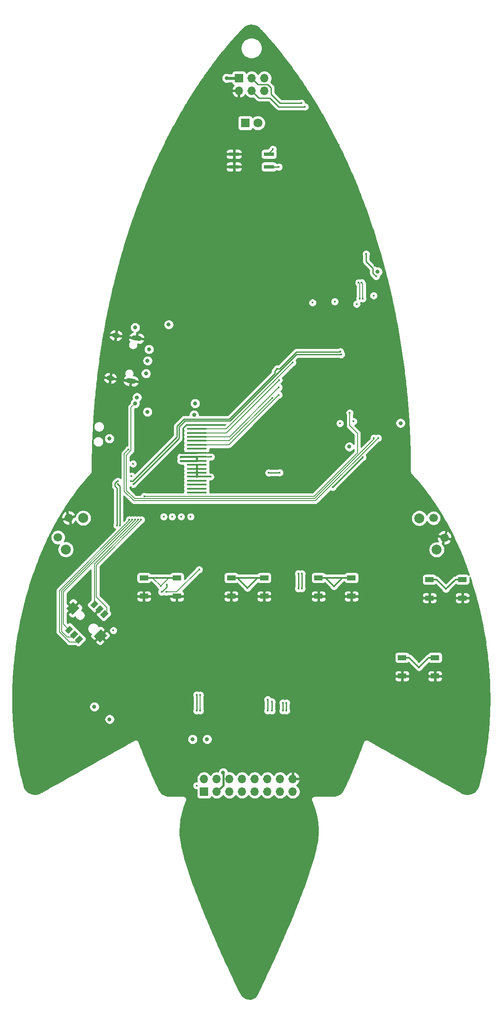
<source format=gbr>
%TF.GenerationSoftware,KiCad,Pcbnew,(5.1.10-1-10_14)*%
%TF.CreationDate,2021-08-27T15:48:04+02:00*%
%TF.ProjectId,OOO2021_Badge,4f4f4f32-3032-4315-9f42-616467652e6b,rev?*%
%TF.SameCoordinates,Original*%
%TF.FileFunction,Copper,L1,Top*%
%TF.FilePolarity,Positive*%
%FSLAX46Y46*%
G04 Gerber Fmt 4.6, Leading zero omitted, Abs format (unit mm)*
G04 Created by KiCad (PCBNEW (5.1.10-1-10_14)) date 2021-08-27 15:48:04*
%MOMM*%
%LPD*%
G01*
G04 APERTURE LIST*
%TA.AperFunction,SMDPad,CuDef*%
%ADD10R,2.000000X0.800000*%
%TD*%
%TA.AperFunction,SMDPad,CuDef*%
%ADD11C,0.100000*%
%TD*%
%TA.AperFunction,ComponentPad*%
%ADD12O,1.700000X1.700000*%
%TD*%
%TA.AperFunction,ComponentPad*%
%ADD13R,1.700000X1.700000*%
%TD*%
%TA.AperFunction,ComponentPad*%
%ADD14C,1.800000*%
%TD*%
%TA.AperFunction,ComponentPad*%
%ADD15R,1.800000X1.800000*%
%TD*%
%TA.AperFunction,SMDPad,CuDef*%
%ADD16R,4.000000X0.400000*%
%TD*%
%TA.AperFunction,SMDPad,CuDef*%
%ADD17R,1.700000X1.000000*%
%TD*%
%TA.AperFunction,ComponentPad*%
%ADD18C,2.000000*%
%TD*%
%TA.AperFunction,ComponentPad*%
%ADD19C,1.700000*%
%TD*%
%TA.AperFunction,ViaPad*%
%ADD20C,0.800000*%
%TD*%
%TA.AperFunction,ViaPad*%
%ADD21C,0.400000*%
%TD*%
%TA.AperFunction,Conductor*%
%ADD22C,0.250000*%
%TD*%
%TA.AperFunction,Conductor*%
%ADD23C,0.400000*%
%TD*%
%TA.AperFunction,Conductor*%
%ADD24C,0.300000*%
%TD*%
%TA.AperFunction,Conductor*%
%ADD25C,0.600000*%
%TD*%
%TA.AperFunction,Conductor*%
%ADD26C,0.200000*%
%TD*%
%TA.AperFunction,Conductor*%
%ADD27C,0.189962*%
%TD*%
%TA.AperFunction,Conductor*%
%ADD28C,0.254000*%
%TD*%
%TA.AperFunction,Conductor*%
%ADD29C,0.100000*%
%TD*%
G04 APERTURE END LIST*
D10*
%TO.P,U4,3*%
%TO.N,+3V3*%
X97000000Y-73230000D03*
%TO.P,U4,2*%
%TO.N,/IR_RECV*%
X97000000Y-75770000D03*
%TO.P,U4,1*%
%TO.N,GND*%
X90000000Y-75770000D03*
X90000000Y-73230000D03*
%TD*%
%TA.AperFunction,SMDPad,CuDef*%
D11*
%TO.P,U14,5*%
%TO.N,GND*%
G36*
X63137005Y-171101219D02*
G01*
X61864213Y-169828427D01*
X63278427Y-168414213D01*
X64551219Y-169687005D01*
X63137005Y-171101219D01*
G37*
%TD.AperFunction*%
%TA.AperFunction,SMDPad,CuDef*%
G36*
X57621573Y-165585787D02*
G01*
X56348781Y-164312995D01*
X57762995Y-162898781D01*
X59035787Y-164171573D01*
X57621573Y-165585787D01*
G37*
%TD.AperFunction*%
%TA.AperFunction,SMDPad,CuDef*%
%TO.P,U14,4*%
%TO.N,/io/BTN_Joy_D*%
G36*
X61881891Y-164295316D02*
G01*
X61174785Y-163588210D01*
X62129379Y-162633616D01*
X62836485Y-163340722D01*
X61881891Y-164295316D01*
G37*
%TD.AperFunction*%
%TA.AperFunction,SMDPad,CuDef*%
%TO.P,U14,5*%
%TO.N,GND*%
G36*
X62871840Y-165285266D02*
G01*
X62164734Y-164578160D01*
X63119328Y-163623566D01*
X63826434Y-164330672D01*
X62871840Y-165285266D01*
G37*
%TD.AperFunction*%
%TA.AperFunction,SMDPad,CuDef*%
%TO.P,U14,6*%
%TO.N,/io/BTN_Joy_C*%
G36*
X63861790Y-166275215D02*
G01*
X63154684Y-165568109D01*
X64109278Y-164613515D01*
X64816384Y-165320621D01*
X63861790Y-166275215D01*
G37*
%TD.AperFunction*%
%TA.AperFunction,SMDPad,CuDef*%
%TO.P,U14,3*%
%TO.N,/io/BTN_Joy_B*%
G36*
X58770621Y-171366384D02*
G01*
X58063515Y-170659278D01*
X59018109Y-169704684D01*
X59725215Y-170411790D01*
X58770621Y-171366384D01*
G37*
%TD.AperFunction*%
%TA.AperFunction,SMDPad,CuDef*%
%TO.P,U14,2*%
%TO.N,/io/BTN_Joy_Cent*%
G36*
X57780672Y-170376434D02*
G01*
X57073566Y-169669328D01*
X58028160Y-168714734D01*
X58735266Y-169421840D01*
X57780672Y-170376434D01*
G37*
%TD.AperFunction*%
%TA.AperFunction,SMDPad,CuDef*%
%TO.P,U14,1*%
%TO.N,/io/BTN_Joy_A*%
G36*
X56790722Y-169386485D02*
G01*
X56083616Y-168679379D01*
X57038210Y-167724785D01*
X57745316Y-168431891D01*
X56790722Y-169386485D01*
G37*
%TD.AperFunction*%
%TD*%
D12*
%TO.P,J5,6*%
%TO.N,/SA_GPIO2*%
X96080000Y-60540000D03*
%TO.P,J5,5*%
%TO.N,/SA_GPIO1*%
X96080000Y-58000000D03*
%TO.P,J5,4*%
%TO.N,/I2C_SCL*%
X93540000Y-60540000D03*
%TO.P,J5,3*%
%TO.N,/I2C_SDA*%
X93540000Y-58000000D03*
%TO.P,J5,2*%
%TO.N,GND*%
X91000000Y-60540000D03*
D13*
%TO.P,J5,1*%
%TO.N,+3V3*%
X91000000Y-58000000D03*
%TD*%
D14*
%TO.P,D10,2*%
%TO.N,Net-(D10-Pad2)*%
X94790000Y-67000000D03*
D15*
%TO.P,D10,1*%
%TO.N,Net-(D10-Pad1)*%
X92250000Y-67000000D03*
%TD*%
D16*
%TO.P,LCD1,18*%
%TO.N,Net-(LCD1-Pad18)*%
X82500000Y-141100000D03*
%TO.P,LCD1,17*%
%TO.N,Net-(LCD1-Pad17)*%
X82500000Y-140300000D03*
%TO.P,LCD1,1*%
%TO.N,GND*%
X82500000Y-127500000D03*
%TO.P,LCD1,2*%
%TO.N,/LCD_RST*%
X82500000Y-128300000D03*
%TO.P,LCD1,16*%
%TO.N,Net-(LCD1-Pad16)*%
X82500000Y-139500000D03*
%TO.P,LCD1,15*%
%TO.N,Net-(LCD1-Pad15)*%
X82500000Y-138700000D03*
%TO.P,LCD1,14*%
%TO.N,Net-(LCD1-Pad11)*%
X82500000Y-137900000D03*
%TO.P,LCD1,13*%
X82500000Y-137100000D03*
%TO.P,LCD1,12*%
X82500000Y-136300000D03*
%TO.P,LCD1,11*%
X82500000Y-135500000D03*
%TO.P,LCD1,3*%
%TO.N,/SPI3_CLK*%
X82500000Y-129100000D03*
%TO.P,LCD1,4*%
%TO.N,/LCD_DCX*%
X82500000Y-129900000D03*
%TO.P,LCD1,5*%
%TO.N,/SPI3_CS0*%
X82500000Y-130700000D03*
%TO.P,LCD1,6*%
%TO.N,/SPI3_MOSI*%
X82500000Y-131500000D03*
%TO.P,LCD1,7*%
%TO.N,Net-(LCD1-Pad7)*%
X82500000Y-132300000D03*
%TO.P,LCD1,8*%
%TO.N,GND*%
X82500000Y-133100000D03*
%TO.P,LCD1,10*%
%TO.N,+3V3*%
X82500000Y-134700000D03*
%TO.P,LCD1,9*%
X82500000Y-133900000D03*
%TD*%
%TO.P,J1,S1*%
%TO.N,GND*%
%TA.AperFunction,ComponentPad*%
G36*
G01*
X66555026Y-110114786D02*
X65960160Y-110036470D01*
G75*
G02*
X65529701Y-109475485I65263J495722D01*
G01*
X65529701Y-109475485D01*
G75*
G02*
X66090686Y-109045026I495722J-65263D01*
G01*
X66685552Y-109123342D01*
G75*
G02*
X67116011Y-109684327I-65263J-495722D01*
G01*
X67116011Y-109684327D01*
G75*
G02*
X66555026Y-110114786I-495722J65263D01*
G01*
G37*
%TD.AperFunction*%
%TA.AperFunction,ComponentPad*%
G36*
G01*
X65427280Y-118680869D02*
X64832414Y-118602553D01*
G75*
G02*
X64401955Y-118041568I65263J495722D01*
G01*
X64401955Y-118041568D01*
G75*
G02*
X64962940Y-117611109I495722J-65263D01*
G01*
X65557806Y-117689425D01*
G75*
G02*
X65988265Y-118250410I-65263J-495722D01*
G01*
X65988265Y-118250410D01*
G75*
G02*
X65427280Y-118680869I-495722J65263D01*
G01*
G37*
%TD.AperFunction*%
%TA.AperFunction,ComponentPad*%
G36*
G01*
X69819381Y-119259100D02*
X68728791Y-119115522D01*
G75*
G02*
X68298332Y-118554537I65263J495722D01*
G01*
X68298332Y-118554537D01*
G75*
G02*
X68859317Y-118124078I495722J-65263D01*
G01*
X69949907Y-118267656D01*
G75*
G02*
X70380366Y-118828641I-65263J-495722D01*
G01*
X70380366Y-118828641D01*
G75*
G02*
X69819381Y-119259100I-495722J65263D01*
G01*
G37*
%TD.AperFunction*%
%TA.AperFunction,ComponentPad*%
G36*
G01*
X70947128Y-110693016D02*
X69856538Y-110549438D01*
G75*
G02*
X69426079Y-109988453I65263J495722D01*
G01*
X69426079Y-109988453D01*
G75*
G02*
X69987064Y-109557994I495722J-65263D01*
G01*
X71077654Y-109701572D01*
G75*
G02*
X71508113Y-110262557I-65263J-495722D01*
G01*
X71508113Y-110262557D01*
G75*
G02*
X70947128Y-110693016I-495722J65263D01*
G01*
G37*
%TD.AperFunction*%
%TD*%
D12*
%TO.P,J8,16*%
%TO.N,GND*%
X101780000Y-198460000D03*
%TO.P,J8,15*%
%TO.N,/RGB_OUT*%
X101780000Y-201000000D03*
%TO.P,J8,14*%
%TO.N,Net-(J8-Pad14)*%
X99240000Y-198460000D03*
%TO.P,J8,13*%
%TO.N,/STEMMA_SIG*%
X99240000Y-201000000D03*
%TO.P,J8,12*%
%TO.N,/addons/I2C_SDA*%
X96700000Y-198460000D03*
%TO.P,J8,11*%
%TO.N,Net-(J8-Pad11)*%
X96700000Y-201000000D03*
%TO.P,J8,10*%
%TO.N,/addons/I2C_SCL*%
X94160000Y-198460000D03*
%TO.P,J8,9*%
%TO.N,Net-(J8-Pad9)*%
X94160000Y-201000000D03*
%TO.P,J8,8*%
%TO.N,Net-(J8-Pad8)*%
X91620000Y-198460000D03*
%TO.P,J8,7*%
%TO.N,Net-(J8-Pad7)*%
X91620000Y-201000000D03*
%TO.P,J8,6*%
%TO.N,Net-(J8-Pad6)*%
X89080000Y-198460000D03*
%TO.P,J8,5*%
%TO.N,Net-(J8-Pad5)*%
X89080000Y-201000000D03*
%TO.P,J8,4*%
%TO.N,Net-(J8-Pad4)*%
X86540000Y-198460000D03*
%TO.P,J8,3*%
%TO.N,VEXT*%
X86540000Y-201000000D03*
%TO.P,J8,2*%
%TO.N,/LPAD_DET*%
X84000000Y-198460000D03*
D13*
%TO.P,J8,1*%
%TO.N,VBUS*%
X84000000Y-201000000D03*
%TD*%
D17*
%TO.P,SW8,2*%
%TO.N,GND*%
X96050000Y-161850000D03*
X89450000Y-161850000D03*
%TO.P,SW8,1*%
%TO.N,/io/BTN_Menu*%
X96050000Y-158150000D03*
X89450000Y-158151000D03*
%TD*%
%TO.P,SW7,2*%
%TO.N,GND*%
X113550000Y-161850000D03*
X106950000Y-161850000D03*
%TO.P,SW7,1*%
%TO.N,/io/BTN_Select*%
X113550000Y-158150000D03*
X106950000Y-158151000D03*
%TD*%
%TO.P,SW6,2*%
%TO.N,GND*%
X78550000Y-161850000D03*
X71950000Y-161850000D03*
%TO.P,SW6,1*%
%TO.N,/io/BTN_Start*%
X78550000Y-158150000D03*
X71950000Y-158151000D03*
%TD*%
%TO.P,SW5,2*%
%TO.N,GND*%
X130300000Y-177850000D03*
X123700000Y-177850000D03*
%TO.P,SW5,1*%
%TO.N,/io/BTN_B*%
X130300000Y-174150000D03*
X123700000Y-174151000D03*
%TD*%
%TO.P,SW4,2*%
%TO.N,GND*%
X135800000Y-162200000D03*
X129200000Y-162200000D03*
%TO.P,SW4,1*%
%TO.N,/io/BTN_A*%
X135800000Y-158500000D03*
X129200000Y-158501000D03*
%TD*%
D18*
%TO.P,SW10,4*%
%TO.N,N/C*%
X127143918Y-146217077D03*
%TO.P,SW10,3*%
X130634548Y-152514339D03*
D19*
%TO.P,SW10,2*%
%TO.N,GND*%
X132201589Y-150102186D03*
%TO.P,SW10,1*%
%TO.N,/io/BTN_RTrig*%
X130019945Y-146166397D03*
%TD*%
D18*
%TO.P,SW9,4*%
%TO.N,N/C*%
X56265452Y-152464339D03*
%TO.P,SW9,3*%
X59756082Y-146167077D03*
D19*
%TO.P,SW9,2*%
%TO.N,GND*%
X56880055Y-146116397D03*
%TO.P,SW9,1*%
%TO.N,/io/BTN_LTrig*%
X54698411Y-150052186D03*
%TD*%
D20*
%TO.N,GND*%
X77950000Y-114600000D03*
X77500000Y-111850000D03*
X101300000Y-127500000D03*
X76475000Y-182950000D03*
X74215699Y-187334301D03*
D21*
X63150000Y-124300000D03*
X74000000Y-105000000D03*
D20*
X79712500Y-103362500D03*
D21*
X76750000Y-105250000D03*
X81500000Y-101000000D03*
X72500000Y-109000000D03*
X71250000Y-107250000D03*
X76500000Y-109250000D03*
X73000000Y-101500000D03*
X75000000Y-118500000D03*
X66750000Y-125750000D03*
X73600000Y-131300000D03*
X97200000Y-55050000D03*
X97200000Y-64350000D03*
X77000000Y-95000000D03*
X97000000Y-95000000D03*
X73500000Y-97000000D03*
X71000000Y-101500000D03*
X67750000Y-103500000D03*
X118200000Y-102800000D03*
X118200000Y-95600000D03*
X117400000Y-93100000D03*
X111000000Y-91400000D03*
X111000000Y-71400000D03*
X107800000Y-71400000D03*
X111000000Y-81600000D03*
X107800000Y-81600000D03*
X107600000Y-91400000D03*
X103400000Y-66800000D03*
X108200000Y-66800000D03*
X73750000Y-146400000D03*
X77600000Y-147100000D03*
X79400000Y-147100000D03*
X78500000Y-182600000D03*
X85400000Y-133150000D03*
X79300000Y-133100000D03*
X81300000Y-147100000D03*
X79675000Y-130900000D03*
X85675000Y-127525000D03*
X61800000Y-134300000D03*
X98550000Y-143600000D03*
X96550000Y-143600000D03*
X99400000Y-149250000D03*
X96550000Y-149250000D03*
D20*
X60900000Y-184600000D03*
X87175884Y-190446199D03*
D21*
X69350000Y-140050000D03*
X75300000Y-138450000D03*
X72500000Y-139350000D03*
X110650000Y-130600000D03*
X112200000Y-129850000D03*
X75900000Y-147100000D03*
X118050000Y-125250000D03*
X75300000Y-140750000D03*
X116350000Y-128900000D03*
D20*
X72950000Y-127175000D03*
X77500000Y-125550000D03*
X76000000Y-127175000D03*
D21*
X120400000Y-137400000D03*
X123800000Y-137400000D03*
X94850000Y-191000000D03*
X74500000Y-164000000D03*
X74500000Y-173000000D03*
X74500000Y-168500000D03*
X77500000Y-168500000D03*
X77500000Y-164000000D03*
X77500000Y-173000000D03*
X102000000Y-173000000D03*
X104500000Y-173000000D03*
X102000000Y-168500000D03*
X104500000Y-168500000D03*
X102000000Y-164000000D03*
X104500000Y-164000000D03*
X85000000Y-185500000D03*
X95500000Y-185500000D03*
X95500000Y-188000000D03*
X90750000Y-187500000D03*
X103250000Y-185500000D03*
X103250000Y-182500000D03*
X98750000Y-182500000D03*
X98750000Y-185500000D03*
X83500000Y-191500000D03*
X83500000Y-196000000D03*
X88000000Y-195250000D03*
X89750000Y-193500000D03*
X85000000Y-181250000D03*
X90750000Y-181250000D03*
X90750000Y-185500000D03*
X95500000Y-181250000D03*
X75500000Y-178000000D03*
X81750000Y-178000000D03*
X70250000Y-173000000D03*
X70250000Y-168500000D03*
X68250000Y-164000000D03*
X60750000Y-158250000D03*
X68250000Y-158250000D03*
X53750000Y-161750000D03*
X57000000Y-161750000D03*
X60500000Y-167000000D03*
X113500000Y-164000000D03*
X116500000Y-164000000D03*
X118000000Y-168500000D03*
X121000000Y-168500000D03*
X122500000Y-173000000D03*
X125500000Y-173000000D03*
X122000000Y-185500000D03*
X122000000Y-182500000D03*
X112500000Y-182500000D03*
X112500000Y-185500000D03*
X101750000Y-196500000D03*
X80500000Y-196000000D03*
X80500000Y-201500000D03*
X104750000Y-201500000D03*
X106950000Y-160500000D03*
X107000000Y-156500000D03*
X113500000Y-160500000D03*
X113500000Y-156500000D03*
X120000000Y-158500000D03*
X118000000Y-156000000D03*
X100500000Y-156000000D03*
X100500000Y-161500000D03*
X93000000Y-156000000D03*
X93000000Y-161500000D03*
X85000000Y-156000000D03*
X85000000Y-161500000D03*
X70500000Y-152000000D03*
X85000000Y-152000000D03*
X61000000Y-151500000D03*
X61000000Y-148500000D03*
X59000000Y-176000000D03*
X56500000Y-178500000D03*
X126250000Y-178000000D03*
X129500000Y-180750000D03*
X104800000Y-138250000D03*
X105700000Y-140800000D03*
X85850000Y-102600000D03*
X95750000Y-98500000D03*
X98250000Y-98500000D03*
X98500000Y-99750000D03*
X97500000Y-105750000D03*
X95500000Y-105750000D03*
X96500000Y-105750000D03*
X94500000Y-105750000D03*
X94500000Y-105000000D03*
X94500000Y-104000000D03*
X94500000Y-100750000D03*
X94500000Y-99750000D03*
X94500000Y-98500000D03*
X97000000Y-98500000D03*
X98500000Y-101250000D03*
X98500000Y-102750000D03*
X98500000Y-104000000D03*
X98500000Y-105000000D03*
X81500000Y-106000000D03*
X82500000Y-107000000D03*
X84000000Y-107250000D03*
X85500000Y-107250000D03*
X87000000Y-107250000D03*
X93000000Y-106000000D03*
X77750000Y-106250000D03*
X77000000Y-106000000D03*
X82500000Y-100000000D03*
X86000000Y-100500000D03*
X83750000Y-106250000D03*
X86000000Y-99500000D03*
X85000000Y-98750000D03*
X83500000Y-99000000D03*
X79500000Y-95000000D03*
X82000000Y-95000000D03*
X84500000Y-95000000D03*
X87000000Y-95000000D03*
X89500000Y-95000000D03*
X92000000Y-95000000D03*
X94500000Y-95000000D03*
X101000000Y-95000000D03*
X99250000Y-98000000D03*
X100250000Y-99000000D03*
X101250000Y-100000000D03*
X102250000Y-101000000D03*
X103000000Y-102000000D03*
X103000000Y-103500000D03*
X103000000Y-105000000D03*
X100000000Y-105000000D03*
X101500000Y-105000000D03*
X78750000Y-107250000D03*
X79750000Y-108250000D03*
X80750000Y-109250000D03*
X82500000Y-110000000D03*
X84000000Y-110000000D03*
X85500000Y-110000000D03*
X87000000Y-110000000D03*
X88500000Y-110000000D03*
X90000000Y-110000000D03*
X91500000Y-110000000D03*
X93000000Y-110000000D03*
X94500000Y-108500000D03*
X96000000Y-108500000D03*
X97500000Y-108500000D03*
D20*
X102500000Y-110000000D03*
D21*
X72000000Y-98500000D03*
X71000000Y-100000000D03*
X74500000Y-99500000D03*
X76500000Y-97500000D03*
X93750000Y-109250000D03*
X107500000Y-101750000D03*
D20*
%TO.N,VIN*%
X72650000Y-124900000D03*
X84600000Y-190500000D03*
X81700000Y-190500000D03*
X70550000Y-122000000D03*
X76900000Y-107400000D03*
X70175000Y-107975000D03*
D21*
X65800000Y-168700000D03*
D20*
%TO.N,VBUS*%
X72950000Y-112350000D03*
X72350000Y-117200000D03*
X72665964Y-114645964D03*
%TO.N,+3V3*%
X82200000Y-123200000D03*
X88550000Y-58000000D03*
X118800000Y-96800000D03*
D21*
X110200000Y-102800000D03*
X105750000Y-103000000D03*
D20*
X81988336Y-125474990D03*
D21*
X75900000Y-145900000D03*
X77600000Y-145900000D03*
X79400000Y-145900000D03*
X81300000Y-145900000D03*
X85400000Y-133900000D03*
X79300000Y-134700000D03*
X79300000Y-133950000D03*
X82500000Y-199800000D03*
X111250000Y-127200000D03*
X113950000Y-126800000D03*
D20*
X123400000Y-127150000D03*
D21*
X69450000Y-137750000D03*
X69750000Y-135300000D03*
D20*
X113126257Y-131876257D03*
D21*
X118000000Y-101600000D03*
X114600000Y-103300000D03*
X97800000Y-72250000D03*
D20*
%TO.N,+BATT*%
X65000000Y-130250000D03*
X62000000Y-184000000D03*
D21*
X118900000Y-130150000D03*
X68846439Y-132446439D03*
%TO.N,/LPAD_DET*%
X76500000Y-159500000D03*
X75500000Y-161000000D03*
X82500000Y-184800000D03*
X82500000Y-181600000D03*
%TO.N,/I2C_SDA*%
X103500000Y-63000000D03*
X98650000Y-116250000D03*
X69350010Y-138813072D03*
X66700000Y-138800000D03*
X66500000Y-147650000D03*
X97600000Y-183000000D03*
X97600000Y-184800000D03*
X111300000Y-112800000D03*
%TO.N,/I2C_SCL*%
X104250000Y-63750000D03*
X118500000Y-97750000D03*
X98650000Y-117250000D03*
X69800000Y-139400000D03*
X66700000Y-139400000D03*
X67100000Y-147650000D03*
X96750000Y-184800000D03*
X96750000Y-182547990D03*
X111500000Y-113400000D03*
X116500000Y-93250000D03*
D20*
%TO.N,VUSB*%
X70150000Y-123200000D03*
X65050000Y-186500000D03*
D21*
X118050000Y-130150000D03*
D20*
%TO.N,VEXT*%
X87825000Y-197200000D03*
D21*
%TO.N,/LCD_DCX*%
X99000000Y-120000000D03*
%TO.N,/LCD_RST*%
X101750000Y-115000000D03*
%TO.N,/RGB*%
X102900000Y-157300000D03*
X102900000Y-160300000D03*
X99800000Y-183200000D03*
X99800000Y-184800000D03*
%TO.N,/~IO_INT*%
X72000000Y-141800000D03*
X113200000Y-125100000D03*
%TO.N,/LCD_BL*%
X96950000Y-137100000D03*
X99150000Y-137075000D03*
%TO.N,/STEMMA_SIG*%
X100500000Y-184800000D03*
X100500000Y-183200000D03*
X115800000Y-134000000D03*
X103600000Y-157300000D03*
X103600000Y-160300000D03*
X109800000Y-140000000D03*
%TO.N,/IR_RECV*%
X99000000Y-75800000D03*
%TO.N,Net-(LCD1-Pad11)*%
X85300000Y-137900000D03*
%TO.N,/io/BTN_A*%
X132500000Y-160400000D03*
%TO.N,/io/BTN_B*%
X127100000Y-176100000D03*
%TO.N,/io/BTN_Start*%
X75300000Y-159800000D03*
%TO.N,/io/BTN_Select*%
X110048058Y-159851942D03*
%TO.N,/io/BTN_Joy_B*%
X69000000Y-146500000D03*
%TO.N,/io/BTN_Joy_Cent*%
X69600000Y-146500000D03*
%TO.N,/io/BTN_Menu*%
X92700000Y-160200000D03*
%TO.N,/io/BTN_Joy_A*%
X70200000Y-146500000D03*
%TO.N,/io/BTN_Joy_D*%
X70800000Y-146500000D03*
%TO.N,/io/BTN_Joy_C*%
X71400000Y-146500000D03*
%TO.N,/SPI3_CLK*%
X99020693Y-118518547D03*
%TO.N,/SPI3_MOSI*%
X99000000Y-121500000D03*
%TO.N,/SPI3_CS0*%
X97650000Y-122100000D03*
%TO.N,/io/VEXT_EN*%
X83200000Y-184800000D03*
X83200000Y-181650000D03*
X76400000Y-161000000D03*
X83000000Y-156500000D03*
%TO.N,Net-(J7-Pad2)*%
X115200000Y-102200000D03*
X115000000Y-99000000D03*
%TO.N,Net-(J7-Pad3)*%
X115800000Y-102200000D03*
X115579336Y-98955483D03*
%TD*%
D22*
%TO.N,GND*%
X85350000Y-133100000D02*
X85400000Y-133150000D01*
X82500000Y-133100000D02*
X85350000Y-133100000D01*
D23*
X82500000Y-133100000D02*
X79300000Y-133100000D01*
D24*
X82500000Y-127500000D02*
X80525000Y-127500000D01*
X80525000Y-127500000D02*
X79800000Y-128225000D01*
X85650000Y-127500000D02*
X85675000Y-127525000D01*
X82500000Y-127500000D02*
X85650000Y-127500000D01*
X79800000Y-130775000D02*
X79675000Y-130900000D01*
X79800000Y-128225000D02*
X79800000Y-130775000D01*
D25*
%TO.N,+3V3*%
X91000000Y-58000000D02*
X88550000Y-58000000D01*
D23*
X82500000Y-133900000D02*
X82500000Y-134700000D01*
D22*
X82500000Y-133900000D02*
X85400000Y-133900000D01*
D23*
X82500000Y-134700000D02*
X79300000Y-134700000D01*
X79350000Y-133900000D02*
X79300000Y-133950000D01*
X82500000Y-133900000D02*
X79350000Y-133900000D01*
D22*
X97000000Y-73050000D02*
X97800000Y-72250000D01*
X97000000Y-73230000D02*
X97000000Y-73050000D01*
D26*
%TO.N,+BATT*%
X67999991Y-133292887D02*
X68846439Y-132446439D01*
X118900000Y-130150000D02*
X106350000Y-142700000D01*
X69884300Y-142700000D02*
X67999991Y-140815691D01*
X106350000Y-142700000D02*
X69884300Y-142700000D01*
X67999991Y-140815691D02*
X67999991Y-133292887D01*
D22*
%TO.N,/LPAD_DET*%
X76500000Y-160000000D02*
X75500000Y-161000000D01*
X76500000Y-159500000D02*
X76500000Y-160000000D01*
X82500000Y-184800000D02*
X82500000Y-183200000D01*
X82500000Y-183200000D02*
X82500000Y-182000000D01*
X82500000Y-182000000D02*
X82500000Y-181600000D01*
%TO.N,/I2C_SDA*%
X98650000Y-116250000D02*
X99100000Y-116250000D01*
X99200000Y-63000000D02*
X103500000Y-63000000D01*
X97450000Y-59950000D02*
X97450000Y-61250000D01*
X96750000Y-59250000D02*
X97450000Y-59950000D01*
X97450000Y-61250000D02*
X99200000Y-63000000D01*
X94790000Y-59250000D02*
X96750000Y-59250000D01*
X93540000Y-58000000D02*
X94790000Y-59250000D01*
X78550000Y-129895924D02*
X69632852Y-138813072D01*
X98175000Y-117175000D02*
X89037500Y-126312500D01*
X98650000Y-116250000D02*
X98175000Y-116725000D01*
X98175000Y-116725000D02*
X98175000Y-117175000D01*
X89037500Y-126312500D02*
X79987500Y-126312500D01*
X78550000Y-127750000D02*
X78550000Y-129895924D01*
X79987500Y-126312500D02*
X78550000Y-127750000D01*
X69632852Y-138813072D02*
X69350010Y-138813072D01*
X66500000Y-147650000D02*
X66500000Y-140125000D01*
X66500000Y-140125000D02*
X66150000Y-139775000D01*
X66150000Y-139775000D02*
X66150000Y-139175000D01*
X66525000Y-138800000D02*
X66700000Y-138800000D01*
X66150000Y-139175000D02*
X66525000Y-138800000D01*
X97600000Y-183000000D02*
X97600000Y-184800000D01*
X102475000Y-112875000D02*
X111225000Y-112875000D01*
X99100000Y-116250000D02*
X102475000Y-112875000D01*
X111225000Y-112875000D02*
X111300000Y-112800000D01*
%TO.N,/I2C_SCL*%
X93540000Y-60540000D02*
X95000000Y-62000000D01*
X95000000Y-62000000D02*
X97200000Y-62000000D01*
X97200000Y-62000000D02*
X98950000Y-63750000D01*
X98950000Y-63750000D02*
X104250000Y-63750000D01*
X89200000Y-126700000D02*
X98650000Y-117250000D01*
X80200000Y-126700000D02*
X89200000Y-126700000D01*
X78950000Y-130250000D02*
X78950000Y-127950000D01*
X78950000Y-127950000D02*
X80200000Y-126700000D01*
X69800000Y-139400000D02*
X78950000Y-130250000D01*
X66700000Y-139400000D02*
X67100000Y-139800000D01*
X67100000Y-139800000D02*
X67100000Y-147650000D01*
X96750000Y-184800000D02*
X96750000Y-182547990D01*
X111450000Y-113350000D02*
X111500000Y-113400000D01*
X102550000Y-113350000D02*
X111450000Y-113350000D01*
X98650000Y-117250000D02*
X102550000Y-113350000D01*
X117875000Y-96125000D02*
X117875000Y-97125000D01*
X116500000Y-94750000D02*
X117875000Y-96125000D01*
X117875000Y-97125000D02*
X118500000Y-97750000D01*
X116500000Y-93250000D02*
X116500000Y-94750000D01*
D26*
%TO.N,VUSB*%
X69350000Y-124000000D02*
X70150000Y-123200000D01*
X68400000Y-133600000D02*
X69350000Y-132650000D01*
X118050000Y-130150000D02*
X118050000Y-130400000D01*
X106150000Y-142300000D02*
X70050000Y-142300000D01*
X68400000Y-140650000D02*
X68400000Y-133600000D01*
X69350000Y-132650000D02*
X69350000Y-124000000D01*
X118050000Y-130400000D02*
X106150000Y-142300000D01*
X70050000Y-142300000D02*
X68400000Y-140650000D01*
D23*
%TO.N,VEXT*%
X86540000Y-201000000D02*
X87829999Y-199710001D01*
X87829999Y-197204999D02*
X87825000Y-197200000D01*
X87829999Y-199710001D02*
X87829999Y-197204999D01*
D26*
%TO.N,/LCD_DCX*%
X89100000Y-129900000D02*
X99000000Y-120000000D01*
X82500000Y-129900000D02*
X89100000Y-129900000D01*
%TO.N,/LCD_RST*%
X82500000Y-128300000D02*
X88450000Y-128300000D01*
X88450000Y-128300000D02*
X100500000Y-116250000D01*
X100500000Y-116250000D02*
X101750000Y-115000000D01*
D22*
%TO.N,/RGB*%
X102900000Y-157300000D02*
X102900000Y-160300000D01*
X99800000Y-183200000D02*
X99800000Y-184800000D01*
D26*
%TO.N,/~IO_INT*%
X72000000Y-141800000D02*
X84408602Y-141800000D01*
X84408602Y-141800000D02*
X106050000Y-141800000D01*
X106050000Y-141800000D02*
X114750000Y-133100000D01*
X114750000Y-133100000D02*
X114750000Y-129200000D01*
X113200000Y-127650000D02*
X113200000Y-125100000D01*
X114750000Y-129200000D02*
X113200000Y-127650000D01*
D22*
%TO.N,/LCD_BL*%
X96975000Y-137075000D02*
X96950000Y-137100000D01*
X99150000Y-137075000D02*
X96975000Y-137075000D01*
%TO.N,/STEMMA_SIG*%
X100500000Y-184800000D02*
X100500000Y-183200000D01*
X103600000Y-157300000D02*
X103600000Y-160300000D01*
X109800000Y-140000000D02*
X115800000Y-134000000D01*
%TO.N,/IR_RECV*%
X97030000Y-75800000D02*
X97000000Y-75770000D01*
X99000000Y-75800000D02*
X97030000Y-75800000D01*
D24*
%TO.N,Net-(LCD1-Pad11)*%
X82500000Y-137900000D02*
X85300000Y-137900000D01*
D23*
X82500000Y-135500000D02*
X82500000Y-137900000D01*
D24*
%TO.N,/io/BTN_A*%
X130601000Y-158501000D02*
X132500000Y-160400000D01*
X129200000Y-158501000D02*
X130601000Y-158501000D01*
X134400000Y-158500000D02*
X132500000Y-160400000D01*
X135800000Y-158500000D02*
X134400000Y-158500000D01*
%TO.N,/io/BTN_B*%
X125151000Y-174151000D02*
X127100000Y-176100000D01*
X123700000Y-174151000D02*
X125151000Y-174151000D01*
X129050000Y-174150000D02*
X127100000Y-176100000D01*
X130300000Y-174150000D02*
X129050000Y-174150000D01*
%TO.N,/io/BTN_Start*%
X78549000Y-158151000D02*
X78550000Y-158150000D01*
X71950000Y-158151000D02*
X78549000Y-158151000D01*
X71950000Y-158151000D02*
X71951000Y-158151000D01*
D26*
X73651000Y-158151000D02*
X75300000Y-159800000D01*
X71950000Y-158151000D02*
X73651000Y-158151000D01*
X78550000Y-158150000D02*
X76950000Y-158150000D01*
X76950000Y-158150000D02*
X75300000Y-159800000D01*
D24*
%TO.N,/io/BTN_Select*%
X113549000Y-158151000D02*
X113550000Y-158150000D01*
X106950000Y-158151000D02*
X113549000Y-158151000D01*
X106950000Y-158151000D02*
X108347116Y-158151000D01*
X108347116Y-158151000D02*
X110048058Y-159851942D01*
X111750000Y-158150000D02*
X110048058Y-159851942D01*
X113550000Y-158150000D02*
X111750000Y-158150000D01*
D26*
%TO.N,/io/BTN_Joy_B*%
X55000000Y-160700000D02*
X69000000Y-146700000D01*
X55000000Y-169000000D02*
X55000000Y-160700000D01*
X57012831Y-171012831D02*
X55000000Y-169000000D01*
X69000000Y-146700000D02*
X69000000Y-146500000D01*
X58417068Y-171012831D02*
X57012831Y-171012831D01*
X58894365Y-170535534D02*
X58417068Y-171012831D01*
%TO.N,/io/BTN_Joy_Cent*%
X69600000Y-146500000D02*
X69600000Y-146600000D01*
X69600000Y-146600000D02*
X55400000Y-160800000D01*
X55400000Y-160800000D02*
X55400000Y-168900000D01*
X56522881Y-170022881D02*
X57427119Y-170022881D01*
X57427119Y-170022881D02*
X57904416Y-169545584D01*
X55400000Y-168900000D02*
X56522881Y-170022881D01*
D24*
%TO.N,/io/BTN_Menu*%
X96049000Y-158151000D02*
X96050000Y-158150000D01*
X89450000Y-158151000D02*
X96049000Y-158151000D01*
X89450000Y-158151000D02*
X89523990Y-158151000D01*
X96050000Y-158150000D02*
X93477010Y-158150000D01*
X90651000Y-158151000D02*
X92700000Y-160200000D01*
X89450000Y-158151000D02*
X90651000Y-158151000D01*
X94750000Y-158150000D02*
X92700000Y-160200000D01*
X96050000Y-158150000D02*
X94750000Y-158150000D01*
D26*
%TO.N,/io/BTN_Joy_A*%
X70200000Y-146500000D02*
X70200000Y-146600000D01*
X70200000Y-146600000D02*
X55800000Y-161000000D01*
X55800000Y-167441169D02*
X56914466Y-168555635D01*
X55800000Y-161000000D02*
X55800000Y-167441169D01*
%TO.N,/io/BTN_Joy_D*%
X70800000Y-146500000D02*
X70800000Y-146600000D01*
X62005635Y-155394365D02*
X62005635Y-163464466D01*
X70800000Y-146600000D02*
X62005635Y-155394365D01*
%TO.N,/io/BTN_Joy_C*%
X71400000Y-146600000D02*
X71400000Y-146500000D01*
X62400000Y-155600000D02*
X71400000Y-146600000D01*
X64462831Y-164062831D02*
X62400000Y-162000000D01*
X62400000Y-162000000D02*
X62400000Y-155600000D01*
X64462831Y-164967068D02*
X64462831Y-164062831D01*
X63985534Y-165444365D02*
X64462831Y-164967068D01*
D27*
%TO.N,/SPI3_CLK*%
X82500000Y-129100000D02*
X88439240Y-129100000D01*
X88439240Y-129100000D02*
X99020693Y-118518547D01*
D26*
%TO.N,/SPI3_MOSI*%
X89000000Y-131500000D02*
X99000000Y-121500000D01*
X82500000Y-131500000D02*
X89000000Y-131500000D01*
%TO.N,/SPI3_CS0*%
X89050000Y-130700000D02*
X97650000Y-122100000D01*
X82500000Y-130700000D02*
X89050000Y-130700000D01*
%TO.N,/io/VEXT_EN*%
X83200000Y-184800000D02*
X83200000Y-181650000D01*
X78500000Y-161000000D02*
X83000000Y-156500000D01*
X76400000Y-161000000D02*
X78500000Y-161000000D01*
%TO.N,Net-(J7-Pad2)*%
X115200000Y-99200000D02*
X115200000Y-102200000D01*
X115000000Y-99000000D02*
X115200000Y-99200000D01*
%TO.N,Net-(J7-Pad3)*%
X115800000Y-99176147D02*
X115579336Y-98955483D01*
X115800000Y-102200000D02*
X115800000Y-99176147D01*
%TD*%
D28*
%TO.N,GND*%
X93715633Y-47394887D02*
X93925825Y-47431859D01*
X94133778Y-47485811D01*
X94334801Y-47556318D01*
X94526910Y-47643428D01*
X94709662Y-47746419D01*
X94878147Y-47862695D01*
X95032828Y-47993464D01*
X95191155Y-48157774D01*
X95558520Y-48556358D01*
X95927715Y-48962829D01*
X96293445Y-49370740D01*
X96656589Y-49780405D01*
X97018008Y-50194334D01*
X97375664Y-50607815D01*
X97729974Y-51024826D01*
X98082986Y-51445621D01*
X98432632Y-51867419D01*
X98780314Y-52292463D01*
X99125169Y-52717953D01*
X99466424Y-53146506D01*
X99805381Y-53576031D01*
X100142316Y-54010592D01*
X100476452Y-54444781D01*
X100807755Y-54881620D01*
X101136395Y-55319029D01*
X101463133Y-55761695D01*
X101787474Y-56204744D01*
X102108693Y-56649448D01*
X102427098Y-57095234D01*
X102742696Y-57543108D01*
X103055583Y-57991650D01*
X103366991Y-58445456D01*
X103675516Y-58898409D01*
X103981128Y-59354294D01*
X104285041Y-59811456D01*
X104586169Y-60270148D01*
X104884741Y-60731017D01*
X105180295Y-61191828D01*
X105472747Y-61654429D01*
X105763523Y-62119669D01*
X106052775Y-62586847D01*
X106338378Y-63053581D01*
X106621395Y-63522461D01*
X106902561Y-63993390D01*
X107181629Y-64466453D01*
X107457818Y-64940175D01*
X107731799Y-65416361D01*
X108003287Y-65891887D01*
X108271672Y-66368311D01*
X108538183Y-66848267D01*
X108802710Y-67328593D01*
X109065120Y-67811665D01*
X109324500Y-68293655D01*
X109582312Y-68779848D01*
X109837445Y-69264870D01*
X110090356Y-69752997D01*
X110340992Y-70241145D01*
X110588846Y-70730293D01*
X110834890Y-71220590D01*
X111078467Y-71712314D01*
X111319807Y-72206529D01*
X111558785Y-72700007D01*
X111795553Y-73194806D01*
X112029509Y-73690954D01*
X112261503Y-74187376D01*
X112490988Y-74685521D01*
X112718952Y-75184815D01*
X112944060Y-75684725D01*
X113167433Y-76186965D01*
X113388165Y-76688539D01*
X113606666Y-77190783D01*
X113822752Y-77693725D01*
X114036945Y-78199347D01*
X114249512Y-78704654D01*
X114459249Y-79211601D01*
X114667197Y-79719033D01*
X114872698Y-80228063D01*
X115049528Y-80671003D01*
X115051989Y-80679116D01*
X115059585Y-80705802D01*
X115061751Y-80711298D01*
X115073281Y-80749306D01*
X115086433Y-80773912D01*
X115274748Y-81251642D01*
X115475495Y-81766937D01*
X115673197Y-82282337D01*
X115868787Y-82796681D01*
X116062465Y-83313949D01*
X116254160Y-83831238D01*
X116443624Y-84350670D01*
X116630581Y-84868781D01*
X116815850Y-85390163D01*
X116998795Y-85910729D01*
X117179620Y-86431917D01*
X117358401Y-86954521D01*
X117535268Y-87477765D01*
X117709729Y-88000945D01*
X117882419Y-88527474D01*
X118053199Y-89053259D01*
X118221018Y-89577198D01*
X118387155Y-90104776D01*
X118551173Y-90631266D01*
X118712695Y-91158401D01*
X118872734Y-91687218D01*
X119030794Y-92216406D01*
X119186407Y-92745726D01*
X119339946Y-93275446D01*
X119491749Y-93807006D01*
X119641261Y-94337212D01*
X119788479Y-94868747D01*
X119934263Y-95401499D01*
X120078034Y-95934797D01*
X120219262Y-96468257D01*
X120358497Y-97000716D01*
X120495856Y-97536217D01*
X120631283Y-98070959D01*
X120764466Y-98605081D01*
X120895605Y-99141381D01*
X121025211Y-99678332D01*
X121152684Y-100215688D01*
X121278219Y-100753265D01*
X121401603Y-101291576D01*
X121523030Y-101830479D01*
X121642392Y-102368057D01*
X121759896Y-102907317D01*
X121875526Y-103447124D01*
X121989316Y-103988695D01*
X122100828Y-104529330D01*
X122210385Y-105068657D01*
X122318192Y-105612172D01*
X122423776Y-106152046D01*
X122527783Y-106696467D01*
X122629632Y-107239064D01*
X122729273Y-107780571D01*
X122827260Y-108323279D01*
X122923134Y-108865870D01*
X123017331Y-109409545D01*
X123109282Y-109952888D01*
X123199665Y-110497974D01*
X123288028Y-111043278D01*
X123374461Y-111587966D01*
X123458877Y-112132491D01*
X123541565Y-112680424D01*
X123622187Y-113224874D01*
X123700946Y-113771506D01*
X123777934Y-114318293D01*
X123853012Y-114865941D01*
X123926187Y-115413517D01*
X123997396Y-115961281D01*
X124066593Y-116506894D01*
X124134089Y-117055428D01*
X124199503Y-117602035D01*
X124263250Y-118150859D01*
X124325098Y-118699622D01*
X124385124Y-119249124D01*
X124443275Y-119798765D01*
X124499449Y-120348556D01*
X124554025Y-120898296D01*
X124606507Y-121449018D01*
X124657180Y-121997562D01*
X124705755Y-122547015D01*
X124752689Y-123098061D01*
X124797783Y-123647545D01*
X124841001Y-124199218D01*
X124882349Y-124748202D01*
X124921783Y-125298897D01*
X124959528Y-125849637D01*
X124995278Y-126400338D01*
X125029327Y-126950891D01*
X125061504Y-127501783D01*
X125091870Y-128053346D01*
X125120457Y-128604168D01*
X125147145Y-129157839D01*
X125171943Y-129709587D01*
X125195056Y-130260490D01*
X125216264Y-130812128D01*
X125235575Y-131363573D01*
X125253216Y-131915710D01*
X125269046Y-132467277D01*
X125282891Y-133020069D01*
X125295142Y-133570862D01*
X125305399Y-134123577D01*
X125314374Y-134675983D01*
X125321339Y-135228326D01*
X125326317Y-135780866D01*
X125329304Y-136332309D01*
X125330208Y-136834053D01*
X125327471Y-136854101D01*
X125330300Y-136900669D01*
X125330300Y-136918547D01*
X125330361Y-136919165D01*
X125330362Y-136919781D01*
X125333148Y-136947555D01*
X125335653Y-136988785D01*
X125338156Y-136998307D01*
X125340212Y-137019183D01*
X125340394Y-137019784D01*
X125340456Y-137020399D01*
X125359861Y-137083958D01*
X125365919Y-137103927D01*
X125369956Y-137119286D01*
X125371604Y-137122668D01*
X125379381Y-137148306D01*
X125379676Y-137148858D01*
X125379857Y-137149451D01*
X125411368Y-137208151D01*
X125442988Y-137267307D01*
X125443384Y-137267790D01*
X125443678Y-137268337D01*
X125486196Y-137319955D01*
X125528590Y-137371611D01*
X125529070Y-137372005D01*
X125529467Y-137372487D01*
X125564398Y-137401049D01*
X125888901Y-137750844D01*
X126257539Y-138157596D01*
X126619597Y-138567752D01*
X126975483Y-138981984D01*
X127326648Y-139401491D01*
X127672743Y-139824878D01*
X128013479Y-140253136D01*
X128350021Y-140686748D01*
X128680979Y-141123489D01*
X129006417Y-141563325D01*
X129328047Y-142008005D01*
X129643580Y-142455667D01*
X129954585Y-142906587D01*
X130261174Y-143362327D01*
X130562425Y-143820172D01*
X130859013Y-144282235D01*
X131150757Y-144746261D01*
X131438255Y-145215224D01*
X131721283Y-145686706D01*
X131998879Y-146159566D01*
X132271490Y-146635647D01*
X132540286Y-147115289D01*
X132804441Y-147596559D01*
X133063960Y-148080810D01*
X133318503Y-148566359D01*
X133568988Y-149054676D01*
X133814740Y-149545190D01*
X134056698Y-150038599D01*
X134294149Y-150535058D01*
X134526985Y-151032012D01*
X134755962Y-151531726D01*
X134980625Y-152033286D01*
X135200873Y-152536909D01*
X135417143Y-153042693D01*
X135628912Y-153549593D01*
X135836960Y-154058573D01*
X136040754Y-154569296D01*
X136240094Y-155081007D01*
X136435927Y-155596095D01*
X136627704Y-156111925D01*
X136815325Y-156630011D01*
X136998462Y-157147034D01*
X137162998Y-157624135D01*
X137101185Y-157548815D01*
X137004494Y-157469463D01*
X136894180Y-157410498D01*
X136774482Y-157374188D01*
X136650000Y-157361928D01*
X134950000Y-157361928D01*
X134825518Y-157374188D01*
X134705820Y-157410498D01*
X134595506Y-157469463D01*
X134498815Y-157548815D01*
X134419463Y-157645506D01*
X134383477Y-157712830D01*
X134361444Y-157715000D01*
X134361439Y-157715000D01*
X134321026Y-157718980D01*
X134246113Y-157726358D01*
X134107558Y-157768389D01*
X134098140Y-157771246D01*
X133961767Y-157844138D01*
X133842236Y-157942236D01*
X133817653Y-157972190D01*
X132500000Y-159289843D01*
X131183347Y-157973190D01*
X131158764Y-157943236D01*
X131039233Y-157845138D01*
X130902860Y-157772246D01*
X130754887Y-157727359D01*
X130639561Y-157716000D01*
X130639553Y-157716000D01*
X130616468Y-157713726D01*
X130580537Y-157646506D01*
X130501185Y-157549815D01*
X130404494Y-157470463D01*
X130294180Y-157411498D01*
X130174482Y-157375188D01*
X130050000Y-157362928D01*
X128350000Y-157362928D01*
X128225518Y-157375188D01*
X128105820Y-157411498D01*
X127995506Y-157470463D01*
X127898815Y-157549815D01*
X127819463Y-157646506D01*
X127760498Y-157756820D01*
X127724188Y-157876518D01*
X127711928Y-158001000D01*
X127711928Y-159001000D01*
X127724188Y-159125482D01*
X127760498Y-159245180D01*
X127819463Y-159355494D01*
X127898815Y-159452185D01*
X127995506Y-159531537D01*
X128105820Y-159590502D01*
X128225518Y-159626812D01*
X128350000Y-159639072D01*
X130050000Y-159639072D01*
X130174482Y-159626812D01*
X130294180Y-159590502D01*
X130404494Y-159531537D01*
X130468693Y-159478850D01*
X131742121Y-160752278D01*
X131760033Y-160795521D01*
X131851413Y-160932281D01*
X131967719Y-161048587D01*
X132104479Y-161139967D01*
X132256440Y-161202911D01*
X132417760Y-161235000D01*
X132582240Y-161235000D01*
X132743560Y-161202911D01*
X132895521Y-161139967D01*
X133032281Y-161048587D01*
X133148587Y-160932281D01*
X133239967Y-160795521D01*
X133257879Y-160752278D01*
X134531856Y-159478301D01*
X134595506Y-159530537D01*
X134705820Y-159589502D01*
X134825518Y-159625812D01*
X134950000Y-159638072D01*
X136650000Y-159638072D01*
X136774482Y-159625812D01*
X136894180Y-159589502D01*
X137004494Y-159530537D01*
X137101185Y-159451185D01*
X137180537Y-159354494D01*
X137239502Y-159244180D01*
X137275812Y-159124482D01*
X137288072Y-159000000D01*
X137288072Y-158000000D01*
X137287323Y-157992393D01*
X137353912Y-158190210D01*
X137525762Y-158713186D01*
X137693443Y-159238118D01*
X137856758Y-159762356D01*
X138016823Y-160289627D01*
X138172677Y-160816739D01*
X138324338Y-161344728D01*
X138472198Y-161873934D01*
X138616248Y-162404330D01*
X138756694Y-162935590D01*
X138893398Y-163469526D01*
X139026039Y-164002867D01*
X139154692Y-164537103D01*
X139279590Y-165072383D01*
X139400902Y-165608573D01*
X139518193Y-166145951D01*
X139631919Y-166683348D01*
X139741813Y-167222411D01*
X139848013Y-167762831D01*
X139950280Y-168302905D01*
X140048662Y-168844408D01*
X140143637Y-169386694D01*
X140234410Y-169928759D01*
X140321786Y-170473241D01*
X140404941Y-171015388D01*
X140484369Y-171558790D01*
X140560103Y-172103005D01*
X140631959Y-172648117D01*
X140699979Y-173193466D01*
X140764321Y-173738736D01*
X140824788Y-174285907D01*
X140881603Y-174833227D01*
X140934528Y-175381310D01*
X140983303Y-175928549D01*
X141028520Y-176477899D01*
X141069749Y-177024977D01*
X141107014Y-177573051D01*
X141140517Y-178123161D01*
X141170055Y-178672292D01*
X141195627Y-179221406D01*
X141217233Y-179770479D01*
X141234875Y-180320533D01*
X141248552Y-180870576D01*
X141258468Y-181421930D01*
X141264407Y-181971355D01*
X141265398Y-182520413D01*
X141263417Y-183070385D01*
X141256487Y-183619876D01*
X141245683Y-184169981D01*
X141230823Y-184718820D01*
X141211803Y-185268622D01*
X141188524Y-185818402D01*
X141161091Y-186367087D01*
X141129304Y-186916686D01*
X141093347Y-187464469D01*
X141053152Y-188011945D01*
X141008498Y-188558500D01*
X140959483Y-189106091D01*
X140906226Y-189651529D01*
X140848212Y-190198010D01*
X140785941Y-190743496D01*
X140719239Y-191287806D01*
X140647699Y-191833009D01*
X140571721Y-192376136D01*
X140491163Y-192918473D01*
X140405790Y-193461576D01*
X140315686Y-194002592D01*
X140220802Y-194543796D01*
X140121128Y-195084685D01*
X140016548Y-195623403D01*
X139906944Y-196161527D01*
X139792668Y-196699294D01*
X139673308Y-197234834D01*
X139549062Y-197768589D01*
X139419820Y-198301167D01*
X139284966Y-198833664D01*
X139145192Y-199364115D01*
X139004156Y-199878458D01*
X138932916Y-200093233D01*
X138848742Y-200280702D01*
X138744632Y-200461078D01*
X138623248Y-200628894D01*
X138482536Y-200788637D01*
X138327820Y-200933659D01*
X138158508Y-201064195D01*
X137975127Y-201180318D01*
X137780909Y-201280803D01*
X137579567Y-201363525D01*
X137372338Y-201427335D01*
X137158690Y-201472759D01*
X136943508Y-201499201D01*
X136728412Y-201505364D01*
X136515154Y-201491516D01*
X136303990Y-201457803D01*
X136101407Y-201404949D01*
X135901091Y-201330363D01*
X135714206Y-201239862D01*
X135520882Y-201120297D01*
X135508695Y-201111802D01*
X135492288Y-201102612D01*
X135476293Y-201092720D01*
X135462953Y-201086182D01*
X135003067Y-200828599D01*
X134557638Y-200578063D01*
X134556989Y-200577611D01*
X134528518Y-200561684D01*
X134499684Y-200545466D01*
X134498950Y-200545143D01*
X134052611Y-200295456D01*
X133575729Y-200028354D01*
X133130686Y-199778193D01*
X133130406Y-199777997D01*
X133101125Y-199761576D01*
X133072319Y-199745384D01*
X133072011Y-199745249D01*
X132654280Y-199510982D01*
X132654255Y-199510965D01*
X132625696Y-199494953D01*
X132595612Y-199478081D01*
X132595583Y-199478068D01*
X132178002Y-199243936D01*
X132177951Y-199243900D01*
X132148052Y-199227143D01*
X132119357Y-199211054D01*
X132119302Y-199211030D01*
X131671137Y-198959854D01*
X131225152Y-198709848D01*
X131224998Y-198709741D01*
X131194454Y-198692640D01*
X131166602Y-198677027D01*
X131166445Y-198676958D01*
X130720587Y-198427330D01*
X130245705Y-198160901D01*
X129798727Y-197909864D01*
X129798129Y-197909448D01*
X129769605Y-197893508D01*
X129740698Y-197877273D01*
X129740022Y-197876976D01*
X129292827Y-197627073D01*
X128817419Y-197360628D01*
X128370497Y-197109158D01*
X128369898Y-197108741D01*
X128341105Y-197092620D01*
X128312482Y-197076515D01*
X128311817Y-197076223D01*
X127865013Y-196826065D01*
X127418618Y-196575881D01*
X127418598Y-196575867D01*
X127392944Y-196561492D01*
X127359948Y-196542999D01*
X127359913Y-196542984D01*
X126912500Y-196292282D01*
X126466721Y-196041970D01*
X126466345Y-196041708D01*
X126437310Y-196025455D01*
X126408443Y-196009246D01*
X126408025Y-196009063D01*
X125962594Y-195759726D01*
X125486198Y-195492674D01*
X125039877Y-195242057D01*
X125039651Y-195241900D01*
X125010721Y-195225686D01*
X124981443Y-195209246D01*
X124981188Y-195209134D01*
X124533718Y-194958348D01*
X124087646Y-194707977D01*
X124087395Y-194707802D01*
X124058449Y-194691589D01*
X124029233Y-194675191D01*
X124028950Y-194675067D01*
X123581338Y-194424359D01*
X123107666Y-194158833D01*
X122658764Y-193907034D01*
X122658759Y-193907030D01*
X122182336Y-193639793D01*
X122181933Y-193639513D01*
X122152774Y-193623211D01*
X122124067Y-193607109D01*
X122123624Y-193606915D01*
X121677640Y-193357584D01*
X121231520Y-193107028D01*
X121231195Y-193106802D01*
X121202469Y-193090713D01*
X121173198Y-193074273D01*
X121172829Y-193074111D01*
X120725535Y-192823581D01*
X120278243Y-192572114D01*
X120277795Y-192571802D01*
X120248991Y-192555669D01*
X120220062Y-192539405D01*
X120219560Y-192539184D01*
X119801016Y-192304757D01*
X119800945Y-192304708D01*
X119772352Y-192288703D01*
X119742383Y-192271917D01*
X119742300Y-192271881D01*
X119296734Y-192022469D01*
X118850709Y-191772072D01*
X118850555Y-191771965D01*
X118820892Y-191755333D01*
X118792188Y-191739219D01*
X118792022Y-191739146D01*
X118374121Y-191504834D01*
X118373894Y-191504676D01*
X118344363Y-191488149D01*
X118315657Y-191472054D01*
X118315411Y-191471946D01*
X117869785Y-191222554D01*
X117423427Y-190971970D01*
X117423098Y-190971741D01*
X117393658Y-190955258D01*
X117365088Y-190939219D01*
X117364731Y-190939062D01*
X116961794Y-190713465D01*
X116947519Y-190702510D01*
X116903058Y-190680580D01*
X116889280Y-190672866D01*
X116872875Y-190665693D01*
X116826507Y-190642822D01*
X116811173Y-190638712D01*
X116796628Y-190632352D01*
X116746120Y-190621276D01*
X116696174Y-190607889D01*
X116680334Y-190606850D01*
X116664827Y-190603449D01*
X116613117Y-190602439D01*
X116561530Y-190599054D01*
X116545797Y-190601124D01*
X116529920Y-190600814D01*
X116479008Y-190609912D01*
X116427750Y-190616656D01*
X116412718Y-190621757D01*
X116397091Y-190624550D01*
X116348931Y-190643406D01*
X116299976Y-190660020D01*
X116286231Y-190667954D01*
X116271445Y-190673743D01*
X116227901Y-190701624D01*
X116183115Y-190727476D01*
X116171176Y-190737945D01*
X116157810Y-190746503D01*
X116120542Y-190782343D01*
X116081660Y-190816437D01*
X116071996Y-190829029D01*
X116060553Y-190840034D01*
X116030986Y-190882467D01*
X115999510Y-190923481D01*
X115992490Y-190937714D01*
X115983412Y-190950742D01*
X115962691Y-190998129D01*
X115954778Y-191014172D01*
X115949220Y-191028935D01*
X115929352Y-191074372D01*
X115925497Y-191091953D01*
X115750012Y-191558099D01*
X115555720Y-192067716D01*
X115359099Y-192577182D01*
X115160381Y-193086663D01*
X114959221Y-193595780D01*
X114756210Y-194103308D01*
X114551462Y-194609707D01*
X114344137Y-195115839D01*
X114135359Y-195619137D01*
X113923538Y-196123567D01*
X113710085Y-196626865D01*
X113494384Y-197128079D01*
X113276343Y-197629640D01*
X113056859Y-198128423D01*
X112834525Y-198626809D01*
X112610108Y-199124961D01*
X112383385Y-199621385D01*
X112154136Y-200118455D01*
X111931929Y-200593589D01*
X111823694Y-200788991D01*
X111703727Y-200965777D01*
X111567444Y-201130921D01*
X111416335Y-201283346D01*
X111252503Y-201420708D01*
X111076170Y-201542690D01*
X110889769Y-201647705D01*
X110693007Y-201735808D01*
X110492012Y-201804242D01*
X110282364Y-201854397D01*
X110071099Y-201884600D01*
X109839390Y-201897000D01*
X106204989Y-201897000D01*
X106170994Y-201893687D01*
X106104930Y-201900262D01*
X106037417Y-201906912D01*
X106037073Y-201907016D01*
X106036724Y-201907051D01*
X105973076Y-201926430D01*
X105908294Y-201946081D01*
X105907979Y-201946249D01*
X105907642Y-201946352D01*
X105849036Y-201977755D01*
X105789293Y-202009688D01*
X105789016Y-202009916D01*
X105788707Y-202010081D01*
X105737344Y-202052322D01*
X105684989Y-202095289D01*
X105684763Y-202095565D01*
X105684490Y-202095789D01*
X105642692Y-202146827D01*
X105599388Y-202199593D01*
X105599218Y-202199911D01*
X105598996Y-202200182D01*
X105567831Y-202258632D01*
X105535781Y-202318594D01*
X105535677Y-202318938D01*
X105535512Y-202319247D01*
X105516306Y-202382796D01*
X105496612Y-202447717D01*
X105496577Y-202448073D01*
X105496475Y-202448410D01*
X105490015Y-202514694D01*
X105483386Y-202582000D01*
X105483421Y-202582356D01*
X105483387Y-202582706D01*
X105489963Y-202648777D01*
X105496612Y-202716283D01*
X105496716Y-202716627D01*
X105496751Y-202716976D01*
X105516075Y-202780445D01*
X105535781Y-202845406D01*
X105551885Y-202875535D01*
X105734299Y-203314643D01*
X105909547Y-203777889D01*
X106070282Y-204248893D01*
X106215729Y-204724134D01*
X106346238Y-205204201D01*
X106461382Y-205687961D01*
X106561151Y-206175785D01*
X106645543Y-206665832D01*
X106714595Y-207156867D01*
X106768596Y-207651801D01*
X106807360Y-208148818D01*
X106830881Y-208646122D01*
X106839408Y-209137835D01*
X106822649Y-209654654D01*
X106778389Y-210171646D01*
X106712131Y-210693880D01*
X106628292Y-211219080D01*
X106530057Y-211744679D01*
X106419691Y-212270182D01*
X106299271Y-212796469D01*
X106169870Y-213320354D01*
X106032765Y-213845560D01*
X105888752Y-214368621D01*
X105738714Y-214891781D01*
X105583078Y-215414522D01*
X105422668Y-215935704D01*
X105257500Y-216456559D01*
X105088657Y-216975769D01*
X104915736Y-217494334D01*
X104739356Y-218013452D01*
X104559841Y-218530466D01*
X104376932Y-219048096D01*
X104191587Y-219563881D01*
X104004021Y-220078769D01*
X103813948Y-220591727D01*
X103621045Y-221106333D01*
X103426547Y-221618692D01*
X103229553Y-222132071D01*
X103030912Y-222642353D01*
X102830403Y-223153845D01*
X102628427Y-223663264D01*
X102424055Y-224173448D01*
X102218387Y-224683632D01*
X102010713Y-225192850D01*
X101801774Y-225702239D01*
X101592083Y-226209281D01*
X101380829Y-226715493D01*
X101167861Y-227223464D01*
X100954087Y-227729743D01*
X100738952Y-228235180D01*
X100522829Y-228739831D01*
X100304903Y-229245498D01*
X100086244Y-229751248D01*
X99866596Y-230254752D01*
X99645596Y-230759065D01*
X99424059Y-231262559D01*
X99201615Y-231765075D01*
X98977678Y-232268034D01*
X98752818Y-232771050D01*
X98527388Y-233273780D01*
X98300806Y-233775634D01*
X98073343Y-234277670D01*
X97845427Y-234778387D01*
X97615985Y-235279261D01*
X97386449Y-235779811D01*
X97156460Y-236278486D01*
X96925307Y-236777738D01*
X96692917Y-237277640D01*
X96460093Y-237776264D01*
X96226849Y-238274503D01*
X95993059Y-238771991D01*
X95758506Y-239268832D01*
X95523077Y-239765263D01*
X95286976Y-240262002D01*
X95049548Y-240759434D01*
X94824813Y-241228299D01*
X94823829Y-241229942D01*
X94810233Y-241258718D01*
X94796550Y-241287264D01*
X94795899Y-241289054D01*
X94655644Y-241585896D01*
X94456518Y-241935987D01*
X94323810Y-242094872D01*
X94161857Y-242239977D01*
X93980788Y-242360460D01*
X93781227Y-242455323D01*
X93564477Y-242524235D01*
X93337635Y-242563982D01*
X93100542Y-242571882D01*
X92855989Y-242547878D01*
X92609400Y-242488802D01*
X92359373Y-242391205D01*
X92109749Y-242253873D01*
X91863610Y-242072036D01*
X91622648Y-241841260D01*
X91401071Y-241569957D01*
X91159460Y-241150069D01*
X90949970Y-240750366D01*
X90718044Y-240264463D01*
X90481665Y-239767560D01*
X90246241Y-239270201D01*
X90010687Y-238771876D01*
X89776665Y-238274104D01*
X89543552Y-237776358D01*
X89311135Y-237277612D01*
X89078682Y-236777361D01*
X88847824Y-236278534D01*
X88616939Y-235778350D01*
X88387492Y-235278773D01*
X88158158Y-234776792D01*
X87930126Y-234276042D01*
X87703068Y-233774462D01*
X87476419Y-233272574D01*
X87251107Y-232770883D01*
X87026942Y-232269302D01*
X86803673Y-231766949D01*
X86580402Y-231263242D01*
X86358938Y-230759915D01*
X86138194Y-230255956D01*
X85918753Y-229752243D01*
X85699767Y-229246661D01*
X85482142Y-228740997D01*
X85265224Y-228234421D01*
X85050389Y-227729920D01*
X84836466Y-227222766D01*
X84623203Y-226714570D01*
X84411933Y-226208320D01*
X84201877Y-225700362D01*
X83993030Y-225190956D01*
X83785848Y-224682717D01*
X83579944Y-224172691D01*
X83375492Y-223661563D01*
X83172783Y-223150811D01*
X82972112Y-222639179D01*
X82772989Y-222126442D01*
X82576314Y-221614590D01*
X82381827Y-221102261D01*
X82188958Y-220588009D01*
X81998743Y-220073944D01*
X81810783Y-219558795D01*
X81625588Y-219043152D01*
X81443220Y-218527635D01*
X81263678Y-218009554D01*
X81087104Y-217490454D01*
X80914042Y-216971765D01*
X80745272Y-216452779D01*
X80580452Y-215931775D01*
X80419944Y-215411261D01*
X80264466Y-214889712D01*
X80114399Y-214366796D01*
X79970326Y-213842539D01*
X79833135Y-213318360D01*
X79703834Y-212793505D01*
X79583484Y-212269060D01*
X79473041Y-211742674D01*
X79374866Y-211217845D01*
X79290957Y-210693775D01*
X79224809Y-210171653D01*
X79180348Y-209653570D01*
X79163567Y-209137029D01*
X79170964Y-208644803D01*
X79193706Y-208147758D01*
X79231700Y-207650766D01*
X79285022Y-207154943D01*
X79353867Y-206661137D01*
X79437943Y-206170297D01*
X79537218Y-205683506D01*
X79652200Y-205198664D01*
X79782254Y-204718865D01*
X79927650Y-204243793D01*
X80088644Y-203771633D01*
X80264361Y-203306501D01*
X80446715Y-202867534D01*
X80462819Y-202837406D01*
X80482526Y-202772442D01*
X80501849Y-202708977D01*
X80501884Y-202708626D01*
X80501988Y-202708283D01*
X80508630Y-202640852D01*
X80515213Y-202574707D01*
X80515179Y-202574357D01*
X80515214Y-202574000D01*
X80508585Y-202506695D01*
X80502125Y-202440409D01*
X80502023Y-202440071D01*
X80501988Y-202439717D01*
X80482335Y-202374930D01*
X80463088Y-202311247D01*
X80462923Y-202310938D01*
X80462819Y-202310594D01*
X80430749Y-202250594D01*
X80399604Y-202192181D01*
X80399380Y-202191908D01*
X80399212Y-202191593D01*
X80356599Y-202139669D01*
X80314110Y-202087788D01*
X80313835Y-202087562D01*
X80313611Y-202087289D01*
X80261450Y-202044481D01*
X80209893Y-202002081D01*
X80209584Y-202001916D01*
X80209307Y-202001688D01*
X80149769Y-201969864D01*
X80090959Y-201938352D01*
X80090620Y-201938249D01*
X80090306Y-201938081D01*
X80026108Y-201918607D01*
X79961876Y-201899050D01*
X79961522Y-201899015D01*
X79961183Y-201898912D01*
X79894148Y-201892309D01*
X79827606Y-201885687D01*
X79793608Y-201889000D01*
X77030100Y-201889000D01*
X76795122Y-201878969D01*
X76584776Y-201850471D01*
X76376049Y-201802162D01*
X76176219Y-201734890D01*
X75980028Y-201647984D01*
X75794883Y-201543764D01*
X75619209Y-201422024D01*
X75455696Y-201284735D01*
X75305531Y-201132952D01*
X75169501Y-200967062D01*
X75049598Y-200789801D01*
X74941349Y-200593792D01*
X74718489Y-200118077D01*
X74533512Y-199717760D01*
X81665000Y-199717760D01*
X81665000Y-199882240D01*
X81697089Y-200043560D01*
X81760033Y-200195521D01*
X81851413Y-200332281D01*
X81967719Y-200448587D01*
X82104479Y-200539967D01*
X82256440Y-200602911D01*
X82417760Y-200635000D01*
X82511928Y-200635000D01*
X82511928Y-201850000D01*
X82524188Y-201974482D01*
X82560498Y-202094180D01*
X82619463Y-202204494D01*
X82698815Y-202301185D01*
X82795506Y-202380537D01*
X82905820Y-202439502D01*
X83025518Y-202475812D01*
X83150000Y-202488072D01*
X84850000Y-202488072D01*
X84974482Y-202475812D01*
X85094180Y-202439502D01*
X85204494Y-202380537D01*
X85301185Y-202301185D01*
X85380537Y-202204494D01*
X85439502Y-202094180D01*
X85461513Y-202021620D01*
X85593368Y-202153475D01*
X85836589Y-202315990D01*
X86106842Y-202427932D01*
X86393740Y-202485000D01*
X86686260Y-202485000D01*
X86973158Y-202427932D01*
X87243411Y-202315990D01*
X87486632Y-202153475D01*
X87693475Y-201946632D01*
X87810000Y-201772240D01*
X87926525Y-201946632D01*
X88133368Y-202153475D01*
X88376589Y-202315990D01*
X88646842Y-202427932D01*
X88933740Y-202485000D01*
X89226260Y-202485000D01*
X89513158Y-202427932D01*
X89783411Y-202315990D01*
X90026632Y-202153475D01*
X90233475Y-201946632D01*
X90350000Y-201772240D01*
X90466525Y-201946632D01*
X90673368Y-202153475D01*
X90916589Y-202315990D01*
X91186842Y-202427932D01*
X91473740Y-202485000D01*
X91766260Y-202485000D01*
X92053158Y-202427932D01*
X92323411Y-202315990D01*
X92566632Y-202153475D01*
X92773475Y-201946632D01*
X92890000Y-201772240D01*
X93006525Y-201946632D01*
X93213368Y-202153475D01*
X93456589Y-202315990D01*
X93726842Y-202427932D01*
X94013740Y-202485000D01*
X94306260Y-202485000D01*
X94593158Y-202427932D01*
X94863411Y-202315990D01*
X95106632Y-202153475D01*
X95313475Y-201946632D01*
X95430000Y-201772240D01*
X95546525Y-201946632D01*
X95753368Y-202153475D01*
X95996589Y-202315990D01*
X96266842Y-202427932D01*
X96553740Y-202485000D01*
X96846260Y-202485000D01*
X97133158Y-202427932D01*
X97403411Y-202315990D01*
X97646632Y-202153475D01*
X97853475Y-201946632D01*
X97970000Y-201772240D01*
X98086525Y-201946632D01*
X98293368Y-202153475D01*
X98536589Y-202315990D01*
X98806842Y-202427932D01*
X99093740Y-202485000D01*
X99386260Y-202485000D01*
X99673158Y-202427932D01*
X99943411Y-202315990D01*
X100186632Y-202153475D01*
X100393475Y-201946632D01*
X100510000Y-201772240D01*
X100626525Y-201946632D01*
X100833368Y-202153475D01*
X101076589Y-202315990D01*
X101346842Y-202427932D01*
X101633740Y-202485000D01*
X101926260Y-202485000D01*
X102213158Y-202427932D01*
X102483411Y-202315990D01*
X102726632Y-202153475D01*
X102933475Y-201946632D01*
X103095990Y-201703411D01*
X103207932Y-201433158D01*
X103265000Y-201146260D01*
X103265000Y-200853740D01*
X103207932Y-200566842D01*
X103095990Y-200296589D01*
X102933475Y-200053368D01*
X102726632Y-199846525D01*
X102550594Y-199728900D01*
X102780269Y-199557588D01*
X102975178Y-199341355D01*
X103124157Y-199091252D01*
X103221481Y-198816891D01*
X103100814Y-198587000D01*
X101907000Y-198587000D01*
X101907000Y-198607000D01*
X101653000Y-198607000D01*
X101653000Y-198587000D01*
X101633000Y-198587000D01*
X101633000Y-198333000D01*
X101653000Y-198333000D01*
X101653000Y-197139845D01*
X101907000Y-197139845D01*
X101907000Y-198333000D01*
X103100814Y-198333000D01*
X103221481Y-198103109D01*
X103124157Y-197828748D01*
X102975178Y-197578645D01*
X102780269Y-197362412D01*
X102546920Y-197188359D01*
X102284099Y-197063175D01*
X102136890Y-197018524D01*
X101907000Y-197139845D01*
X101653000Y-197139845D01*
X101423110Y-197018524D01*
X101275901Y-197063175D01*
X101013080Y-197188359D01*
X100779731Y-197362412D01*
X100584822Y-197578645D01*
X100515195Y-197695534D01*
X100393475Y-197513368D01*
X100186632Y-197306525D01*
X99943411Y-197144010D01*
X99673158Y-197032068D01*
X99386260Y-196975000D01*
X99093740Y-196975000D01*
X98806842Y-197032068D01*
X98536589Y-197144010D01*
X98293368Y-197306525D01*
X98086525Y-197513368D01*
X97970000Y-197687760D01*
X97853475Y-197513368D01*
X97646632Y-197306525D01*
X97403411Y-197144010D01*
X97133158Y-197032068D01*
X96846260Y-196975000D01*
X96553740Y-196975000D01*
X96266842Y-197032068D01*
X95996589Y-197144010D01*
X95753368Y-197306525D01*
X95546525Y-197513368D01*
X95430000Y-197687760D01*
X95313475Y-197513368D01*
X95106632Y-197306525D01*
X94863411Y-197144010D01*
X94593158Y-197032068D01*
X94306260Y-196975000D01*
X94013740Y-196975000D01*
X93726842Y-197032068D01*
X93456589Y-197144010D01*
X93213368Y-197306525D01*
X93006525Y-197513368D01*
X92890000Y-197687760D01*
X92773475Y-197513368D01*
X92566632Y-197306525D01*
X92323411Y-197144010D01*
X92053158Y-197032068D01*
X91766260Y-196975000D01*
X91473740Y-196975000D01*
X91186842Y-197032068D01*
X90916589Y-197144010D01*
X90673368Y-197306525D01*
X90466525Y-197513368D01*
X90350000Y-197687760D01*
X90233475Y-197513368D01*
X90026632Y-197306525D01*
X89783411Y-197144010D01*
X89513158Y-197032068D01*
X89226260Y-196975000D01*
X88933740Y-196975000D01*
X88839260Y-196993793D01*
X88820226Y-196898102D01*
X88742205Y-196709744D01*
X88628937Y-196540226D01*
X88484774Y-196396063D01*
X88315256Y-196282795D01*
X88126898Y-196204774D01*
X87926939Y-196165000D01*
X87723061Y-196165000D01*
X87523102Y-196204774D01*
X87334744Y-196282795D01*
X87165226Y-196396063D01*
X87021063Y-196540226D01*
X86907795Y-196709744D01*
X86829774Y-196898102D01*
X86809598Y-196999534D01*
X86686260Y-196975000D01*
X86393740Y-196975000D01*
X86106842Y-197032068D01*
X85836589Y-197144010D01*
X85593368Y-197306525D01*
X85386525Y-197513368D01*
X85270000Y-197687760D01*
X85153475Y-197513368D01*
X84946632Y-197306525D01*
X84703411Y-197144010D01*
X84433158Y-197032068D01*
X84146260Y-196975000D01*
X83853740Y-196975000D01*
X83566842Y-197032068D01*
X83296589Y-197144010D01*
X83053368Y-197306525D01*
X82846525Y-197513368D01*
X82684010Y-197756589D01*
X82572068Y-198026842D01*
X82515000Y-198313740D01*
X82515000Y-198606260D01*
X82572068Y-198893158D01*
X82603584Y-198969246D01*
X82582240Y-198965000D01*
X82417760Y-198965000D01*
X82256440Y-198997089D01*
X82104479Y-199060033D01*
X81967719Y-199151413D01*
X81851413Y-199267719D01*
X81760033Y-199404479D01*
X81697089Y-199556440D01*
X81665000Y-199717760D01*
X74533512Y-199717760D01*
X74488386Y-199620102D01*
X74261299Y-199122978D01*
X74036190Y-198623618D01*
X73813071Y-198123490D01*
X73591902Y-197621284D01*
X73373989Y-197120244D01*
X73157822Y-196617114D01*
X72943756Y-196112786D01*
X72731626Y-195606582D01*
X72522212Y-195101201D01*
X72314886Y-194594825D01*
X72109799Y-194087825D01*
X71907045Y-193579450D01*
X71705956Y-193070012D01*
X71507230Y-192559514D01*
X71310475Y-192049224D01*
X71115679Y-191536131D01*
X70945812Y-191083856D01*
X70943693Y-191074204D01*
X70933065Y-191049915D01*
X70927795Y-191035885D01*
X70922278Y-191018857D01*
X70915978Y-191004422D01*
X70910432Y-190989655D01*
X70902516Y-190973575D01*
X70881830Y-190926176D01*
X70872774Y-190913159D01*
X70865769Y-190898930D01*
X70834310Y-190857872D01*
X70804769Y-190815412D01*
X70793346Y-190804410D01*
X70783701Y-190791823D01*
X70744842Y-190757696D01*
X70707580Y-190721810D01*
X70694229Y-190713248D01*
X70682315Y-190702785D01*
X70637537Y-190676891D01*
X70593997Y-190648969D01*
X70579235Y-190643177D01*
X70565506Y-190635238D01*
X70516537Y-190618577D01*
X70468387Y-190599685D01*
X70452780Y-190596885D01*
X70437765Y-190591776D01*
X70386480Y-190584988D01*
X70335575Y-190575854D01*
X70319722Y-190576152D01*
X70303998Y-190574071D01*
X70252378Y-190577419D01*
X70200666Y-190578391D01*
X70185173Y-190581777D01*
X70169348Y-190582803D01*
X70119379Y-190596155D01*
X70068845Y-190607198D01*
X70054311Y-190613541D01*
X70038989Y-190617635D01*
X69992577Y-190640483D01*
X69945176Y-190661170D01*
X69932159Y-190670226D01*
X69917930Y-190677231D01*
X69876872Y-190708690D01*
X69834412Y-190738231D01*
X69823410Y-190749654D01*
X69810823Y-190759299D01*
X69792718Y-190779914D01*
X69507031Y-190939962D01*
X69506998Y-190939976D01*
X69477554Y-190956475D01*
X69448353Y-190972834D01*
X69448324Y-190972854D01*
X69032013Y-191206136D01*
X69031701Y-191206273D01*
X69002069Y-191222916D01*
X68973593Y-191238872D01*
X68973325Y-191239059D01*
X68527596Y-191489395D01*
X68058322Y-191752181D01*
X67604955Y-192006014D01*
X67604677Y-192006136D01*
X67575564Y-192022470D01*
X67546502Y-192038741D01*
X67546254Y-192038914D01*
X67100470Y-192289018D01*
X66625446Y-192555359D01*
X66176358Y-192806999D01*
X66176297Y-192807026D01*
X66144371Y-192824923D01*
X66117701Y-192839867D01*
X66117655Y-192839899D01*
X65699677Y-193074206D01*
X65699335Y-193074356D01*
X65670034Y-193090823D01*
X65641297Y-193106932D01*
X65640997Y-193107142D01*
X65195794Y-193357340D01*
X64749249Y-193606986D01*
X64748656Y-193607246D01*
X64719626Y-193623547D01*
X64691067Y-193639513D01*
X64690545Y-193639876D01*
X64245755Y-193889633D01*
X63769372Y-194156905D01*
X63321258Y-194407999D01*
X63321197Y-194408026D01*
X63289271Y-194425923D01*
X63262601Y-194440867D01*
X63262555Y-194440899D01*
X62816850Y-194690749D01*
X62369993Y-194940937D01*
X62369851Y-194940999D01*
X62339520Y-194957998D01*
X62311402Y-194973741D01*
X62311284Y-194973823D01*
X61893007Y-195208249D01*
X61892527Y-195208460D01*
X61863251Y-195224926D01*
X61834749Y-195240900D01*
X61834331Y-195241192D01*
X61387708Y-195492389D01*
X60941457Y-195742080D01*
X60940891Y-195742328D01*
X60911764Y-195758694D01*
X60883259Y-195774643D01*
X60882763Y-195774988D01*
X60437231Y-196025320D01*
X59961094Y-196292229D01*
X59514737Y-196541874D01*
X59514451Y-196541999D01*
X59484516Y-196558776D01*
X59456263Y-196574578D01*
X59456021Y-196574746D01*
X59037839Y-196809119D01*
X59037611Y-196809219D01*
X59008150Y-196825758D01*
X58979349Y-196841900D01*
X58979150Y-196842039D01*
X58533544Y-197092201D01*
X58085741Y-197342963D01*
X58085597Y-197343026D01*
X58055749Y-197359758D01*
X58027157Y-197375769D01*
X58027034Y-197375855D01*
X57609240Y-197610058D01*
X57609186Y-197610082D01*
X57580747Y-197626031D01*
X57550597Y-197642932D01*
X57550545Y-197642968D01*
X57133032Y-197877112D01*
X57132977Y-197877136D01*
X57104536Y-197893093D01*
X57074393Y-197909997D01*
X57074341Y-197910034D01*
X56657029Y-198144163D01*
X56656966Y-198144191D01*
X56624055Y-198162663D01*
X56598389Y-198177063D01*
X56598345Y-198177094D01*
X56181239Y-198411207D01*
X56181211Y-198411219D01*
X56151958Y-198427641D01*
X56122585Y-198444128D01*
X56122560Y-198444146D01*
X55676977Y-198694294D01*
X55170853Y-198977834D01*
X54723679Y-199228349D01*
X54275845Y-199479129D01*
X54275391Y-199479328D01*
X54246286Y-199495681D01*
X54217557Y-199511769D01*
X54217156Y-199512049D01*
X53771523Y-199762436D01*
X53325571Y-200011908D01*
X53325269Y-200012040D01*
X53295194Y-200028901D01*
X53267111Y-200044611D01*
X53266859Y-200044787D01*
X52848760Y-200279186D01*
X52848485Y-200279307D01*
X52819255Y-200295727D01*
X52790321Y-200311949D01*
X52790078Y-200312119D01*
X52344842Y-200562241D01*
X51898105Y-200812061D01*
X51897441Y-200812353D01*
X51868584Y-200828570D01*
X51839999Y-200844555D01*
X51839410Y-200844965D01*
X51420547Y-201080356D01*
X51418689Y-201081185D01*
X51391298Y-201096793D01*
X51363667Y-201112321D01*
X51361990Y-201113493D01*
X51157708Y-201229898D01*
X51026194Y-201296886D01*
X50838774Y-201379447D01*
X50660405Y-201437752D01*
X50472887Y-201479808D01*
X50283538Y-201504569D01*
X50091313Y-201511339D01*
X49895375Y-201500584D01*
X49697640Y-201473215D01*
X49503654Y-201430389D01*
X49314894Y-201371522D01*
X49128819Y-201296074D01*
X48948194Y-201206152D01*
X48777685Y-201103275D01*
X48616348Y-200986522D01*
X48465628Y-200857402D01*
X48328973Y-200718981D01*
X48206282Y-200569673D01*
X48098300Y-200411453D01*
X48006646Y-200245632D01*
X47933081Y-200075557D01*
X47872151Y-199884123D01*
X47818734Y-199672515D01*
X47817809Y-199666974D01*
X47810502Y-199639905D01*
X47803640Y-199612720D01*
X47801738Y-199607434D01*
X47665712Y-199103494D01*
X47528233Y-198575033D01*
X47396390Y-198045608D01*
X47269442Y-197514848D01*
X47147390Y-196982128D01*
X47030173Y-196448288D01*
X46917978Y-195912613D01*
X46810853Y-195376843D01*
X46708311Y-194838763D01*
X46610725Y-194300854D01*
X46518108Y-193761863D01*
X46429897Y-193221552D01*
X46346641Y-192681544D01*
X46267903Y-192139472D01*
X46193864Y-191597134D01*
X46124399Y-191055697D01*
X46059483Y-190512502D01*
X46046756Y-190398061D01*
X80665000Y-190398061D01*
X80665000Y-190601939D01*
X80704774Y-190801898D01*
X80782795Y-190990256D01*
X80896063Y-191159774D01*
X81040226Y-191303937D01*
X81209744Y-191417205D01*
X81398102Y-191495226D01*
X81598061Y-191535000D01*
X81801939Y-191535000D01*
X82001898Y-191495226D01*
X82190256Y-191417205D01*
X82359774Y-191303937D01*
X82503937Y-191159774D01*
X82617205Y-190990256D01*
X82695226Y-190801898D01*
X82735000Y-190601939D01*
X82735000Y-190398061D01*
X83565000Y-190398061D01*
X83565000Y-190601939D01*
X83604774Y-190801898D01*
X83682795Y-190990256D01*
X83796063Y-191159774D01*
X83940226Y-191303937D01*
X84109744Y-191417205D01*
X84298102Y-191495226D01*
X84498061Y-191535000D01*
X84701939Y-191535000D01*
X84901898Y-191495226D01*
X85090256Y-191417205D01*
X85259774Y-191303937D01*
X85403937Y-191159774D01*
X85517205Y-190990256D01*
X85595226Y-190801898D01*
X85635000Y-190601939D01*
X85635000Y-190398061D01*
X85595226Y-190198102D01*
X85517205Y-190009744D01*
X85403937Y-189840226D01*
X85259774Y-189696063D01*
X85090256Y-189582795D01*
X84901898Y-189504774D01*
X84701939Y-189465000D01*
X84498061Y-189465000D01*
X84298102Y-189504774D01*
X84109744Y-189582795D01*
X83940226Y-189696063D01*
X83796063Y-189840226D01*
X83682795Y-190009744D01*
X83604774Y-190198102D01*
X83565000Y-190398061D01*
X82735000Y-190398061D01*
X82695226Y-190198102D01*
X82617205Y-190009744D01*
X82503937Y-189840226D01*
X82359774Y-189696063D01*
X82190256Y-189582795D01*
X82001898Y-189504774D01*
X81801939Y-189465000D01*
X81598061Y-189465000D01*
X81398102Y-189504774D01*
X81209744Y-189582795D01*
X81040226Y-189696063D01*
X80896063Y-189840226D01*
X80782795Y-190009744D01*
X80704774Y-190198102D01*
X80665000Y-190398061D01*
X46046756Y-190398061D01*
X45998932Y-189968065D01*
X45942861Y-189423598D01*
X45891275Y-188879128D01*
X45844011Y-188334499D01*
X45801039Y-187788075D01*
X45762499Y-187242454D01*
X45728253Y-186696788D01*
X45711829Y-186398061D01*
X64015000Y-186398061D01*
X64015000Y-186601939D01*
X64054774Y-186801898D01*
X64132795Y-186990256D01*
X64246063Y-187159774D01*
X64390226Y-187303937D01*
X64559744Y-187417205D01*
X64748102Y-187495226D01*
X64948061Y-187535000D01*
X65151939Y-187535000D01*
X65351898Y-187495226D01*
X65540256Y-187417205D01*
X65709774Y-187303937D01*
X65853937Y-187159774D01*
X65967205Y-186990256D01*
X66045226Y-186801898D01*
X66085000Y-186601939D01*
X66085000Y-186398061D01*
X66045226Y-186198102D01*
X65967205Y-186009744D01*
X65853937Y-185840226D01*
X65709774Y-185696063D01*
X65540256Y-185582795D01*
X65351898Y-185504774D01*
X65151939Y-185465000D01*
X64948061Y-185465000D01*
X64748102Y-185504774D01*
X64559744Y-185582795D01*
X64390226Y-185696063D01*
X64246063Y-185840226D01*
X64132795Y-186009744D01*
X64054774Y-186198102D01*
X64015000Y-186398061D01*
X45711829Y-186398061D01*
X45698192Y-186150038D01*
X45672403Y-185604365D01*
X45650746Y-185056502D01*
X45633295Y-184509794D01*
X45619968Y-183962838D01*
X45618877Y-183898061D01*
X60965000Y-183898061D01*
X60965000Y-184101939D01*
X61004774Y-184301898D01*
X61082795Y-184490256D01*
X61196063Y-184659774D01*
X61340226Y-184803937D01*
X61509744Y-184917205D01*
X61698102Y-184995226D01*
X61898061Y-185035000D01*
X62101939Y-185035000D01*
X62301898Y-184995226D01*
X62490256Y-184917205D01*
X62659774Y-184803937D01*
X62803937Y-184659774D01*
X62917205Y-184490256D01*
X62995226Y-184301898D01*
X63035000Y-184101939D01*
X63035000Y-183898061D01*
X62995226Y-183698102D01*
X62917205Y-183509744D01*
X62803937Y-183340226D01*
X62659774Y-183196063D01*
X62490256Y-183082795D01*
X62301898Y-183004774D01*
X62101939Y-182965000D01*
X61898061Y-182965000D01*
X61698102Y-183004774D01*
X61509744Y-183082795D01*
X61340226Y-183196063D01*
X61196063Y-183340226D01*
X61082795Y-183509744D01*
X61004774Y-183698102D01*
X60965000Y-183898061D01*
X45618877Y-183898061D01*
X45610754Y-183415935D01*
X45605603Y-182869087D01*
X45604513Y-182322155D01*
X45607486Y-181773183D01*
X45610725Y-181517760D01*
X81665000Y-181517760D01*
X81665000Y-181682240D01*
X81697089Y-181843560D01*
X81740000Y-181947157D01*
X81740000Y-182037332D01*
X81740001Y-182037342D01*
X81740000Y-183237332D01*
X81740001Y-183237342D01*
X81740000Y-184452843D01*
X81697089Y-184556440D01*
X81665000Y-184717760D01*
X81665000Y-184882240D01*
X81697089Y-185043560D01*
X81760033Y-185195521D01*
X81851413Y-185332281D01*
X81967719Y-185448587D01*
X82104479Y-185539967D01*
X82256440Y-185602911D01*
X82417760Y-185635000D01*
X82582240Y-185635000D01*
X82743560Y-185602911D01*
X82850000Y-185558822D01*
X82956440Y-185602911D01*
X83117760Y-185635000D01*
X83282240Y-185635000D01*
X83443560Y-185602911D01*
X83595521Y-185539967D01*
X83732281Y-185448587D01*
X83848587Y-185332281D01*
X83939967Y-185195521D01*
X84002911Y-185043560D01*
X84035000Y-184882240D01*
X84035000Y-184717760D01*
X84002911Y-184556440D01*
X83939967Y-184404479D01*
X83935000Y-184397045D01*
X83935000Y-182465750D01*
X95915000Y-182465750D01*
X95915000Y-182630230D01*
X95947089Y-182791550D01*
X95990001Y-182895149D01*
X95990000Y-184452843D01*
X95947089Y-184556440D01*
X95915000Y-184717760D01*
X95915000Y-184882240D01*
X95947089Y-185043560D01*
X96010033Y-185195521D01*
X96101413Y-185332281D01*
X96217719Y-185448587D01*
X96354479Y-185539967D01*
X96506440Y-185602911D01*
X96667760Y-185635000D01*
X96832240Y-185635000D01*
X96993560Y-185602911D01*
X97145521Y-185539967D01*
X97175000Y-185520270D01*
X97204479Y-185539967D01*
X97356440Y-185602911D01*
X97517760Y-185635000D01*
X97682240Y-185635000D01*
X97843560Y-185602911D01*
X97995521Y-185539967D01*
X98132281Y-185448587D01*
X98248587Y-185332281D01*
X98339967Y-185195521D01*
X98402911Y-185043560D01*
X98435000Y-184882240D01*
X98435000Y-184717760D01*
X98402911Y-184556440D01*
X98360000Y-184452843D01*
X98360000Y-183347157D01*
X98402911Y-183243560D01*
X98427934Y-183117760D01*
X98965000Y-183117760D01*
X98965000Y-183282240D01*
X98997089Y-183443560D01*
X99040000Y-183547157D01*
X99040001Y-184452841D01*
X98997089Y-184556440D01*
X98965000Y-184717760D01*
X98965000Y-184882240D01*
X98997089Y-185043560D01*
X99060033Y-185195521D01*
X99151413Y-185332281D01*
X99267719Y-185448587D01*
X99404479Y-185539967D01*
X99556440Y-185602911D01*
X99717760Y-185635000D01*
X99882240Y-185635000D01*
X100043560Y-185602911D01*
X100150000Y-185558822D01*
X100256440Y-185602911D01*
X100417760Y-185635000D01*
X100582240Y-185635000D01*
X100743560Y-185602911D01*
X100895521Y-185539967D01*
X101032281Y-185448587D01*
X101148587Y-185332281D01*
X101239967Y-185195521D01*
X101302911Y-185043560D01*
X101335000Y-184882240D01*
X101335000Y-184717760D01*
X101302911Y-184556440D01*
X101260000Y-184452843D01*
X101260000Y-183547157D01*
X101302911Y-183443560D01*
X101335000Y-183282240D01*
X101335000Y-183117760D01*
X101302911Y-182956440D01*
X101239967Y-182804479D01*
X101148587Y-182667719D01*
X101032281Y-182551413D01*
X100895521Y-182460033D01*
X100743560Y-182397089D01*
X100582240Y-182365000D01*
X100417760Y-182365000D01*
X100256440Y-182397089D01*
X100150000Y-182441178D01*
X100043560Y-182397089D01*
X99882240Y-182365000D01*
X99717760Y-182365000D01*
X99556440Y-182397089D01*
X99404479Y-182460033D01*
X99267719Y-182551413D01*
X99151413Y-182667719D01*
X99060033Y-182804479D01*
X98997089Y-182956440D01*
X98965000Y-183117760D01*
X98427934Y-183117760D01*
X98435000Y-183082240D01*
X98435000Y-182917760D01*
X98402911Y-182756440D01*
X98339967Y-182604479D01*
X98248587Y-182467719D01*
X98132281Y-182351413D01*
X97995521Y-182260033D01*
X97843560Y-182197089D01*
X97682240Y-182165000D01*
X97517760Y-182165000D01*
X97496878Y-182169154D01*
X97489967Y-182152469D01*
X97398587Y-182015709D01*
X97282281Y-181899403D01*
X97145521Y-181808023D01*
X96993560Y-181745079D01*
X96832240Y-181712990D01*
X96667760Y-181712990D01*
X96506440Y-181745079D01*
X96354479Y-181808023D01*
X96217719Y-181899403D01*
X96101413Y-182015709D01*
X96010033Y-182152469D01*
X95947089Y-182304430D01*
X95915000Y-182465750D01*
X83935000Y-182465750D01*
X83935000Y-182052955D01*
X83939967Y-182045521D01*
X84002911Y-181893560D01*
X84035000Y-181732240D01*
X84035000Y-181567760D01*
X84002911Y-181406440D01*
X83939967Y-181254479D01*
X83848587Y-181117719D01*
X83732281Y-181001413D01*
X83595521Y-180910033D01*
X83443560Y-180847089D01*
X83282240Y-180815000D01*
X83117760Y-180815000D01*
X82956440Y-180847089D01*
X82906875Y-180867619D01*
X82895521Y-180860033D01*
X82743560Y-180797089D01*
X82582240Y-180765000D01*
X82417760Y-180765000D01*
X82256440Y-180797089D01*
X82104479Y-180860033D01*
X81967719Y-180951413D01*
X81851413Y-181067719D01*
X81760033Y-181204479D01*
X81697089Y-181356440D01*
X81665000Y-181517760D01*
X45610725Y-181517760D01*
X45614423Y-181226170D01*
X45625431Y-180678235D01*
X45640371Y-180131043D01*
X45659245Y-179584125D01*
X45682093Y-179036982D01*
X45708831Y-178490912D01*
X45716726Y-178350000D01*
X122211928Y-178350000D01*
X122224188Y-178474482D01*
X122260498Y-178594180D01*
X122319463Y-178704494D01*
X122398815Y-178801185D01*
X122495506Y-178880537D01*
X122605820Y-178939502D01*
X122725518Y-178975812D01*
X122850000Y-178988072D01*
X123414250Y-178985000D01*
X123573000Y-178826250D01*
X123573000Y-177977000D01*
X123827000Y-177977000D01*
X123827000Y-178826250D01*
X123985750Y-178985000D01*
X124550000Y-178988072D01*
X124674482Y-178975812D01*
X124794180Y-178939502D01*
X124904494Y-178880537D01*
X125001185Y-178801185D01*
X125080537Y-178704494D01*
X125139502Y-178594180D01*
X125175812Y-178474482D01*
X125188072Y-178350000D01*
X128811928Y-178350000D01*
X128824188Y-178474482D01*
X128860498Y-178594180D01*
X128919463Y-178704494D01*
X128998815Y-178801185D01*
X129095506Y-178880537D01*
X129205820Y-178939502D01*
X129325518Y-178975812D01*
X129450000Y-178988072D01*
X130014250Y-178985000D01*
X130173000Y-178826250D01*
X130173000Y-177977000D01*
X130427000Y-177977000D01*
X130427000Y-178826250D01*
X130585750Y-178985000D01*
X131150000Y-178988072D01*
X131274482Y-178975812D01*
X131394180Y-178939502D01*
X131504494Y-178880537D01*
X131601185Y-178801185D01*
X131680537Y-178704494D01*
X131739502Y-178594180D01*
X131775812Y-178474482D01*
X131788072Y-178350000D01*
X131785000Y-178135750D01*
X131626250Y-177977000D01*
X130427000Y-177977000D01*
X130173000Y-177977000D01*
X128973750Y-177977000D01*
X128815000Y-178135750D01*
X128811928Y-178350000D01*
X125188072Y-178350000D01*
X125185000Y-178135750D01*
X125026250Y-177977000D01*
X123827000Y-177977000D01*
X123573000Y-177977000D01*
X122373750Y-177977000D01*
X122215000Y-178135750D01*
X122211928Y-178350000D01*
X45716726Y-178350000D01*
X45739489Y-177943782D01*
X45774020Y-177397656D01*
X45777371Y-177350000D01*
X122211928Y-177350000D01*
X122215000Y-177564250D01*
X122373750Y-177723000D01*
X123573000Y-177723000D01*
X123573000Y-176873750D01*
X123827000Y-176873750D01*
X123827000Y-177723000D01*
X125026250Y-177723000D01*
X125185000Y-177564250D01*
X125188072Y-177350000D01*
X128811928Y-177350000D01*
X128815000Y-177564250D01*
X128973750Y-177723000D01*
X130173000Y-177723000D01*
X130173000Y-176873750D01*
X130427000Y-176873750D01*
X130427000Y-177723000D01*
X131626250Y-177723000D01*
X131785000Y-177564250D01*
X131788072Y-177350000D01*
X131775812Y-177225518D01*
X131739502Y-177105820D01*
X131680537Y-176995506D01*
X131601185Y-176898815D01*
X131504494Y-176819463D01*
X131394180Y-176760498D01*
X131274482Y-176724188D01*
X131150000Y-176711928D01*
X130585750Y-176715000D01*
X130427000Y-176873750D01*
X130173000Y-176873750D01*
X130014250Y-176715000D01*
X129450000Y-176711928D01*
X129325518Y-176724188D01*
X129205820Y-176760498D01*
X129095506Y-176819463D01*
X128998815Y-176898815D01*
X128919463Y-176995506D01*
X128860498Y-177105820D01*
X128824188Y-177225518D01*
X128811928Y-177350000D01*
X125188072Y-177350000D01*
X125175812Y-177225518D01*
X125139502Y-177105820D01*
X125080537Y-176995506D01*
X125001185Y-176898815D01*
X124904494Y-176819463D01*
X124794180Y-176760498D01*
X124674482Y-176724188D01*
X124550000Y-176711928D01*
X123985750Y-176715000D01*
X123827000Y-176873750D01*
X123573000Y-176873750D01*
X123414250Y-176715000D01*
X122850000Y-176711928D01*
X122725518Y-176724188D01*
X122605820Y-176760498D01*
X122495506Y-176819463D01*
X122398815Y-176898815D01*
X122319463Y-176995506D01*
X122260498Y-177105820D01*
X122224188Y-177225518D01*
X122211928Y-177350000D01*
X45777371Y-177350000D01*
X45812428Y-176851522D01*
X45854679Y-176305293D01*
X45900813Y-175760087D01*
X45950785Y-175213874D01*
X46004531Y-174669581D01*
X46062131Y-174125305D01*
X46115547Y-173651000D01*
X122211928Y-173651000D01*
X122211928Y-174651000D01*
X122224188Y-174775482D01*
X122260498Y-174895180D01*
X122319463Y-175005494D01*
X122398815Y-175102185D01*
X122495506Y-175181537D01*
X122605820Y-175240502D01*
X122725518Y-175276812D01*
X122850000Y-175289072D01*
X124550000Y-175289072D01*
X124674482Y-175276812D01*
X124794180Y-175240502D01*
X124904494Y-175181537D01*
X124996155Y-175106313D01*
X126342122Y-176452280D01*
X126360033Y-176495521D01*
X126451413Y-176632281D01*
X126567719Y-176748587D01*
X126704479Y-176839967D01*
X126856440Y-176902911D01*
X127017760Y-176935000D01*
X127182240Y-176935000D01*
X127343560Y-176902911D01*
X127495521Y-176839967D01*
X127632281Y-176748587D01*
X127748587Y-176632281D01*
X127839967Y-176495521D01*
X127857878Y-176452279D01*
X129117738Y-175192420D01*
X129205820Y-175239502D01*
X129325518Y-175275812D01*
X129450000Y-175288072D01*
X131150000Y-175288072D01*
X131274482Y-175275812D01*
X131394180Y-175239502D01*
X131504494Y-175180537D01*
X131601185Y-175101185D01*
X131680537Y-175004494D01*
X131739502Y-174894180D01*
X131775812Y-174774482D01*
X131788072Y-174650000D01*
X131788072Y-173650000D01*
X131775812Y-173525518D01*
X131739502Y-173405820D01*
X131680537Y-173295506D01*
X131601185Y-173198815D01*
X131504494Y-173119463D01*
X131394180Y-173060498D01*
X131274482Y-173024188D01*
X131150000Y-173011928D01*
X129450000Y-173011928D01*
X129325518Y-173024188D01*
X129205820Y-173060498D01*
X129095506Y-173119463D01*
X128998815Y-173198815D01*
X128919463Y-173295506D01*
X128872401Y-173383552D01*
X128748140Y-173421246D01*
X128611767Y-173494138D01*
X128570926Y-173527656D01*
X128522187Y-173567655D01*
X128522184Y-173567658D01*
X128492236Y-173592236D01*
X128467658Y-173622184D01*
X127100000Y-174989843D01*
X125733347Y-173623190D01*
X125708764Y-173593236D01*
X125589233Y-173495138D01*
X125452860Y-173422246D01*
X125304887Y-173377359D01*
X125189561Y-173366000D01*
X125189553Y-173366000D01*
X125151000Y-173362203D01*
X125117421Y-173365510D01*
X125080537Y-173296506D01*
X125001185Y-173199815D01*
X124904494Y-173120463D01*
X124794180Y-173061498D01*
X124674482Y-173025188D01*
X124550000Y-173012928D01*
X122850000Y-173012928D01*
X122725518Y-173025188D01*
X122605820Y-173061498D01*
X122495506Y-173120463D01*
X122398815Y-173199815D01*
X122319463Y-173296506D01*
X122260498Y-173406820D01*
X122224188Y-173526518D01*
X122211928Y-173651000D01*
X46115547Y-173651000D01*
X46123530Y-173580117D01*
X46188851Y-173035938D01*
X46257856Y-172492550D01*
X46330689Y-171948236D01*
X46407233Y-171406169D01*
X46487486Y-170864802D01*
X46571604Y-170323570D01*
X46659567Y-169782228D01*
X46751343Y-169240798D01*
X46846779Y-168700628D01*
X46945855Y-168162376D01*
X47048925Y-167623979D01*
X47155474Y-167086573D01*
X47265805Y-166550428D01*
X47379914Y-166015217D01*
X47497764Y-165480845D01*
X47619793Y-164945326D01*
X47745342Y-164411182D01*
X47874419Y-163880015D01*
X48007539Y-163348685D01*
X48144633Y-162817325D01*
X48285267Y-162287249D01*
X48429515Y-161760007D01*
X48577522Y-161233821D01*
X48729988Y-160706574D01*
X48731939Y-160700000D01*
X54261444Y-160700000D01*
X54265001Y-160736115D01*
X54265000Y-168963895D01*
X54261444Y-169000000D01*
X54275635Y-169144085D01*
X54282414Y-169166431D01*
X54317663Y-169282632D01*
X54385913Y-169410319D01*
X54477762Y-169522237D01*
X54505808Y-169545254D01*
X56467577Y-171507024D01*
X56490593Y-171535069D01*
X56602511Y-171626918D01*
X56730198Y-171695168D01*
X56847671Y-171730803D01*
X56868746Y-171737196D01*
X57012831Y-171751387D01*
X57048936Y-171747831D01*
X58249698Y-171747831D01*
X58319436Y-171817569D01*
X58416127Y-171896921D01*
X58526441Y-171955886D01*
X58646139Y-171992196D01*
X58770621Y-172004456D01*
X58895103Y-171992196D01*
X59014801Y-171955886D01*
X59125115Y-171896921D01*
X59221806Y-171817569D01*
X60147990Y-170891385D01*
X62253652Y-170891385D01*
X62253652Y-171115891D01*
X62685820Y-171552404D01*
X62782511Y-171631757D01*
X62892826Y-171690721D01*
X63012524Y-171727030D01*
X63137005Y-171739291D01*
X63261487Y-171727030D01*
X63381185Y-171690721D01*
X63491499Y-171631757D01*
X63588190Y-171552404D01*
X64091069Y-171045181D01*
X64091069Y-170820674D01*
X63207716Y-169937321D01*
X62253652Y-170891385D01*
X60147990Y-170891385D01*
X60176400Y-170862975D01*
X60255752Y-170766284D01*
X60314717Y-170655970D01*
X60351027Y-170536272D01*
X60363287Y-170411790D01*
X60351027Y-170287308D01*
X60314717Y-170167610D01*
X60255752Y-170057296D01*
X60176400Y-169960605D01*
X59469294Y-169253499D01*
X59372603Y-169174147D01*
X59303005Y-169136946D01*
X59265803Y-169067346D01*
X59186451Y-168970655D01*
X58479345Y-168263549D01*
X58434556Y-168226791D01*
X60608503Y-168226791D01*
X60608503Y-168460215D01*
X60654042Y-168689155D01*
X60743369Y-168904811D01*
X60873053Y-169098897D01*
X61038109Y-169263953D01*
X61232195Y-169393637D01*
X61357110Y-169445378D01*
X61333675Y-169473933D01*
X61274711Y-169584247D01*
X61238402Y-169703945D01*
X61226141Y-169828427D01*
X61238402Y-169952908D01*
X61274711Y-170072606D01*
X61333675Y-170182921D01*
X61413028Y-170279612D01*
X61849541Y-170711780D01*
X62074047Y-170711780D01*
X63028111Y-169757716D01*
X63387321Y-169757716D01*
X64270674Y-170641069D01*
X64495181Y-170641069D01*
X65002404Y-170138190D01*
X65081757Y-170041499D01*
X65140721Y-169931185D01*
X65177030Y-169811487D01*
X65189291Y-169687005D01*
X65177030Y-169562524D01*
X65140721Y-169442826D01*
X65081757Y-169332511D01*
X65002404Y-169235820D01*
X64565891Y-168803652D01*
X64341385Y-168803652D01*
X63387321Y-169757716D01*
X63028111Y-169757716D01*
X63013969Y-169743574D01*
X63193574Y-169563969D01*
X63207716Y-169578111D01*
X64161780Y-168624047D01*
X64161780Y-168617760D01*
X64965000Y-168617760D01*
X64965000Y-168782240D01*
X64997089Y-168943560D01*
X65060033Y-169095521D01*
X65151413Y-169232281D01*
X65267719Y-169348587D01*
X65404479Y-169439967D01*
X65556440Y-169502911D01*
X65717760Y-169535000D01*
X65882240Y-169535000D01*
X66043560Y-169502911D01*
X66195521Y-169439967D01*
X66332281Y-169348587D01*
X66448587Y-169232281D01*
X66539967Y-169095521D01*
X66602911Y-168943560D01*
X66635000Y-168782240D01*
X66635000Y-168617760D01*
X66602911Y-168456440D01*
X66539967Y-168304479D01*
X66448587Y-168167719D01*
X66332281Y-168051413D01*
X66195521Y-167960033D01*
X66043560Y-167897089D01*
X65882240Y-167865000D01*
X65717760Y-167865000D01*
X65556440Y-167897089D01*
X65404479Y-167960033D01*
X65267719Y-168051413D01*
X65151413Y-168167719D01*
X65060033Y-168304479D01*
X64997089Y-168456440D01*
X64965000Y-168617760D01*
X64161780Y-168617760D01*
X64161780Y-168399541D01*
X63729612Y-167963028D01*
X63632921Y-167883675D01*
X63522606Y-167824711D01*
X63402908Y-167788402D01*
X63278427Y-167776141D01*
X63153945Y-167788402D01*
X63034247Y-167824711D01*
X62923933Y-167883675D01*
X62895378Y-167907110D01*
X62843637Y-167782195D01*
X62713953Y-167588109D01*
X62548897Y-167423053D01*
X62354811Y-167293369D01*
X62139155Y-167204042D01*
X61910215Y-167158503D01*
X61676791Y-167158503D01*
X61447851Y-167204042D01*
X61232195Y-167293369D01*
X61038109Y-167423053D01*
X60873053Y-167588109D01*
X60743369Y-167782195D01*
X60654042Y-167997851D01*
X60608503Y-168226791D01*
X58434556Y-168226791D01*
X58382654Y-168184197D01*
X58313054Y-168146995D01*
X58275853Y-168077397D01*
X58196501Y-167980706D01*
X57489395Y-167273600D01*
X57392704Y-167194248D01*
X57282390Y-167135283D01*
X57162692Y-167098973D01*
X57038210Y-167086713D01*
X56913728Y-167098973D01*
X56794030Y-167135283D01*
X56683716Y-167194248D01*
X56633630Y-167235353D01*
X56535000Y-167136723D01*
X56535000Y-165375953D01*
X56738220Y-165375953D01*
X56738220Y-165600459D01*
X57170388Y-166036972D01*
X57267079Y-166116325D01*
X57377394Y-166175289D01*
X57497092Y-166211598D01*
X57621573Y-166223859D01*
X57746055Y-166211598D01*
X57865753Y-166175289D01*
X57976067Y-166116325D01*
X58072758Y-166036972D01*
X58122879Y-165986418D01*
X58189292Y-166146753D01*
X58302560Y-166316271D01*
X58446723Y-166460434D01*
X58616241Y-166573702D01*
X58804599Y-166651723D01*
X59004558Y-166691497D01*
X59208436Y-166691497D01*
X59408395Y-166651723D01*
X59596753Y-166573702D01*
X59766271Y-166460434D01*
X59910434Y-166316271D01*
X60023702Y-166146753D01*
X60101723Y-165958395D01*
X60141497Y-165758436D01*
X60141497Y-165554558D01*
X60101723Y-165354599D01*
X60023702Y-165166241D01*
X59910434Y-164996723D01*
X59766271Y-164852560D01*
X59596753Y-164739292D01*
X59436418Y-164672879D01*
X59486972Y-164622758D01*
X59566325Y-164526067D01*
X59625289Y-164415753D01*
X59661598Y-164296055D01*
X59673859Y-164171573D01*
X59661598Y-164047092D01*
X59625289Y-163927394D01*
X59566325Y-163817079D01*
X59486972Y-163720388D01*
X59050459Y-163288220D01*
X58825953Y-163288220D01*
X57871889Y-164242284D01*
X57886032Y-164256427D01*
X57706427Y-164436032D01*
X57692284Y-164421889D01*
X56738220Y-165375953D01*
X56535000Y-165375953D01*
X56535000Y-165196348D01*
X56558615Y-165196348D01*
X57512679Y-164242284D01*
X56629326Y-163358931D01*
X56535000Y-163358931D01*
X56535000Y-162954819D01*
X56808931Y-162954819D01*
X56808931Y-163179326D01*
X57692284Y-164062679D01*
X58646348Y-163108615D01*
X58646348Y-162884109D01*
X58214180Y-162447596D01*
X58117489Y-162368243D01*
X58007174Y-162309279D01*
X57887476Y-162272970D01*
X57762995Y-162260709D01*
X57638513Y-162272970D01*
X57518815Y-162309279D01*
X57408501Y-162368243D01*
X57311810Y-162447596D01*
X56808931Y-162954819D01*
X56535000Y-162954819D01*
X56535000Y-161304446D01*
X61270635Y-156568811D01*
X61270636Y-162589989D01*
X60723600Y-163137025D01*
X60644248Y-163233716D01*
X60585283Y-163344030D01*
X60548973Y-163463728D01*
X60536713Y-163588210D01*
X60548973Y-163712692D01*
X60585283Y-163832390D01*
X60644248Y-163942704D01*
X60723600Y-164039395D01*
X61430706Y-164746501D01*
X61527397Y-164825853D01*
X61596994Y-164863054D01*
X61634196Y-164932654D01*
X61713548Y-165029345D01*
X61867218Y-165178670D01*
X62091725Y-165178670D01*
X62815979Y-164454416D01*
X62801837Y-164440274D01*
X62981442Y-164260669D01*
X62995584Y-164274811D01*
X63009727Y-164260669D01*
X63189332Y-164440274D01*
X63175189Y-164454416D01*
X63189332Y-164468559D01*
X63009727Y-164648164D01*
X62995584Y-164634021D01*
X62271330Y-165358275D01*
X62271330Y-165582782D01*
X62420655Y-165736452D01*
X62517346Y-165815804D01*
X62586946Y-165853006D01*
X62624147Y-165922603D01*
X62703499Y-166019294D01*
X63410605Y-166726400D01*
X63507296Y-166805752D01*
X63617610Y-166864717D01*
X63737308Y-166901027D01*
X63861790Y-166913287D01*
X63986272Y-166901027D01*
X64105970Y-166864717D01*
X64216284Y-166805752D01*
X64312975Y-166726400D01*
X65267569Y-165771806D01*
X65346921Y-165675115D01*
X65405886Y-165564801D01*
X65442196Y-165445103D01*
X65454456Y-165320621D01*
X65442196Y-165196139D01*
X65405886Y-165076441D01*
X65346921Y-164966127D01*
X65267569Y-164869436D01*
X65197831Y-164799698D01*
X65197831Y-164098936D01*
X65201387Y-164062831D01*
X65187196Y-163918746D01*
X65145168Y-163780197D01*
X65076918Y-163652511D01*
X65024147Y-163588210D01*
X64985069Y-163540593D01*
X64957024Y-163517577D01*
X63789447Y-162350000D01*
X70461928Y-162350000D01*
X70474188Y-162474482D01*
X70510498Y-162594180D01*
X70569463Y-162704494D01*
X70648815Y-162801185D01*
X70745506Y-162880537D01*
X70855820Y-162939502D01*
X70975518Y-162975812D01*
X71100000Y-162988072D01*
X71664250Y-162985000D01*
X71823000Y-162826250D01*
X71823000Y-161977000D01*
X72077000Y-161977000D01*
X72077000Y-162826250D01*
X72235750Y-162985000D01*
X72800000Y-162988072D01*
X72924482Y-162975812D01*
X73044180Y-162939502D01*
X73154494Y-162880537D01*
X73251185Y-162801185D01*
X73330537Y-162704494D01*
X73389502Y-162594180D01*
X73425812Y-162474482D01*
X73438072Y-162350000D01*
X77061928Y-162350000D01*
X77074188Y-162474482D01*
X77110498Y-162594180D01*
X77169463Y-162704494D01*
X77248815Y-162801185D01*
X77345506Y-162880537D01*
X77455820Y-162939502D01*
X77575518Y-162975812D01*
X77700000Y-162988072D01*
X78264250Y-162985000D01*
X78423000Y-162826250D01*
X78423000Y-161977000D01*
X78677000Y-161977000D01*
X78677000Y-162826250D01*
X78835750Y-162985000D01*
X79400000Y-162988072D01*
X79524482Y-162975812D01*
X79644180Y-162939502D01*
X79754494Y-162880537D01*
X79851185Y-162801185D01*
X79930537Y-162704494D01*
X79989502Y-162594180D01*
X80025812Y-162474482D01*
X80038072Y-162350000D01*
X87961928Y-162350000D01*
X87974188Y-162474482D01*
X88010498Y-162594180D01*
X88069463Y-162704494D01*
X88148815Y-162801185D01*
X88245506Y-162880537D01*
X88355820Y-162939502D01*
X88475518Y-162975812D01*
X88600000Y-162988072D01*
X89164250Y-162985000D01*
X89323000Y-162826250D01*
X89323000Y-161977000D01*
X89577000Y-161977000D01*
X89577000Y-162826250D01*
X89735750Y-162985000D01*
X90300000Y-162988072D01*
X90424482Y-162975812D01*
X90544180Y-162939502D01*
X90654494Y-162880537D01*
X90751185Y-162801185D01*
X90830537Y-162704494D01*
X90889502Y-162594180D01*
X90925812Y-162474482D01*
X90938072Y-162350000D01*
X94561928Y-162350000D01*
X94574188Y-162474482D01*
X94610498Y-162594180D01*
X94669463Y-162704494D01*
X94748815Y-162801185D01*
X94845506Y-162880537D01*
X94955820Y-162939502D01*
X95075518Y-162975812D01*
X95200000Y-162988072D01*
X95764250Y-162985000D01*
X95923000Y-162826250D01*
X95923000Y-161977000D01*
X96177000Y-161977000D01*
X96177000Y-162826250D01*
X96335750Y-162985000D01*
X96900000Y-162988072D01*
X97024482Y-162975812D01*
X97144180Y-162939502D01*
X97254494Y-162880537D01*
X97351185Y-162801185D01*
X97430537Y-162704494D01*
X97489502Y-162594180D01*
X97525812Y-162474482D01*
X97538072Y-162350000D01*
X105461928Y-162350000D01*
X105474188Y-162474482D01*
X105510498Y-162594180D01*
X105569463Y-162704494D01*
X105648815Y-162801185D01*
X105745506Y-162880537D01*
X105855820Y-162939502D01*
X105975518Y-162975812D01*
X106100000Y-162988072D01*
X106664250Y-162985000D01*
X106823000Y-162826250D01*
X106823000Y-161977000D01*
X107077000Y-161977000D01*
X107077000Y-162826250D01*
X107235750Y-162985000D01*
X107800000Y-162988072D01*
X107924482Y-162975812D01*
X108044180Y-162939502D01*
X108154494Y-162880537D01*
X108251185Y-162801185D01*
X108330537Y-162704494D01*
X108389502Y-162594180D01*
X108425812Y-162474482D01*
X108438072Y-162350000D01*
X112061928Y-162350000D01*
X112074188Y-162474482D01*
X112110498Y-162594180D01*
X112169463Y-162704494D01*
X112248815Y-162801185D01*
X112345506Y-162880537D01*
X112455820Y-162939502D01*
X112575518Y-162975812D01*
X112700000Y-162988072D01*
X113264250Y-162985000D01*
X113423000Y-162826250D01*
X113423000Y-161977000D01*
X113677000Y-161977000D01*
X113677000Y-162826250D01*
X113835750Y-162985000D01*
X114400000Y-162988072D01*
X114524482Y-162975812D01*
X114644180Y-162939502D01*
X114754494Y-162880537D01*
X114851185Y-162801185D01*
X114930537Y-162704494D01*
X114932939Y-162700000D01*
X127711928Y-162700000D01*
X127724188Y-162824482D01*
X127760498Y-162944180D01*
X127819463Y-163054494D01*
X127898815Y-163151185D01*
X127995506Y-163230537D01*
X128105820Y-163289502D01*
X128225518Y-163325812D01*
X128350000Y-163338072D01*
X128914250Y-163335000D01*
X129073000Y-163176250D01*
X129073000Y-162327000D01*
X129327000Y-162327000D01*
X129327000Y-163176250D01*
X129485750Y-163335000D01*
X130050000Y-163338072D01*
X130174482Y-163325812D01*
X130294180Y-163289502D01*
X130404494Y-163230537D01*
X130501185Y-163151185D01*
X130580537Y-163054494D01*
X130639502Y-162944180D01*
X130675812Y-162824482D01*
X130688072Y-162700000D01*
X134311928Y-162700000D01*
X134324188Y-162824482D01*
X134360498Y-162944180D01*
X134419463Y-163054494D01*
X134498815Y-163151185D01*
X134595506Y-163230537D01*
X134705820Y-163289502D01*
X134825518Y-163325812D01*
X134950000Y-163338072D01*
X135514250Y-163335000D01*
X135673000Y-163176250D01*
X135673000Y-162327000D01*
X135927000Y-162327000D01*
X135927000Y-163176250D01*
X136085750Y-163335000D01*
X136650000Y-163338072D01*
X136774482Y-163325812D01*
X136894180Y-163289502D01*
X137004494Y-163230537D01*
X137101185Y-163151185D01*
X137180537Y-163054494D01*
X137239502Y-162944180D01*
X137275812Y-162824482D01*
X137288072Y-162700000D01*
X137285000Y-162485750D01*
X137126250Y-162327000D01*
X135927000Y-162327000D01*
X135673000Y-162327000D01*
X134473750Y-162327000D01*
X134315000Y-162485750D01*
X134311928Y-162700000D01*
X130688072Y-162700000D01*
X130685000Y-162485750D01*
X130526250Y-162327000D01*
X129327000Y-162327000D01*
X129073000Y-162327000D01*
X127873750Y-162327000D01*
X127715000Y-162485750D01*
X127711928Y-162700000D01*
X114932939Y-162700000D01*
X114989502Y-162594180D01*
X115025812Y-162474482D01*
X115038072Y-162350000D01*
X115035000Y-162135750D01*
X114876250Y-161977000D01*
X113677000Y-161977000D01*
X113423000Y-161977000D01*
X112223750Y-161977000D01*
X112065000Y-162135750D01*
X112061928Y-162350000D01*
X108438072Y-162350000D01*
X108435000Y-162135750D01*
X108276250Y-161977000D01*
X107077000Y-161977000D01*
X106823000Y-161977000D01*
X105623750Y-161977000D01*
X105465000Y-162135750D01*
X105461928Y-162350000D01*
X97538072Y-162350000D01*
X97535000Y-162135750D01*
X97376250Y-161977000D01*
X96177000Y-161977000D01*
X95923000Y-161977000D01*
X94723750Y-161977000D01*
X94565000Y-162135750D01*
X94561928Y-162350000D01*
X90938072Y-162350000D01*
X90935000Y-162135750D01*
X90776250Y-161977000D01*
X89577000Y-161977000D01*
X89323000Y-161977000D01*
X88123750Y-161977000D01*
X87965000Y-162135750D01*
X87961928Y-162350000D01*
X80038072Y-162350000D01*
X80035000Y-162135750D01*
X79876250Y-161977000D01*
X78677000Y-161977000D01*
X78423000Y-161977000D01*
X77223750Y-161977000D01*
X77065000Y-162135750D01*
X77061928Y-162350000D01*
X73438072Y-162350000D01*
X73435000Y-162135750D01*
X73276250Y-161977000D01*
X72077000Y-161977000D01*
X71823000Y-161977000D01*
X70623750Y-161977000D01*
X70465000Y-162135750D01*
X70461928Y-162350000D01*
X63789447Y-162350000D01*
X63135000Y-161695554D01*
X63135000Y-161350000D01*
X70461928Y-161350000D01*
X70465000Y-161564250D01*
X70623750Y-161723000D01*
X71823000Y-161723000D01*
X71823000Y-160873750D01*
X72077000Y-160873750D01*
X72077000Y-161723000D01*
X73276250Y-161723000D01*
X73435000Y-161564250D01*
X73438072Y-161350000D01*
X73425812Y-161225518D01*
X73389502Y-161105820D01*
X73330537Y-160995506D01*
X73251185Y-160898815D01*
X73154494Y-160819463D01*
X73044180Y-160760498D01*
X72924482Y-160724188D01*
X72800000Y-160711928D01*
X72235750Y-160715000D01*
X72077000Y-160873750D01*
X71823000Y-160873750D01*
X71664250Y-160715000D01*
X71100000Y-160711928D01*
X70975518Y-160724188D01*
X70855820Y-160760498D01*
X70745506Y-160819463D01*
X70648815Y-160898815D01*
X70569463Y-160995506D01*
X70510498Y-161105820D01*
X70474188Y-161225518D01*
X70461928Y-161350000D01*
X63135000Y-161350000D01*
X63135000Y-157651000D01*
X70461928Y-157651000D01*
X70461928Y-158651000D01*
X70474188Y-158775482D01*
X70510498Y-158895180D01*
X70569463Y-159005494D01*
X70648815Y-159102185D01*
X70745506Y-159181537D01*
X70855820Y-159240502D01*
X70975518Y-159276812D01*
X71100000Y-159289072D01*
X72800000Y-159289072D01*
X72924482Y-159276812D01*
X73044180Y-159240502D01*
X73154494Y-159181537D01*
X73251185Y-159102185D01*
X73330537Y-159005494D01*
X73367683Y-158936000D01*
X73396554Y-158936000D01*
X74495345Y-160034792D01*
X74497089Y-160043560D01*
X74560033Y-160195521D01*
X74651413Y-160332281D01*
X74767719Y-160448587D01*
X74834418Y-160493154D01*
X74760033Y-160604479D01*
X74697089Y-160756440D01*
X74665000Y-160917760D01*
X74665000Y-161082240D01*
X74697089Y-161243560D01*
X74760033Y-161395521D01*
X74851413Y-161532281D01*
X74967719Y-161648587D01*
X75104479Y-161739967D01*
X75256440Y-161802911D01*
X75417760Y-161835000D01*
X75582240Y-161835000D01*
X75743560Y-161802911D01*
X75895521Y-161739967D01*
X75950000Y-161703565D01*
X76004479Y-161739967D01*
X76156440Y-161802911D01*
X76317760Y-161835000D01*
X76482240Y-161835000D01*
X76643560Y-161802911D01*
X76795521Y-161739967D01*
X76802955Y-161735000D01*
X78463895Y-161735000D01*
X78500000Y-161738556D01*
X78536105Y-161735000D01*
X78644085Y-161724365D01*
X78677000Y-161714380D01*
X78677000Y-161723000D01*
X79876250Y-161723000D01*
X80035000Y-161564250D01*
X80038072Y-161350000D01*
X87961928Y-161350000D01*
X87965000Y-161564250D01*
X88123750Y-161723000D01*
X89323000Y-161723000D01*
X89323000Y-160873750D01*
X89577000Y-160873750D01*
X89577000Y-161723000D01*
X90776250Y-161723000D01*
X90935000Y-161564250D01*
X90938072Y-161350000D01*
X94561928Y-161350000D01*
X94565000Y-161564250D01*
X94723750Y-161723000D01*
X95923000Y-161723000D01*
X95923000Y-160873750D01*
X96177000Y-160873750D01*
X96177000Y-161723000D01*
X97376250Y-161723000D01*
X97535000Y-161564250D01*
X97538072Y-161350000D01*
X105461928Y-161350000D01*
X105465000Y-161564250D01*
X105623750Y-161723000D01*
X106823000Y-161723000D01*
X106823000Y-160873750D01*
X107077000Y-160873750D01*
X107077000Y-161723000D01*
X108276250Y-161723000D01*
X108435000Y-161564250D01*
X108438072Y-161350000D01*
X112061928Y-161350000D01*
X112065000Y-161564250D01*
X112223750Y-161723000D01*
X113423000Y-161723000D01*
X113423000Y-160873750D01*
X113677000Y-160873750D01*
X113677000Y-161723000D01*
X114876250Y-161723000D01*
X114899250Y-161700000D01*
X127711928Y-161700000D01*
X127715000Y-161914250D01*
X127873750Y-162073000D01*
X129073000Y-162073000D01*
X129073000Y-161223750D01*
X129327000Y-161223750D01*
X129327000Y-162073000D01*
X130526250Y-162073000D01*
X130685000Y-161914250D01*
X130688072Y-161700000D01*
X134311928Y-161700000D01*
X134315000Y-161914250D01*
X134473750Y-162073000D01*
X135673000Y-162073000D01*
X135673000Y-161223750D01*
X135927000Y-161223750D01*
X135927000Y-162073000D01*
X137126250Y-162073000D01*
X137285000Y-161914250D01*
X137288072Y-161700000D01*
X137275812Y-161575518D01*
X137239502Y-161455820D01*
X137180537Y-161345506D01*
X137101185Y-161248815D01*
X137004494Y-161169463D01*
X136894180Y-161110498D01*
X136774482Y-161074188D01*
X136650000Y-161061928D01*
X136085750Y-161065000D01*
X135927000Y-161223750D01*
X135673000Y-161223750D01*
X135514250Y-161065000D01*
X134950000Y-161061928D01*
X134825518Y-161074188D01*
X134705820Y-161110498D01*
X134595506Y-161169463D01*
X134498815Y-161248815D01*
X134419463Y-161345506D01*
X134360498Y-161455820D01*
X134324188Y-161575518D01*
X134311928Y-161700000D01*
X130688072Y-161700000D01*
X130675812Y-161575518D01*
X130639502Y-161455820D01*
X130580537Y-161345506D01*
X130501185Y-161248815D01*
X130404494Y-161169463D01*
X130294180Y-161110498D01*
X130174482Y-161074188D01*
X130050000Y-161061928D01*
X129485750Y-161065000D01*
X129327000Y-161223750D01*
X129073000Y-161223750D01*
X128914250Y-161065000D01*
X128350000Y-161061928D01*
X128225518Y-161074188D01*
X128105820Y-161110498D01*
X127995506Y-161169463D01*
X127898815Y-161248815D01*
X127819463Y-161345506D01*
X127760498Y-161455820D01*
X127724188Y-161575518D01*
X127711928Y-161700000D01*
X114899250Y-161700000D01*
X115035000Y-161564250D01*
X115038072Y-161350000D01*
X115025812Y-161225518D01*
X114989502Y-161105820D01*
X114930537Y-160995506D01*
X114851185Y-160898815D01*
X114754494Y-160819463D01*
X114644180Y-160760498D01*
X114524482Y-160724188D01*
X114400000Y-160711928D01*
X113835750Y-160715000D01*
X113677000Y-160873750D01*
X113423000Y-160873750D01*
X113264250Y-160715000D01*
X112700000Y-160711928D01*
X112575518Y-160724188D01*
X112455820Y-160760498D01*
X112345506Y-160819463D01*
X112248815Y-160898815D01*
X112169463Y-160995506D01*
X112110498Y-161105820D01*
X112074188Y-161225518D01*
X112061928Y-161350000D01*
X108438072Y-161350000D01*
X108425812Y-161225518D01*
X108389502Y-161105820D01*
X108330537Y-160995506D01*
X108251185Y-160898815D01*
X108154494Y-160819463D01*
X108044180Y-160760498D01*
X107924482Y-160724188D01*
X107800000Y-160711928D01*
X107235750Y-160715000D01*
X107077000Y-160873750D01*
X106823000Y-160873750D01*
X106664250Y-160715000D01*
X106100000Y-160711928D01*
X105975518Y-160724188D01*
X105855820Y-160760498D01*
X105745506Y-160819463D01*
X105648815Y-160898815D01*
X105569463Y-160995506D01*
X105510498Y-161105820D01*
X105474188Y-161225518D01*
X105461928Y-161350000D01*
X97538072Y-161350000D01*
X97525812Y-161225518D01*
X97489502Y-161105820D01*
X97430537Y-160995506D01*
X97351185Y-160898815D01*
X97254494Y-160819463D01*
X97144180Y-160760498D01*
X97024482Y-160724188D01*
X96900000Y-160711928D01*
X96335750Y-160715000D01*
X96177000Y-160873750D01*
X95923000Y-160873750D01*
X95764250Y-160715000D01*
X95200000Y-160711928D01*
X95075518Y-160724188D01*
X94955820Y-160760498D01*
X94845506Y-160819463D01*
X94748815Y-160898815D01*
X94669463Y-160995506D01*
X94610498Y-161105820D01*
X94574188Y-161225518D01*
X94561928Y-161350000D01*
X90938072Y-161350000D01*
X90925812Y-161225518D01*
X90889502Y-161105820D01*
X90830537Y-160995506D01*
X90751185Y-160898815D01*
X90654494Y-160819463D01*
X90544180Y-160760498D01*
X90424482Y-160724188D01*
X90300000Y-160711928D01*
X89735750Y-160715000D01*
X89577000Y-160873750D01*
X89323000Y-160873750D01*
X89164250Y-160715000D01*
X88600000Y-160711928D01*
X88475518Y-160724188D01*
X88355820Y-160760498D01*
X88245506Y-160819463D01*
X88148815Y-160898815D01*
X88069463Y-160995506D01*
X88010498Y-161105820D01*
X87974188Y-161225518D01*
X87961928Y-161350000D01*
X80038072Y-161350000D01*
X80025812Y-161225518D01*
X79989502Y-161105820D01*
X79930537Y-160995506D01*
X79851185Y-160898815D01*
X79754494Y-160819463D01*
X79732004Y-160807442D01*
X82888446Y-157651000D01*
X87961928Y-157651000D01*
X87961928Y-158651000D01*
X87974188Y-158775482D01*
X88010498Y-158895180D01*
X88069463Y-159005494D01*
X88148815Y-159102185D01*
X88245506Y-159181537D01*
X88355820Y-159240502D01*
X88475518Y-159276812D01*
X88600000Y-159289072D01*
X90300000Y-159289072D01*
X90424482Y-159276812D01*
X90544180Y-159240502D01*
X90600331Y-159210488D01*
X91942121Y-160552278D01*
X91960033Y-160595521D01*
X92051413Y-160732281D01*
X92167719Y-160848587D01*
X92304479Y-160939967D01*
X92456440Y-161002911D01*
X92617760Y-161035000D01*
X92782240Y-161035000D01*
X92943560Y-161002911D01*
X93095521Y-160939967D01*
X93232281Y-160848587D01*
X93348587Y-160732281D01*
X93439967Y-160595521D01*
X93457879Y-160552278D01*
X94836781Y-159173376D01*
X94845506Y-159180537D01*
X94955820Y-159239502D01*
X95075518Y-159275812D01*
X95200000Y-159288072D01*
X96900000Y-159288072D01*
X97024482Y-159275812D01*
X97144180Y-159239502D01*
X97254494Y-159180537D01*
X97351185Y-159101185D01*
X97430537Y-159004494D01*
X97489502Y-158894180D01*
X97525812Y-158774482D01*
X97538072Y-158650000D01*
X97538072Y-157650000D01*
X97525812Y-157525518D01*
X97489502Y-157405820D01*
X97430537Y-157295506D01*
X97366733Y-157217760D01*
X102065000Y-157217760D01*
X102065000Y-157382240D01*
X102097089Y-157543560D01*
X102140000Y-157647157D01*
X102140001Y-159952841D01*
X102097089Y-160056440D01*
X102065000Y-160217760D01*
X102065000Y-160382240D01*
X102097089Y-160543560D01*
X102160033Y-160695521D01*
X102251413Y-160832281D01*
X102367719Y-160948587D01*
X102504479Y-161039967D01*
X102656440Y-161102911D01*
X102817760Y-161135000D01*
X102982240Y-161135000D01*
X103143560Y-161102911D01*
X103250000Y-161058822D01*
X103356440Y-161102911D01*
X103517760Y-161135000D01*
X103682240Y-161135000D01*
X103843560Y-161102911D01*
X103995521Y-161039967D01*
X104132281Y-160948587D01*
X104248587Y-160832281D01*
X104339967Y-160695521D01*
X104402911Y-160543560D01*
X104435000Y-160382240D01*
X104435000Y-160217760D01*
X104402911Y-160056440D01*
X104360000Y-159952843D01*
X104360000Y-157651000D01*
X105461928Y-157651000D01*
X105461928Y-158651000D01*
X105474188Y-158775482D01*
X105510498Y-158895180D01*
X105569463Y-159005494D01*
X105648815Y-159102185D01*
X105745506Y-159181537D01*
X105855820Y-159240502D01*
X105975518Y-159276812D01*
X106100000Y-159289072D01*
X107800000Y-159289072D01*
X107924482Y-159276812D01*
X108044180Y-159240502D01*
X108154494Y-159181537D01*
X108216560Y-159130601D01*
X109290180Y-160204222D01*
X109308091Y-160247463D01*
X109399471Y-160384223D01*
X109515777Y-160500529D01*
X109652537Y-160591909D01*
X109804498Y-160654853D01*
X109965818Y-160686942D01*
X110130298Y-160686942D01*
X110291618Y-160654853D01*
X110443579Y-160591909D01*
X110580339Y-160500529D01*
X110696645Y-160384223D01*
X110788025Y-160247463D01*
X110805936Y-160204221D01*
X112074158Y-158936000D01*
X112132852Y-158936000D01*
X112169463Y-159004494D01*
X112248815Y-159101185D01*
X112345506Y-159180537D01*
X112455820Y-159239502D01*
X112575518Y-159275812D01*
X112700000Y-159288072D01*
X114400000Y-159288072D01*
X114524482Y-159275812D01*
X114644180Y-159239502D01*
X114754494Y-159180537D01*
X114851185Y-159101185D01*
X114930537Y-159004494D01*
X114989502Y-158894180D01*
X115025812Y-158774482D01*
X115038072Y-158650000D01*
X115038072Y-157650000D01*
X115025812Y-157525518D01*
X114989502Y-157405820D01*
X114930537Y-157295506D01*
X114851185Y-157198815D01*
X114754494Y-157119463D01*
X114644180Y-157060498D01*
X114524482Y-157024188D01*
X114400000Y-157011928D01*
X112700000Y-157011928D01*
X112575518Y-157024188D01*
X112455820Y-157060498D01*
X112345506Y-157119463D01*
X112248815Y-157198815D01*
X112169463Y-157295506D01*
X112132317Y-157365000D01*
X111788552Y-157365000D01*
X111749999Y-157361203D01*
X111711446Y-157365000D01*
X111711439Y-157365000D01*
X111701286Y-157366000D01*
X108385669Y-157366000D01*
X108366683Y-157364130D01*
X108330537Y-157296506D01*
X108251185Y-157199815D01*
X108154494Y-157120463D01*
X108044180Y-157061498D01*
X107924482Y-157025188D01*
X107800000Y-157012928D01*
X106100000Y-157012928D01*
X105975518Y-157025188D01*
X105855820Y-157061498D01*
X105745506Y-157120463D01*
X105648815Y-157199815D01*
X105569463Y-157296506D01*
X105510498Y-157406820D01*
X105474188Y-157526518D01*
X105461928Y-157651000D01*
X104360000Y-157651000D01*
X104360000Y-157647157D01*
X104402911Y-157543560D01*
X104435000Y-157382240D01*
X104435000Y-157217760D01*
X104402911Y-157056440D01*
X104339967Y-156904479D01*
X104248587Y-156767719D01*
X104132281Y-156651413D01*
X103995521Y-156560033D01*
X103843560Y-156497089D01*
X103682240Y-156465000D01*
X103517760Y-156465000D01*
X103356440Y-156497089D01*
X103250000Y-156541178D01*
X103143560Y-156497089D01*
X102982240Y-156465000D01*
X102817760Y-156465000D01*
X102656440Y-156497089D01*
X102504479Y-156560033D01*
X102367719Y-156651413D01*
X102251413Y-156767719D01*
X102160033Y-156904479D01*
X102097089Y-157056440D01*
X102065000Y-157217760D01*
X97366733Y-157217760D01*
X97351185Y-157198815D01*
X97254494Y-157119463D01*
X97144180Y-157060498D01*
X97024482Y-157024188D01*
X96900000Y-157011928D01*
X95200000Y-157011928D01*
X95075518Y-157024188D01*
X94955820Y-157060498D01*
X94845506Y-157119463D01*
X94748815Y-157198815D01*
X94669463Y-157295506D01*
X94632317Y-157365000D01*
X93438449Y-157365000D01*
X93428296Y-157366000D01*
X90867683Y-157366000D01*
X90830537Y-157296506D01*
X90751185Y-157199815D01*
X90654494Y-157120463D01*
X90544180Y-157061498D01*
X90424482Y-157025188D01*
X90300000Y-157012928D01*
X88600000Y-157012928D01*
X88475518Y-157025188D01*
X88355820Y-157061498D01*
X88245506Y-157120463D01*
X88148815Y-157199815D01*
X88069463Y-157296506D01*
X88010498Y-157406820D01*
X87974188Y-157526518D01*
X87961928Y-157651000D01*
X82888446Y-157651000D01*
X83234792Y-157304655D01*
X83243560Y-157302911D01*
X83395521Y-157239967D01*
X83532281Y-157148587D01*
X83648587Y-157032281D01*
X83739967Y-156895521D01*
X83802911Y-156743560D01*
X83835000Y-156582240D01*
X83835000Y-156417760D01*
X83802911Y-156256440D01*
X83739967Y-156104479D01*
X83648587Y-155967719D01*
X83532281Y-155851413D01*
X83395521Y-155760033D01*
X83243560Y-155697089D01*
X83082240Y-155665000D01*
X82917760Y-155665000D01*
X82756440Y-155697089D01*
X82604479Y-155760033D01*
X82467719Y-155851413D01*
X82351413Y-155967719D01*
X82260033Y-156104479D01*
X82197089Y-156256440D01*
X82195345Y-156265208D01*
X80038072Y-158422482D01*
X80038072Y-157650000D01*
X80025812Y-157525518D01*
X79989502Y-157405820D01*
X79930537Y-157295506D01*
X79851185Y-157198815D01*
X79754494Y-157119463D01*
X79644180Y-157060498D01*
X79524482Y-157024188D01*
X79400000Y-157011928D01*
X77700000Y-157011928D01*
X77575518Y-157024188D01*
X77455820Y-157060498D01*
X77345506Y-157119463D01*
X77248815Y-157198815D01*
X77169463Y-157295506D01*
X77131783Y-157366000D01*
X73367683Y-157366000D01*
X73330537Y-157296506D01*
X73251185Y-157199815D01*
X73154494Y-157120463D01*
X73044180Y-157061498D01*
X72924482Y-157025188D01*
X72800000Y-157012928D01*
X71100000Y-157012928D01*
X70975518Y-157025188D01*
X70855820Y-157061498D01*
X70745506Y-157120463D01*
X70648815Y-157199815D01*
X70569463Y-157296506D01*
X70510498Y-157406820D01*
X70474188Y-157526518D01*
X70461928Y-157651000D01*
X63135000Y-157651000D01*
X63135000Y-155904446D01*
X66686140Y-152353306D01*
X128999548Y-152353306D01*
X128999548Y-152675372D01*
X129062380Y-152991251D01*
X129185630Y-153288802D01*
X129364561Y-153556591D01*
X129592296Y-153784326D01*
X129860085Y-153963257D01*
X130157636Y-154086507D01*
X130473515Y-154149339D01*
X130795581Y-154149339D01*
X131111460Y-154086507D01*
X131409011Y-153963257D01*
X131676800Y-153784326D01*
X131904535Y-153556591D01*
X132083466Y-153288802D01*
X132206716Y-152991251D01*
X132269548Y-152675372D01*
X132269548Y-152353306D01*
X132206716Y-152037427D01*
X132083466Y-151739876D01*
X131904535Y-151472087D01*
X131845593Y-151413145D01*
X131957796Y-151413145D01*
X132146451Y-151593352D01*
X132438422Y-151575457D01*
X132721292Y-151500945D01*
X132984190Y-151372679D01*
X133217014Y-151195589D01*
X133410815Y-150976480D01*
X133495388Y-150845624D01*
X133442536Y-150590140D01*
X132288663Y-150259272D01*
X131957796Y-151413145D01*
X131845593Y-151413145D01*
X131727439Y-151294991D01*
X131944149Y-150539234D01*
X132187448Y-150295935D01*
X132007840Y-150116327D01*
X131959330Y-150164837D01*
X131437176Y-150015112D01*
X132358675Y-150015112D01*
X133512548Y-150345979D01*
X133692755Y-150157324D01*
X133674860Y-149865353D01*
X133600348Y-149582483D01*
X133472082Y-149319585D01*
X133294992Y-149086761D01*
X133075883Y-148892960D01*
X132945027Y-148808387D01*
X132689543Y-148861239D01*
X132358675Y-150015112D01*
X131437176Y-150015112D01*
X130890630Y-149858393D01*
X130710423Y-150047048D01*
X130728318Y-150339019D01*
X130802830Y-150621889D01*
X130931096Y-150884787D01*
X130950371Y-150910129D01*
X130795581Y-150879339D01*
X130473515Y-150879339D01*
X130157636Y-150942171D01*
X129860085Y-151065421D01*
X129592296Y-151244352D01*
X129364561Y-151472087D01*
X129185630Y-151739876D01*
X129062380Y-152037427D01*
X128999548Y-152353306D01*
X66686140Y-152353306D01*
X69680698Y-149358748D01*
X130907790Y-149358748D01*
X130960642Y-149614232D01*
X132114515Y-149945100D01*
X132445382Y-148791227D01*
X132256727Y-148611020D01*
X131964756Y-148628915D01*
X131681886Y-148703427D01*
X131418988Y-148831693D01*
X131186164Y-149008783D01*
X130992363Y-149227892D01*
X130907790Y-149358748D01*
X69680698Y-149358748D01*
X71807452Y-147231995D01*
X71932281Y-147148587D01*
X72048587Y-147032281D01*
X72139967Y-146895521D01*
X72202911Y-146743560D01*
X72235000Y-146582240D01*
X72235000Y-146417760D01*
X72202911Y-146256440D01*
X72139967Y-146104479D01*
X72048587Y-145967719D01*
X71932281Y-145851413D01*
X71881916Y-145817760D01*
X75065000Y-145817760D01*
X75065000Y-145982240D01*
X75097089Y-146143560D01*
X75160033Y-146295521D01*
X75251413Y-146432281D01*
X75367719Y-146548587D01*
X75504479Y-146639967D01*
X75656440Y-146702911D01*
X75817760Y-146735000D01*
X75982240Y-146735000D01*
X76143560Y-146702911D01*
X76295521Y-146639967D01*
X76432281Y-146548587D01*
X76548587Y-146432281D01*
X76639967Y-146295521D01*
X76702911Y-146143560D01*
X76735000Y-145982240D01*
X76735000Y-145817760D01*
X76765000Y-145817760D01*
X76765000Y-145982240D01*
X76797089Y-146143560D01*
X76860033Y-146295521D01*
X76951413Y-146432281D01*
X77067719Y-146548587D01*
X77204479Y-146639967D01*
X77356440Y-146702911D01*
X77517760Y-146735000D01*
X77682240Y-146735000D01*
X77843560Y-146702911D01*
X77995521Y-146639967D01*
X78132281Y-146548587D01*
X78248587Y-146432281D01*
X78339967Y-146295521D01*
X78402911Y-146143560D01*
X78435000Y-145982240D01*
X78435000Y-145817760D01*
X78565000Y-145817760D01*
X78565000Y-145982240D01*
X78597089Y-146143560D01*
X78660033Y-146295521D01*
X78751413Y-146432281D01*
X78867719Y-146548587D01*
X79004479Y-146639967D01*
X79156440Y-146702911D01*
X79317760Y-146735000D01*
X79482240Y-146735000D01*
X79643560Y-146702911D01*
X79795521Y-146639967D01*
X79932281Y-146548587D01*
X80048587Y-146432281D01*
X80139967Y-146295521D01*
X80202911Y-146143560D01*
X80235000Y-145982240D01*
X80235000Y-145817760D01*
X80465000Y-145817760D01*
X80465000Y-145982240D01*
X80497089Y-146143560D01*
X80560033Y-146295521D01*
X80651413Y-146432281D01*
X80767719Y-146548587D01*
X80904479Y-146639967D01*
X81056440Y-146702911D01*
X81217760Y-146735000D01*
X81382240Y-146735000D01*
X81543560Y-146702911D01*
X81695521Y-146639967D01*
X81832281Y-146548587D01*
X81948587Y-146432281D01*
X82039967Y-146295521D01*
X82102911Y-146143560D01*
X82120319Y-146056044D01*
X125508918Y-146056044D01*
X125508918Y-146378110D01*
X125571750Y-146693989D01*
X125695000Y-146991540D01*
X125873931Y-147259329D01*
X126101666Y-147487064D01*
X126369455Y-147665995D01*
X126667006Y-147789245D01*
X126982885Y-147852077D01*
X127304951Y-147852077D01*
X127620830Y-147789245D01*
X127918381Y-147665995D01*
X128186170Y-147487064D01*
X128413905Y-147259329D01*
X128592836Y-146991540D01*
X128673607Y-146796542D01*
X128703955Y-146869808D01*
X128866470Y-147113029D01*
X129073313Y-147319872D01*
X129316534Y-147482387D01*
X129586787Y-147594329D01*
X129873685Y-147651397D01*
X130166205Y-147651397D01*
X130453103Y-147594329D01*
X130723356Y-147482387D01*
X130966577Y-147319872D01*
X131173420Y-147113029D01*
X131335935Y-146869808D01*
X131447877Y-146599555D01*
X131504945Y-146312657D01*
X131504945Y-146020137D01*
X131447877Y-145733239D01*
X131335935Y-145462986D01*
X131173420Y-145219765D01*
X130966577Y-145012922D01*
X130723356Y-144850407D01*
X130453103Y-144738465D01*
X130166205Y-144681397D01*
X129873685Y-144681397D01*
X129586787Y-144738465D01*
X129316534Y-144850407D01*
X129073313Y-145012922D01*
X128866470Y-145219765D01*
X128703955Y-145462986D01*
X128652615Y-145586933D01*
X128592836Y-145442614D01*
X128413905Y-145174825D01*
X128186170Y-144947090D01*
X127918381Y-144768159D01*
X127620830Y-144644909D01*
X127304951Y-144582077D01*
X126982885Y-144582077D01*
X126667006Y-144644909D01*
X126369455Y-144768159D01*
X126101666Y-144947090D01*
X125873931Y-145174825D01*
X125695000Y-145442614D01*
X125571750Y-145740165D01*
X125508918Y-146056044D01*
X82120319Y-146056044D01*
X82135000Y-145982240D01*
X82135000Y-145817760D01*
X82102911Y-145656440D01*
X82039967Y-145504479D01*
X81948587Y-145367719D01*
X81832281Y-145251413D01*
X81695521Y-145160033D01*
X81543560Y-145097089D01*
X81382240Y-145065000D01*
X81217760Y-145065000D01*
X81056440Y-145097089D01*
X80904479Y-145160033D01*
X80767719Y-145251413D01*
X80651413Y-145367719D01*
X80560033Y-145504479D01*
X80497089Y-145656440D01*
X80465000Y-145817760D01*
X80235000Y-145817760D01*
X80202911Y-145656440D01*
X80139967Y-145504479D01*
X80048587Y-145367719D01*
X79932281Y-145251413D01*
X79795521Y-145160033D01*
X79643560Y-145097089D01*
X79482240Y-145065000D01*
X79317760Y-145065000D01*
X79156440Y-145097089D01*
X79004479Y-145160033D01*
X78867719Y-145251413D01*
X78751413Y-145367719D01*
X78660033Y-145504479D01*
X78597089Y-145656440D01*
X78565000Y-145817760D01*
X78435000Y-145817760D01*
X78402911Y-145656440D01*
X78339967Y-145504479D01*
X78248587Y-145367719D01*
X78132281Y-145251413D01*
X77995521Y-145160033D01*
X77843560Y-145097089D01*
X77682240Y-145065000D01*
X77517760Y-145065000D01*
X77356440Y-145097089D01*
X77204479Y-145160033D01*
X77067719Y-145251413D01*
X76951413Y-145367719D01*
X76860033Y-145504479D01*
X76797089Y-145656440D01*
X76765000Y-145817760D01*
X76735000Y-145817760D01*
X76702911Y-145656440D01*
X76639967Y-145504479D01*
X76548587Y-145367719D01*
X76432281Y-145251413D01*
X76295521Y-145160033D01*
X76143560Y-145097089D01*
X75982240Y-145065000D01*
X75817760Y-145065000D01*
X75656440Y-145097089D01*
X75504479Y-145160033D01*
X75367719Y-145251413D01*
X75251413Y-145367719D01*
X75160033Y-145504479D01*
X75097089Y-145656440D01*
X75065000Y-145817760D01*
X71881916Y-145817760D01*
X71795521Y-145760033D01*
X71643560Y-145697089D01*
X71482240Y-145665000D01*
X71317760Y-145665000D01*
X71156440Y-145697089D01*
X71100000Y-145720467D01*
X71043560Y-145697089D01*
X70882240Y-145665000D01*
X70717760Y-145665000D01*
X70556440Y-145697089D01*
X70500000Y-145720467D01*
X70443560Y-145697089D01*
X70282240Y-145665000D01*
X70117760Y-145665000D01*
X69956440Y-145697089D01*
X69900000Y-145720467D01*
X69843560Y-145697089D01*
X69682240Y-145665000D01*
X69517760Y-145665000D01*
X69356440Y-145697089D01*
X69300000Y-145720467D01*
X69243560Y-145697089D01*
X69082240Y-145665000D01*
X68917760Y-145665000D01*
X68756440Y-145697089D01*
X68604479Y-145760033D01*
X68467719Y-145851413D01*
X68351413Y-145967719D01*
X68260033Y-146104479D01*
X68197089Y-146256440D01*
X68165000Y-146417760D01*
X68165000Y-146495553D01*
X67860000Y-146800553D01*
X67860000Y-141715146D01*
X69339046Y-143194193D01*
X69362062Y-143222238D01*
X69473980Y-143314087D01*
X69601667Y-143382337D01*
X69740215Y-143424365D01*
X69848195Y-143435000D01*
X69848204Y-143435000D01*
X69884299Y-143438555D01*
X69920394Y-143435000D01*
X106313895Y-143435000D01*
X106350000Y-143438556D01*
X106386105Y-143435000D01*
X106494085Y-143424365D01*
X106632633Y-143382337D01*
X106760320Y-143314087D01*
X106872238Y-143222238D01*
X106895259Y-143194187D01*
X109371509Y-140717937D01*
X109404479Y-140739967D01*
X109556440Y-140802911D01*
X109717760Y-140835000D01*
X109882240Y-140835000D01*
X110043560Y-140802911D01*
X110195521Y-140739967D01*
X110332281Y-140648587D01*
X110448587Y-140532281D01*
X110539967Y-140395521D01*
X110582879Y-140291922D01*
X116091925Y-134782877D01*
X116195521Y-134739967D01*
X116332281Y-134648587D01*
X116448587Y-134532281D01*
X116539967Y-134395521D01*
X116602911Y-134243560D01*
X116635000Y-134082240D01*
X116635000Y-133917760D01*
X116602911Y-133756440D01*
X116539967Y-133604479D01*
X116517937Y-133571509D01*
X119134792Y-130954655D01*
X119143560Y-130952911D01*
X119295521Y-130889967D01*
X119432281Y-130798587D01*
X119548587Y-130682281D01*
X119639967Y-130545521D01*
X119702911Y-130393560D01*
X119735000Y-130232240D01*
X119735000Y-130067760D01*
X119702911Y-129906440D01*
X119639967Y-129754479D01*
X119548587Y-129617719D01*
X119432281Y-129501413D01*
X119295521Y-129410033D01*
X119143560Y-129347089D01*
X118982240Y-129315000D01*
X118817760Y-129315000D01*
X118656440Y-129347089D01*
X118504479Y-129410033D01*
X118475000Y-129429730D01*
X118445521Y-129410033D01*
X118293560Y-129347089D01*
X118132240Y-129315000D01*
X117967760Y-129315000D01*
X117806440Y-129347089D01*
X117654479Y-129410033D01*
X117517719Y-129501413D01*
X117401413Y-129617719D01*
X117310033Y-129754479D01*
X117247089Y-129906440D01*
X117215000Y-130067760D01*
X117215000Y-130195553D01*
X115485000Y-131925553D01*
X115485000Y-129236104D01*
X115488556Y-129199999D01*
X115474365Y-129055914D01*
X115455689Y-128994350D01*
X115432337Y-128917367D01*
X115364087Y-128789680D01*
X115272238Y-128677762D01*
X115244193Y-128654746D01*
X114192557Y-127603111D01*
X114193560Y-127602911D01*
X114345521Y-127539967D01*
X114482281Y-127448587D01*
X114598587Y-127332281D01*
X114689967Y-127195521D01*
X114751046Y-127048061D01*
X122365000Y-127048061D01*
X122365000Y-127251939D01*
X122404774Y-127451898D01*
X122482795Y-127640256D01*
X122596063Y-127809774D01*
X122740226Y-127953937D01*
X122909744Y-128067205D01*
X123098102Y-128145226D01*
X123298061Y-128185000D01*
X123501939Y-128185000D01*
X123701898Y-128145226D01*
X123890256Y-128067205D01*
X124059774Y-127953937D01*
X124203937Y-127809774D01*
X124317205Y-127640256D01*
X124395226Y-127451898D01*
X124435000Y-127251939D01*
X124435000Y-127048061D01*
X124395226Y-126848102D01*
X124317205Y-126659744D01*
X124203937Y-126490226D01*
X124059774Y-126346063D01*
X123890256Y-126232795D01*
X123701898Y-126154774D01*
X123501939Y-126115000D01*
X123298061Y-126115000D01*
X123098102Y-126154774D01*
X122909744Y-126232795D01*
X122740226Y-126346063D01*
X122596063Y-126490226D01*
X122482795Y-126659744D01*
X122404774Y-126848102D01*
X122365000Y-127048061D01*
X114751046Y-127048061D01*
X114752911Y-127043560D01*
X114785000Y-126882240D01*
X114785000Y-126717760D01*
X114752911Y-126556440D01*
X114689967Y-126404479D01*
X114598587Y-126267719D01*
X114482281Y-126151413D01*
X114345521Y-126060033D01*
X114193560Y-125997089D01*
X114032240Y-125965000D01*
X113935000Y-125965000D01*
X113935000Y-125502955D01*
X113939967Y-125495521D01*
X114002911Y-125343560D01*
X114035000Y-125182240D01*
X114035000Y-125017760D01*
X114002911Y-124856440D01*
X113939967Y-124704479D01*
X113848587Y-124567719D01*
X113732281Y-124451413D01*
X113595521Y-124360033D01*
X113443560Y-124297089D01*
X113282240Y-124265000D01*
X113117760Y-124265000D01*
X112956440Y-124297089D01*
X112804479Y-124360033D01*
X112667719Y-124451413D01*
X112551413Y-124567719D01*
X112460033Y-124704479D01*
X112397089Y-124856440D01*
X112365000Y-125017760D01*
X112365000Y-125182240D01*
X112397089Y-125343560D01*
X112460033Y-125495521D01*
X112465001Y-125502956D01*
X112465000Y-127613895D01*
X112461444Y-127650000D01*
X112475635Y-127794085D01*
X112486155Y-127828765D01*
X112517663Y-127932632D01*
X112585913Y-128060319D01*
X112677762Y-128172237D01*
X112705808Y-128195254D01*
X114015001Y-129504448D01*
X114015000Y-131343405D01*
X113930194Y-131216483D01*
X113786031Y-131072320D01*
X113616513Y-130959052D01*
X113428155Y-130881031D01*
X113228196Y-130841257D01*
X113024318Y-130841257D01*
X112824359Y-130881031D01*
X112636001Y-130959052D01*
X112466483Y-131072320D01*
X112322320Y-131216483D01*
X112209052Y-131386001D01*
X112131031Y-131574359D01*
X112091257Y-131774318D01*
X112091257Y-131978196D01*
X112131031Y-132178155D01*
X112209052Y-132366513D01*
X112322320Y-132536031D01*
X112466483Y-132680194D01*
X112636001Y-132793462D01*
X112824359Y-132871483D01*
X113024318Y-132911257D01*
X113228196Y-132911257D01*
X113428155Y-132871483D01*
X113616513Y-132793462D01*
X113786031Y-132680194D01*
X113930194Y-132536031D01*
X114015000Y-132409109D01*
X114015000Y-132795553D01*
X105745554Y-141065000D01*
X85138072Y-141065000D01*
X85138072Y-140900000D01*
X85125812Y-140775518D01*
X85102904Y-140700000D01*
X85125812Y-140624482D01*
X85138072Y-140500000D01*
X85138072Y-140100000D01*
X85125812Y-139975518D01*
X85102904Y-139900000D01*
X85125812Y-139824482D01*
X85138072Y-139700000D01*
X85138072Y-139300000D01*
X85125812Y-139175518D01*
X85102904Y-139100000D01*
X85125812Y-139024482D01*
X85138072Y-138900000D01*
X85138072Y-138719149D01*
X85217760Y-138735000D01*
X85382240Y-138735000D01*
X85543560Y-138702911D01*
X85695521Y-138639967D01*
X85832281Y-138548587D01*
X85948587Y-138432281D01*
X86039967Y-138295521D01*
X86102911Y-138143560D01*
X86135000Y-137982240D01*
X86135000Y-137817760D01*
X86102911Y-137656440D01*
X86039967Y-137504479D01*
X85948587Y-137367719D01*
X85832281Y-137251413D01*
X85695521Y-137160033D01*
X85543560Y-137097089D01*
X85382240Y-137065000D01*
X85217760Y-137065000D01*
X85138072Y-137080851D01*
X85138072Y-137017760D01*
X96115000Y-137017760D01*
X96115000Y-137182240D01*
X96147089Y-137343560D01*
X96210033Y-137495521D01*
X96301413Y-137632281D01*
X96417719Y-137748587D01*
X96554479Y-137839967D01*
X96706440Y-137902911D01*
X96867760Y-137935000D01*
X97032240Y-137935000D01*
X97193560Y-137902911D01*
X97345521Y-137839967D01*
X97352955Y-137835000D01*
X98802843Y-137835000D01*
X98906440Y-137877911D01*
X99067760Y-137910000D01*
X99232240Y-137910000D01*
X99393560Y-137877911D01*
X99545521Y-137814967D01*
X99682281Y-137723587D01*
X99798587Y-137607281D01*
X99889967Y-137470521D01*
X99952911Y-137318560D01*
X99985000Y-137157240D01*
X99985000Y-136992760D01*
X99952911Y-136831440D01*
X99889967Y-136679479D01*
X99798587Y-136542719D01*
X99682281Y-136426413D01*
X99545521Y-136335033D01*
X99393560Y-136272089D01*
X99232240Y-136240000D01*
X99067760Y-136240000D01*
X98906440Y-136272089D01*
X98802843Y-136315000D01*
X97236801Y-136315000D01*
X97193560Y-136297089D01*
X97032240Y-136265000D01*
X96867760Y-136265000D01*
X96706440Y-136297089D01*
X96554479Y-136360033D01*
X96417719Y-136451413D01*
X96301413Y-136567719D01*
X96210033Y-136704479D01*
X96147089Y-136856440D01*
X96115000Y-137017760D01*
X85138072Y-137017760D01*
X85138072Y-136900000D01*
X85125812Y-136775518D01*
X85102904Y-136700000D01*
X85125812Y-136624482D01*
X85138072Y-136500000D01*
X85138072Y-136100000D01*
X85125812Y-135975518D01*
X85102904Y-135900000D01*
X85125812Y-135824482D01*
X85138072Y-135700000D01*
X85138072Y-135300000D01*
X85125812Y-135175518D01*
X85102904Y-135100000D01*
X85125812Y-135024482D01*
X85138072Y-134900000D01*
X85138072Y-134695303D01*
X85156440Y-134702911D01*
X85317760Y-134735000D01*
X85482240Y-134735000D01*
X85643560Y-134702911D01*
X85795521Y-134639967D01*
X85932281Y-134548587D01*
X86048587Y-134432281D01*
X86139967Y-134295521D01*
X86202911Y-134143560D01*
X86235000Y-133982240D01*
X86235000Y-133817760D01*
X86202911Y-133656440D01*
X86139967Y-133504479D01*
X86048587Y-133367719D01*
X85932281Y-133251413D01*
X85795521Y-133160033D01*
X85643560Y-133097089D01*
X85482240Y-133065000D01*
X85317760Y-133065000D01*
X85156440Y-133097089D01*
X85052843Y-133140000D01*
X84799373Y-133140000D01*
X84744180Y-133110498D01*
X84709573Y-133100000D01*
X84744180Y-133089502D01*
X84854494Y-133030537D01*
X84858804Y-133027000D01*
X84976250Y-133027000D01*
X85135000Y-132868250D01*
X85124944Y-132771235D01*
X85102853Y-132700167D01*
X85125812Y-132624482D01*
X85138072Y-132500000D01*
X85138072Y-132235000D01*
X88963895Y-132235000D01*
X89000000Y-132238556D01*
X89036105Y-132235000D01*
X89144085Y-132224365D01*
X89282633Y-132182337D01*
X89410320Y-132114087D01*
X89522238Y-132022238D01*
X89545259Y-131994187D01*
X94421686Y-127117760D01*
X110415000Y-127117760D01*
X110415000Y-127282240D01*
X110447089Y-127443560D01*
X110510033Y-127595521D01*
X110601413Y-127732281D01*
X110717719Y-127848587D01*
X110854479Y-127939967D01*
X111006440Y-128002911D01*
X111167760Y-128035000D01*
X111332240Y-128035000D01*
X111493560Y-128002911D01*
X111645521Y-127939967D01*
X111782281Y-127848587D01*
X111898587Y-127732281D01*
X111989967Y-127595521D01*
X112052911Y-127443560D01*
X112085000Y-127282240D01*
X112085000Y-127117760D01*
X112052911Y-126956440D01*
X111989967Y-126804479D01*
X111898587Y-126667719D01*
X111782281Y-126551413D01*
X111645521Y-126460033D01*
X111493560Y-126397089D01*
X111332240Y-126365000D01*
X111167760Y-126365000D01*
X111006440Y-126397089D01*
X110854479Y-126460033D01*
X110717719Y-126551413D01*
X110601413Y-126667719D01*
X110510033Y-126804479D01*
X110447089Y-126956440D01*
X110415000Y-127117760D01*
X94421686Y-127117760D01*
X99234792Y-122304655D01*
X99243560Y-122302911D01*
X99395521Y-122239967D01*
X99532281Y-122148587D01*
X99648587Y-122032281D01*
X99739967Y-121895521D01*
X99802911Y-121743560D01*
X99835000Y-121582240D01*
X99835000Y-121417760D01*
X99802911Y-121256440D01*
X99739967Y-121104479D01*
X99648587Y-120967719D01*
X99532281Y-120851413D01*
X99395521Y-120760033D01*
X99371299Y-120750000D01*
X99395521Y-120739967D01*
X99532281Y-120648587D01*
X99648587Y-120532281D01*
X99739967Y-120395521D01*
X99802911Y-120243560D01*
X99835000Y-120082240D01*
X99835000Y-119917760D01*
X99802911Y-119756440D01*
X99739967Y-119604479D01*
X99648587Y-119467719D01*
X99532281Y-119351413D01*
X99402036Y-119264386D01*
X99416214Y-119258514D01*
X99552974Y-119167134D01*
X99669280Y-119050828D01*
X99760660Y-118914068D01*
X99823604Y-118762107D01*
X99855693Y-118600787D01*
X99855693Y-118436307D01*
X99823604Y-118274987D01*
X99760660Y-118123026D01*
X99722913Y-118066534D01*
X101045253Y-116744194D01*
X101045257Y-116744189D01*
X101984792Y-115804655D01*
X101993560Y-115802911D01*
X102145521Y-115739967D01*
X102282281Y-115648587D01*
X102398587Y-115532281D01*
X102489967Y-115395521D01*
X102552911Y-115243560D01*
X102585000Y-115082240D01*
X102585000Y-114917760D01*
X102552911Y-114756440D01*
X102489967Y-114604479D01*
X102442044Y-114532758D01*
X102864802Y-114110000D01*
X111059630Y-114110000D01*
X111104479Y-114139967D01*
X111256440Y-114202911D01*
X111417760Y-114235000D01*
X111582240Y-114235000D01*
X111743560Y-114202911D01*
X111895521Y-114139967D01*
X112032281Y-114048587D01*
X112148587Y-113932281D01*
X112239967Y-113795521D01*
X112302911Y-113643560D01*
X112335000Y-113482240D01*
X112335000Y-113317760D01*
X112302911Y-113156440D01*
X112239967Y-113004479D01*
X112148587Y-112867719D01*
X112135000Y-112854132D01*
X112135000Y-112717760D01*
X112102911Y-112556440D01*
X112039967Y-112404479D01*
X111948587Y-112267719D01*
X111832281Y-112151413D01*
X111695521Y-112060033D01*
X111543560Y-111997089D01*
X111382240Y-111965000D01*
X111217760Y-111965000D01*
X111056440Y-111997089D01*
X110904479Y-112060033D01*
X110822215Y-112115000D01*
X102512325Y-112115000D01*
X102475000Y-112111324D01*
X102437675Y-112115000D01*
X102437667Y-112115000D01*
X102326014Y-112125997D01*
X102182753Y-112169454D01*
X102050724Y-112240026D01*
X101934999Y-112334999D01*
X101911201Y-112363997D01*
X98838969Y-115436230D01*
X98732240Y-115415000D01*
X98567760Y-115415000D01*
X98406440Y-115447089D01*
X98254479Y-115510033D01*
X98117719Y-115601413D01*
X98001413Y-115717719D01*
X97910033Y-115854479D01*
X97867122Y-115958077D01*
X97664002Y-116161197D01*
X97634999Y-116184999D01*
X97591410Y-116238113D01*
X97540026Y-116300724D01*
X97487503Y-116398987D01*
X97469454Y-116432754D01*
X97425997Y-116576015D01*
X97415000Y-116687668D01*
X97415000Y-116687678D01*
X97411324Y-116725000D01*
X97415000Y-116762322D01*
X97415000Y-116860197D01*
X88722699Y-125552500D01*
X83023336Y-125552500D01*
X83023336Y-125373051D01*
X82983562Y-125173092D01*
X82905541Y-124984734D01*
X82792273Y-124815216D01*
X82648110Y-124671053D01*
X82478592Y-124557785D01*
X82290234Y-124479764D01*
X82090275Y-124439990D01*
X81886397Y-124439990D01*
X81686438Y-124479764D01*
X81498080Y-124557785D01*
X81328562Y-124671053D01*
X81184399Y-124815216D01*
X81071131Y-124984734D01*
X80993110Y-125173092D01*
X80953336Y-125373051D01*
X80953336Y-125552500D01*
X80024822Y-125552500D01*
X79987500Y-125548824D01*
X79950177Y-125552500D01*
X79950167Y-125552500D01*
X79838514Y-125563497D01*
X79695253Y-125606954D01*
X79563223Y-125677526D01*
X79493061Y-125735107D01*
X79447499Y-125772499D01*
X79423701Y-125801497D01*
X78039003Y-127186196D01*
X78009999Y-127209999D01*
X77965847Y-127263799D01*
X77915026Y-127325724D01*
X77854479Y-127438998D01*
X77844454Y-127457754D01*
X77800997Y-127601015D01*
X77790000Y-127712668D01*
X77790000Y-127712678D01*
X77786324Y-127750000D01*
X77790000Y-127787323D01*
X77790001Y-129581121D01*
X70120544Y-137250579D01*
X70098587Y-137217719D01*
X69982281Y-137101413D01*
X69845521Y-137010033D01*
X69693560Y-136947089D01*
X69532240Y-136915000D01*
X69367760Y-136915000D01*
X69206440Y-136947089D01*
X69135000Y-136976680D01*
X69135000Y-135865868D01*
X69217719Y-135948587D01*
X69354479Y-136039967D01*
X69506440Y-136102911D01*
X69667760Y-136135000D01*
X69832240Y-136135000D01*
X69993560Y-136102911D01*
X70145521Y-136039967D01*
X70282281Y-135948587D01*
X70398587Y-135832281D01*
X70489967Y-135695521D01*
X70552911Y-135543560D01*
X70585000Y-135382240D01*
X70585000Y-135217760D01*
X70552911Y-135056440D01*
X70489967Y-134904479D01*
X70398587Y-134767719D01*
X70282281Y-134651413D01*
X70145521Y-134560033D01*
X69993560Y-134497089D01*
X69832240Y-134465000D01*
X69667760Y-134465000D01*
X69506440Y-134497089D01*
X69354479Y-134560033D01*
X69217719Y-134651413D01*
X69135000Y-134734132D01*
X69135000Y-133904446D01*
X69844197Y-133195250D01*
X69872237Y-133172238D01*
X69895250Y-133144197D01*
X69895253Y-133144194D01*
X69935604Y-133095026D01*
X69964087Y-133060320D01*
X70032337Y-132932633D01*
X70074365Y-132794085D01*
X70085000Y-132686105D01*
X70085000Y-132686104D01*
X70088556Y-132650000D01*
X70085000Y-132613895D01*
X70085000Y-124798061D01*
X71615000Y-124798061D01*
X71615000Y-125001939D01*
X71654774Y-125201898D01*
X71732795Y-125390256D01*
X71846063Y-125559774D01*
X71990226Y-125703937D01*
X72159744Y-125817205D01*
X72348102Y-125895226D01*
X72548061Y-125935000D01*
X72751939Y-125935000D01*
X72951898Y-125895226D01*
X73140256Y-125817205D01*
X73309774Y-125703937D01*
X73453937Y-125559774D01*
X73567205Y-125390256D01*
X73645226Y-125201898D01*
X73685000Y-125001939D01*
X73685000Y-124798061D01*
X73645226Y-124598102D01*
X73567205Y-124409744D01*
X73453937Y-124240226D01*
X73309774Y-124096063D01*
X73140256Y-123982795D01*
X72951898Y-123904774D01*
X72751939Y-123865000D01*
X72548061Y-123865000D01*
X72348102Y-123904774D01*
X72159744Y-123982795D01*
X71990226Y-124096063D01*
X71846063Y-124240226D01*
X71732795Y-124409744D01*
X71654774Y-124598102D01*
X71615000Y-124798061D01*
X70085000Y-124798061D01*
X70085000Y-124304446D01*
X70154446Y-124235000D01*
X70251939Y-124235000D01*
X70451898Y-124195226D01*
X70640256Y-124117205D01*
X70809774Y-124003937D01*
X70953937Y-123859774D01*
X71067205Y-123690256D01*
X71145226Y-123501898D01*
X71185000Y-123301939D01*
X71185000Y-123098061D01*
X81165000Y-123098061D01*
X81165000Y-123301939D01*
X81204774Y-123501898D01*
X81282795Y-123690256D01*
X81396063Y-123859774D01*
X81540226Y-124003937D01*
X81709744Y-124117205D01*
X81898102Y-124195226D01*
X82098061Y-124235000D01*
X82301939Y-124235000D01*
X82501898Y-124195226D01*
X82690256Y-124117205D01*
X82859774Y-124003937D01*
X83003937Y-123859774D01*
X83117205Y-123690256D01*
X83195226Y-123501898D01*
X83235000Y-123301939D01*
X83235000Y-123098061D01*
X83195226Y-122898102D01*
X83117205Y-122709744D01*
X83003937Y-122540226D01*
X82859774Y-122396063D01*
X82690256Y-122282795D01*
X82501898Y-122204774D01*
X82301939Y-122165000D01*
X82098061Y-122165000D01*
X81898102Y-122204774D01*
X81709744Y-122282795D01*
X81540226Y-122396063D01*
X81396063Y-122540226D01*
X81282795Y-122709744D01*
X81204774Y-122898102D01*
X81165000Y-123098061D01*
X71185000Y-123098061D01*
X71145226Y-122898102D01*
X71128669Y-122858130D01*
X71209774Y-122803937D01*
X71353937Y-122659774D01*
X71467205Y-122490256D01*
X71545226Y-122301898D01*
X71585000Y-122101939D01*
X71585000Y-121898061D01*
X71545226Y-121698102D01*
X71467205Y-121509744D01*
X71353937Y-121340226D01*
X71209774Y-121196063D01*
X71040256Y-121082795D01*
X70851898Y-121004774D01*
X70651939Y-120965000D01*
X70448061Y-120965000D01*
X70248102Y-121004774D01*
X70059744Y-121082795D01*
X69890226Y-121196063D01*
X69746063Y-121340226D01*
X69632795Y-121509744D01*
X69554774Y-121698102D01*
X69515000Y-121898061D01*
X69515000Y-122101939D01*
X69554774Y-122301898D01*
X69571331Y-122341870D01*
X69490226Y-122396063D01*
X69346063Y-122540226D01*
X69232795Y-122709744D01*
X69154774Y-122898102D01*
X69115000Y-123098061D01*
X69115000Y-123195554D01*
X68855808Y-123454746D01*
X68827763Y-123477762D01*
X68735914Y-123589680D01*
X68686322Y-123682460D01*
X68667664Y-123717367D01*
X68625635Y-123855915D01*
X68611444Y-124000000D01*
X68615001Y-124036115D01*
X68615000Y-131641117D01*
X68602879Y-131643528D01*
X68450918Y-131706472D01*
X68314158Y-131797852D01*
X68197852Y-131914158D01*
X68106472Y-132050918D01*
X68043528Y-132202879D01*
X68041784Y-132211648D01*
X67505799Y-132747633D01*
X67477754Y-132770649D01*
X67385905Y-132882567D01*
X67327528Y-132991783D01*
X67317655Y-133010254D01*
X67275626Y-133148802D01*
X67261435Y-133292887D01*
X67264992Y-133329002D01*
X67264991Y-138184123D01*
X67232281Y-138151413D01*
X67095521Y-138060033D01*
X66943560Y-137997089D01*
X66782240Y-137965000D01*
X66617760Y-137965000D01*
X66456440Y-137997089D01*
X66304479Y-138060033D01*
X66269769Y-138083226D01*
X66232753Y-138094454D01*
X66100724Y-138165026D01*
X65984999Y-138259999D01*
X65961196Y-138289003D01*
X65638998Y-138611201D01*
X65610000Y-138634999D01*
X65586202Y-138663997D01*
X65586201Y-138663998D01*
X65515026Y-138750724D01*
X65481700Y-138813072D01*
X65444454Y-138882753D01*
X65400997Y-139026014D01*
X65390000Y-139137667D01*
X65390000Y-139137678D01*
X65386324Y-139175000D01*
X65390000Y-139212322D01*
X65390000Y-139737678D01*
X65386324Y-139775000D01*
X65390000Y-139812322D01*
X65390000Y-139812332D01*
X65400997Y-139923985D01*
X65433808Y-140032151D01*
X65444454Y-140067246D01*
X65515026Y-140199276D01*
X65540682Y-140230537D01*
X65609999Y-140315001D01*
X65639003Y-140338804D01*
X65740001Y-140439802D01*
X65740000Y-147302843D01*
X65697089Y-147406440D01*
X65665000Y-147567760D01*
X65665000Y-147732240D01*
X65697089Y-147893560D01*
X65760033Y-148045521D01*
X65851413Y-148182281D01*
X65967719Y-148298587D01*
X66104479Y-148389967D01*
X66221935Y-148438618D01*
X54505808Y-160154746D01*
X54477763Y-160177762D01*
X54385914Y-160289680D01*
X54331478Y-160391523D01*
X54317664Y-160417367D01*
X54275635Y-160555915D01*
X54261444Y-160700000D01*
X48731939Y-160700000D01*
X48886178Y-160180356D01*
X49045950Y-159656434D01*
X49209445Y-159135075D01*
X49377175Y-158612963D01*
X49548355Y-158093968D01*
X49723835Y-157574822D01*
X49903506Y-157056837D01*
X50086517Y-156541789D01*
X50273653Y-156027802D01*
X50464977Y-155514645D01*
X50660279Y-155002831D01*
X50859647Y-154493002D01*
X51063132Y-153984961D01*
X51270504Y-153478210D01*
X51481765Y-152974595D01*
X51697746Y-152471440D01*
X51918000Y-151968751D01*
X52142047Y-151470234D01*
X52370016Y-150973444D01*
X52602986Y-150477722D01*
X52839614Y-149984212D01*
X52878103Y-149905926D01*
X53213411Y-149905926D01*
X53213411Y-150198446D01*
X53270479Y-150485344D01*
X53382421Y-150755597D01*
X53544936Y-150998818D01*
X53751779Y-151205661D01*
X53995000Y-151368176D01*
X54265253Y-151480118D01*
X54552151Y-151537186D01*
X54844671Y-151537186D01*
X54929884Y-151520236D01*
X54816534Y-151689876D01*
X54693284Y-151987427D01*
X54630452Y-152303306D01*
X54630452Y-152625372D01*
X54693284Y-152941251D01*
X54816534Y-153238802D01*
X54995465Y-153506591D01*
X55223200Y-153734326D01*
X55490989Y-153913257D01*
X55788540Y-154036507D01*
X56104419Y-154099339D01*
X56426485Y-154099339D01*
X56742364Y-154036507D01*
X57039915Y-153913257D01*
X57307704Y-153734326D01*
X57535439Y-153506591D01*
X57714370Y-153238802D01*
X57837620Y-152941251D01*
X57900452Y-152625372D01*
X57900452Y-152303306D01*
X57837620Y-151987427D01*
X57714370Y-151689876D01*
X57535439Y-151422087D01*
X57307704Y-151194352D01*
X57039915Y-151015421D01*
X56742364Y-150892171D01*
X56426485Y-150829339D01*
X56104419Y-150829339D01*
X55943778Y-150861292D01*
X56014401Y-150755597D01*
X56126343Y-150485344D01*
X56183411Y-150198446D01*
X56183411Y-149905926D01*
X56126343Y-149619028D01*
X56014401Y-149348775D01*
X55851886Y-149105554D01*
X55645043Y-148898711D01*
X55401822Y-148736196D01*
X55131569Y-148624254D01*
X54844671Y-148567186D01*
X54552151Y-148567186D01*
X54265253Y-148624254D01*
X53995000Y-148736196D01*
X53751779Y-148898711D01*
X53544936Y-149105554D01*
X53382421Y-149348775D01*
X53270479Y-149619028D01*
X53213411Y-149905926D01*
X52878103Y-149905926D01*
X53081245Y-149492745D01*
X53326623Y-149004125D01*
X53576916Y-148516631D01*
X53830804Y-148033197D01*
X54089694Y-147550788D01*
X54352702Y-147071675D01*
X54471834Y-146859835D01*
X55586256Y-146859835D01*
X55756153Y-147097957D01*
X55969241Y-147298360D01*
X56217331Y-147453339D01*
X56490890Y-147556942D01*
X56779404Y-147605184D01*
X56935193Y-147607563D01*
X57123848Y-147427356D01*
X56792981Y-146273483D01*
X55639108Y-146604351D01*
X55586256Y-146859835D01*
X54471834Y-146859835D01*
X54620023Y-146596329D01*
X54863926Y-146171535D01*
X55388889Y-146171535D01*
X55569096Y-146360190D01*
X56115641Y-146203471D01*
X57037141Y-146203471D01*
X57368009Y-147357344D01*
X57623493Y-147410196D01*
X57861615Y-147240299D01*
X58062018Y-147027211D01*
X58216997Y-146779121D01*
X58227930Y-146750253D01*
X58307164Y-146941540D01*
X58486095Y-147209329D01*
X58713830Y-147437064D01*
X58981619Y-147615995D01*
X59279170Y-147739245D01*
X59595049Y-147802077D01*
X59917115Y-147802077D01*
X60232994Y-147739245D01*
X60530545Y-147615995D01*
X60798334Y-147437064D01*
X61026069Y-147209329D01*
X61205000Y-146941540D01*
X61328250Y-146643989D01*
X61391082Y-146328110D01*
X61391082Y-146006044D01*
X61328250Y-145690165D01*
X61205000Y-145392614D01*
X61026069Y-145124825D01*
X60798334Y-144897090D01*
X60530545Y-144718159D01*
X60232994Y-144594909D01*
X59917115Y-144532077D01*
X59595049Y-144532077D01*
X59279170Y-144594909D01*
X58981619Y-144718159D01*
X58713830Y-144897090D01*
X58486095Y-145124825D01*
X58307164Y-145392614D01*
X58183914Y-145690165D01*
X58145000Y-145885798D01*
X57037141Y-146203471D01*
X56115641Y-146203471D01*
X56722969Y-146029323D01*
X56392101Y-144875450D01*
X56136617Y-144822598D01*
X55898495Y-144992495D01*
X55698092Y-145205583D01*
X55543113Y-145453673D01*
X55439510Y-145727232D01*
X55391268Y-146015746D01*
X55388889Y-146171535D01*
X54863926Y-146171535D01*
X54892419Y-146121911D01*
X55169463Y-145649969D01*
X55450850Y-145182308D01*
X55682402Y-144805438D01*
X56636262Y-144805438D01*
X56967129Y-145959311D01*
X58121002Y-145628443D01*
X58173854Y-145372959D01*
X58003957Y-145134837D01*
X57790869Y-144934434D01*
X57542779Y-144779455D01*
X57269220Y-144675852D01*
X56980706Y-144627610D01*
X56824917Y-144625231D01*
X56636262Y-144805438D01*
X55682402Y-144805438D01*
X55737341Y-144716021D01*
X56027678Y-144254011D01*
X56322896Y-143795198D01*
X56623096Y-143339275D01*
X56928648Y-142885984D01*
X57238615Y-142435286D01*
X57553494Y-141989823D01*
X57873631Y-141546997D01*
X58198496Y-141108392D01*
X58528393Y-140673720D01*
X58863128Y-140242980D01*
X59202649Y-139816611D01*
X59547203Y-139395151D01*
X59897669Y-138976641D01*
X60252794Y-138563477D01*
X60614545Y-138153873D01*
X60981013Y-137748327D01*
X61323079Y-137380339D01*
X61338881Y-137367437D01*
X61368909Y-137331036D01*
X61378024Y-137321230D01*
X61390316Y-137305086D01*
X61424745Y-137263349D01*
X61431124Y-137251486D01*
X61439281Y-137240773D01*
X61463030Y-137192156D01*
X61488652Y-137144509D01*
X61492593Y-137131636D01*
X61498505Y-137119532D01*
X61512312Y-137067215D01*
X61528147Y-137015485D01*
X61529501Y-137002085D01*
X61532937Y-136989065D01*
X61536271Y-136935071D01*
X61538312Y-136914874D01*
X61538346Y-136901481D01*
X61541254Y-136854389D01*
X61538516Y-136834176D01*
X61539794Y-136327488D01*
X61543082Y-135775586D01*
X61548160Y-135221888D01*
X61555032Y-134671219D01*
X61563697Y-134119392D01*
X61574254Y-133567640D01*
X61586604Y-133014899D01*
X61600554Y-132462879D01*
X61616484Y-131910319D01*
X61634306Y-131357744D01*
X61653832Y-130806821D01*
X61655548Y-130762297D01*
X61687250Y-130762297D01*
X61687250Y-130976023D01*
X61728946Y-131185643D01*
X61810735Y-131383100D01*
X61929475Y-131560807D01*
X62080603Y-131711935D01*
X62258310Y-131830675D01*
X62455767Y-131912464D01*
X62665387Y-131954160D01*
X62879113Y-131954160D01*
X63088733Y-131912464D01*
X63286190Y-131830675D01*
X63463897Y-131711935D01*
X63615025Y-131560807D01*
X63733765Y-131383100D01*
X63815554Y-131185643D01*
X63857250Y-130976023D01*
X63857250Y-130762297D01*
X63815554Y-130552677D01*
X63733765Y-130355220D01*
X63615025Y-130177513D01*
X63585573Y-130148061D01*
X63965000Y-130148061D01*
X63965000Y-130351939D01*
X64004774Y-130551898D01*
X64082795Y-130740256D01*
X64196063Y-130909774D01*
X64340226Y-131053937D01*
X64509744Y-131167205D01*
X64698102Y-131245226D01*
X64898061Y-131285000D01*
X65101939Y-131285000D01*
X65301898Y-131245226D01*
X65490256Y-131167205D01*
X65659774Y-131053937D01*
X65803937Y-130909774D01*
X65917205Y-130740256D01*
X65995226Y-130551898D01*
X66035000Y-130351939D01*
X66035000Y-130148061D01*
X65995226Y-129948102D01*
X65917205Y-129759744D01*
X65803937Y-129590226D01*
X65659774Y-129446063D01*
X65490256Y-129332795D01*
X65301898Y-129254774D01*
X65101939Y-129215000D01*
X64898061Y-129215000D01*
X64698102Y-129254774D01*
X64509744Y-129332795D01*
X64340226Y-129446063D01*
X64196063Y-129590226D01*
X64082795Y-129759744D01*
X64004774Y-129948102D01*
X63965000Y-130148061D01*
X63585573Y-130148061D01*
X63463897Y-130026385D01*
X63286190Y-129907645D01*
X63088733Y-129825856D01*
X62879113Y-129784160D01*
X62665387Y-129784160D01*
X62455767Y-129825856D01*
X62258310Y-129907645D01*
X62080603Y-130026385D01*
X61929475Y-130177513D01*
X61810735Y-130355220D01*
X61728946Y-130552677D01*
X61687250Y-130762297D01*
X61655548Y-130762297D01*
X61675141Y-130254176D01*
X61698349Y-129704356D01*
X61723347Y-129150630D01*
X61750130Y-128601019D01*
X61778725Y-128050054D01*
X61794471Y-127766408D01*
X61844258Y-127766408D01*
X61844258Y-127980134D01*
X61885954Y-128189754D01*
X61967743Y-128387211D01*
X62086483Y-128564918D01*
X62237611Y-128716046D01*
X62415318Y-128834786D01*
X62612775Y-128916575D01*
X62822395Y-128958271D01*
X63036121Y-128958271D01*
X63245741Y-128916575D01*
X63443198Y-128834786D01*
X63620905Y-128716046D01*
X63772033Y-128564918D01*
X63890773Y-128387211D01*
X63972562Y-128189754D01*
X64014258Y-127980134D01*
X64014258Y-127766408D01*
X63972562Y-127556788D01*
X63890773Y-127359331D01*
X63772033Y-127181624D01*
X63620905Y-127030496D01*
X63443198Y-126911756D01*
X63245741Y-126829967D01*
X63036121Y-126788271D01*
X62822395Y-126788271D01*
X62612775Y-126829967D01*
X62415318Y-126911756D01*
X62237611Y-127030496D01*
X62086483Y-127181624D01*
X61967743Y-127359331D01*
X61885954Y-127556788D01*
X61844258Y-127766408D01*
X61794471Y-127766408D01*
X61809285Y-127499570D01*
X61841647Y-126947925D01*
X61875822Y-126396937D01*
X61911769Y-125846268D01*
X61949616Y-125294509D01*
X61989134Y-124746036D01*
X62030782Y-124195045D01*
X62074121Y-123644097D01*
X62119190Y-123094915D01*
X62166314Y-122544967D01*
X62215087Y-121996521D01*
X62265998Y-121445570D01*
X62318767Y-120894983D01*
X62373253Y-120345136D01*
X62425909Y-119833456D01*
X69317115Y-119833456D01*
X69862410Y-119905245D01*
X70085604Y-119887642D01*
X70301075Y-119826835D01*
X70500544Y-119725159D01*
X70676344Y-119586522D01*
X70821719Y-119416253D01*
X70930000Y-119205481D01*
X70827740Y-119015635D01*
X69448686Y-118834079D01*
X69317115Y-119833456D01*
X62425909Y-119833456D01*
X62429581Y-119797780D01*
X62483530Y-119287856D01*
X65172876Y-119287856D01*
X65470310Y-119327014D01*
X65693504Y-119309411D01*
X65908975Y-119248603D01*
X66108444Y-119146927D01*
X66284244Y-119008291D01*
X66429619Y-118838021D01*
X66461337Y-118776280D01*
X67669893Y-118776280D01*
X67719932Y-119007895D01*
X67816285Y-119209988D01*
X67950213Y-119389401D01*
X68116569Y-119539239D01*
X68308961Y-119653743D01*
X68519994Y-119728513D01*
X69065288Y-119800302D01*
X69196859Y-118800926D01*
X67817804Y-118619370D01*
X67669893Y-118776280D01*
X66461337Y-118776280D01*
X66537900Y-118627249D01*
X66435640Y-118437404D01*
X65304447Y-118288479D01*
X65172876Y-119287856D01*
X62483530Y-119287856D01*
X62487770Y-119247782D01*
X62547780Y-118699424D01*
X62597179Y-118263311D01*
X63773515Y-118263311D01*
X63823555Y-118494926D01*
X63919908Y-118697020D01*
X64053835Y-118876433D01*
X64220192Y-119026271D01*
X64412583Y-119140774D01*
X64623616Y-119215544D01*
X64921049Y-119254702D01*
X65052620Y-118255326D01*
X63921427Y-118106401D01*
X63773515Y-118263311D01*
X62597179Y-118263311D01*
X62609839Y-118151549D01*
X62623184Y-118036652D01*
X65337600Y-118036652D01*
X66468793Y-118185577D01*
X66476221Y-118177697D01*
X67748698Y-118177697D01*
X67850958Y-118367543D01*
X69230012Y-118549099D01*
X69232623Y-118529270D01*
X69484449Y-118562424D01*
X69481839Y-118582252D01*
X70860894Y-118763808D01*
X71008805Y-118606898D01*
X70958766Y-118375283D01*
X70862413Y-118173190D01*
X70728485Y-117993777D01*
X70562129Y-117843939D01*
X70369737Y-117729435D01*
X70158704Y-117654665D01*
X69869025Y-117616528D01*
X69923644Y-117484666D01*
X69960536Y-117299196D01*
X69960536Y-117110092D01*
X69958143Y-117098061D01*
X71315000Y-117098061D01*
X71315000Y-117301939D01*
X71354774Y-117501898D01*
X71432795Y-117690256D01*
X71546063Y-117859774D01*
X71690226Y-118003937D01*
X71859744Y-118117205D01*
X72048102Y-118195226D01*
X72248061Y-118235000D01*
X72451939Y-118235000D01*
X72651898Y-118195226D01*
X72840256Y-118117205D01*
X73009774Y-118003937D01*
X73153937Y-117859774D01*
X73267205Y-117690256D01*
X73345226Y-117501898D01*
X73385000Y-117301939D01*
X73385000Y-117098061D01*
X73345226Y-116898102D01*
X73267205Y-116709744D01*
X73153937Y-116540226D01*
X73009774Y-116396063D01*
X72840256Y-116282795D01*
X72651898Y-116204774D01*
X72451939Y-116165000D01*
X72248061Y-116165000D01*
X72048102Y-116204774D01*
X71859744Y-116282795D01*
X71690226Y-116396063D01*
X71546063Y-116540226D01*
X71432795Y-116709744D01*
X71354774Y-116898102D01*
X71315000Y-117098061D01*
X69958143Y-117098061D01*
X69923644Y-116924622D01*
X69851277Y-116749913D01*
X69746217Y-116592680D01*
X69612500Y-116458963D01*
X69455267Y-116353903D01*
X69280558Y-116281536D01*
X69095088Y-116244644D01*
X68905984Y-116244644D01*
X68720514Y-116281536D01*
X68545805Y-116353903D01*
X68388572Y-116458963D01*
X68254855Y-116592680D01*
X68149795Y-116749913D01*
X68077428Y-116924622D01*
X68040536Y-117110092D01*
X68040536Y-117299196D01*
X68077428Y-117484666D01*
X68149795Y-117659375D01*
X68158988Y-117673133D01*
X68002354Y-117796656D01*
X67856979Y-117966925D01*
X67748698Y-118177697D01*
X66476221Y-118177697D01*
X66616705Y-118028667D01*
X66566665Y-117797052D01*
X66470312Y-117594958D01*
X66336385Y-117415545D01*
X66170028Y-117265707D01*
X65977637Y-117151204D01*
X65766604Y-117076434D01*
X65469171Y-117037276D01*
X65337600Y-118036652D01*
X62623184Y-118036652D01*
X62666385Y-117664729D01*
X63852320Y-117664729D01*
X63954580Y-117854574D01*
X65085773Y-118003499D01*
X65217344Y-117004122D01*
X64919910Y-116964964D01*
X64696716Y-116982567D01*
X64481245Y-117043375D01*
X64281776Y-117145051D01*
X64105976Y-117283687D01*
X63960601Y-117453957D01*
X63852320Y-117664729D01*
X62666385Y-117664729D01*
X62673593Y-117602674D01*
X62739380Y-117054288D01*
X62807100Y-116506552D01*
X62876621Y-115957753D01*
X62947895Y-115412252D01*
X63021160Y-114864757D01*
X63065326Y-114544025D01*
X71630964Y-114544025D01*
X71630964Y-114747903D01*
X71670738Y-114947862D01*
X71748759Y-115136220D01*
X71862027Y-115305738D01*
X72006190Y-115449901D01*
X72175708Y-115563169D01*
X72364066Y-115641190D01*
X72564025Y-115680964D01*
X72767903Y-115680964D01*
X72967862Y-115641190D01*
X73156220Y-115563169D01*
X73325738Y-115449901D01*
X73469901Y-115305738D01*
X73583169Y-115136220D01*
X73661190Y-114947862D01*
X73700964Y-114747903D01*
X73700964Y-114544025D01*
X73661190Y-114344066D01*
X73583169Y-114155708D01*
X73469901Y-113986190D01*
X73325738Y-113842027D01*
X73156220Y-113728759D01*
X72967862Y-113650738D01*
X72767903Y-113610964D01*
X72564025Y-113610964D01*
X72364066Y-113650738D01*
X72175708Y-113728759D01*
X72006190Y-113842027D01*
X71862027Y-113986190D01*
X71748759Y-114155708D01*
X71670738Y-114344066D01*
X71630964Y-114544025D01*
X63065326Y-114544025D01*
X63096511Y-114317563D01*
X63173332Y-113771265D01*
X63252379Y-113224706D01*
X63333244Y-112677969D01*
X63415968Y-112134446D01*
X63500623Y-111588665D01*
X63533785Y-111379540D01*
X68794977Y-111379540D01*
X68794977Y-111568644D01*
X68831869Y-111754114D01*
X68904236Y-111928823D01*
X69009296Y-112086056D01*
X69143013Y-112219773D01*
X69300246Y-112324833D01*
X69474955Y-112397200D01*
X69660425Y-112434092D01*
X69849529Y-112434092D01*
X70034999Y-112397200D01*
X70209708Y-112324833D01*
X70324605Y-112248061D01*
X71915000Y-112248061D01*
X71915000Y-112451939D01*
X71954774Y-112651898D01*
X72032795Y-112840256D01*
X72146063Y-113009774D01*
X72290226Y-113153937D01*
X72459744Y-113267205D01*
X72648102Y-113345226D01*
X72848061Y-113385000D01*
X73051939Y-113385000D01*
X73251898Y-113345226D01*
X73440256Y-113267205D01*
X73609774Y-113153937D01*
X73753937Y-113009774D01*
X73867205Y-112840256D01*
X73945226Y-112651898D01*
X73985000Y-112451939D01*
X73985000Y-112248061D01*
X73945226Y-112048102D01*
X73867205Y-111859744D01*
X73753937Y-111690226D01*
X73609774Y-111546063D01*
X73440256Y-111432795D01*
X73251898Y-111354774D01*
X73051939Y-111315000D01*
X72848061Y-111315000D01*
X72648102Y-111354774D01*
X72459744Y-111432795D01*
X72290226Y-111546063D01*
X72146063Y-111690226D01*
X72032795Y-111859744D01*
X71954774Y-112048102D01*
X71915000Y-112248061D01*
X70324605Y-112248061D01*
X70366941Y-112219773D01*
X70500658Y-112086056D01*
X70605718Y-111928823D01*
X70678085Y-111754114D01*
X70714977Y-111568644D01*
X70714977Y-111379540D01*
X70699329Y-111300873D01*
X70990157Y-111339161D01*
X71213351Y-111321558D01*
X71428822Y-111260751D01*
X71628291Y-111159075D01*
X71804091Y-111020438D01*
X71949466Y-110850169D01*
X72057747Y-110639397D01*
X71955487Y-110449551D01*
X70576433Y-110267995D01*
X70573822Y-110287824D01*
X70321996Y-110254670D01*
X70324606Y-110234842D01*
X68945551Y-110053286D01*
X68797640Y-110210196D01*
X68847679Y-110441811D01*
X68944032Y-110643904D01*
X69065200Y-110806224D01*
X69009296Y-110862128D01*
X68904236Y-111019361D01*
X68831869Y-111194070D01*
X68794977Y-111379540D01*
X63533785Y-111379540D01*
X63587147Y-111043045D01*
X63639360Y-110721773D01*
X66300622Y-110721773D01*
X66598056Y-110760931D01*
X66821250Y-110743328D01*
X67036721Y-110682520D01*
X67236190Y-110580844D01*
X67411990Y-110442208D01*
X67557365Y-110271938D01*
X67665646Y-110061166D01*
X67641408Y-110016168D01*
X70609586Y-110016168D01*
X71988641Y-110197724D01*
X72136552Y-110040814D01*
X72086513Y-109809199D01*
X71990160Y-109607106D01*
X71856232Y-109427693D01*
X71689876Y-109277855D01*
X71497484Y-109163351D01*
X71286451Y-109088581D01*
X70741157Y-109016792D01*
X70609586Y-110016168D01*
X67641408Y-110016168D01*
X67563386Y-109871321D01*
X66432193Y-109722396D01*
X66300622Y-110721773D01*
X63639360Y-110721773D01*
X63675636Y-110498568D01*
X63766015Y-109955098D01*
X63809749Y-109697228D01*
X64901261Y-109697228D01*
X64951301Y-109928843D01*
X65047654Y-110130937D01*
X65181581Y-110310350D01*
X65347938Y-110460188D01*
X65540329Y-110574691D01*
X65751362Y-110649461D01*
X66048795Y-110688619D01*
X66180366Y-109689243D01*
X65049173Y-109540318D01*
X64901261Y-109697228D01*
X63809749Y-109697228D01*
X63848189Y-109470569D01*
X66465346Y-109470569D01*
X67596539Y-109619494D01*
X67603968Y-109611613D01*
X68876445Y-109611613D01*
X68978705Y-109801459D01*
X70357759Y-109983015D01*
X70489330Y-108983638D01*
X70441276Y-108977312D01*
X70476898Y-108970226D01*
X70665256Y-108892205D01*
X70834774Y-108778937D01*
X70978937Y-108634774D01*
X71092205Y-108465256D01*
X71170226Y-108276898D01*
X71210000Y-108076939D01*
X71210000Y-107873061D01*
X71170226Y-107673102D01*
X71092205Y-107484744D01*
X70978937Y-107315226D01*
X70961772Y-107298061D01*
X75865000Y-107298061D01*
X75865000Y-107501939D01*
X75904774Y-107701898D01*
X75982795Y-107890256D01*
X76096063Y-108059774D01*
X76240226Y-108203937D01*
X76409744Y-108317205D01*
X76598102Y-108395226D01*
X76798061Y-108435000D01*
X77001939Y-108435000D01*
X77201898Y-108395226D01*
X77390256Y-108317205D01*
X77559774Y-108203937D01*
X77703937Y-108059774D01*
X77817205Y-107890256D01*
X77895226Y-107701898D01*
X77935000Y-107501939D01*
X77935000Y-107298061D01*
X77895226Y-107098102D01*
X77817205Y-106909744D01*
X77703937Y-106740226D01*
X77559774Y-106596063D01*
X77390256Y-106482795D01*
X77201898Y-106404774D01*
X77001939Y-106365000D01*
X76798061Y-106365000D01*
X76598102Y-106404774D01*
X76409744Y-106482795D01*
X76240226Y-106596063D01*
X76096063Y-106740226D01*
X75982795Y-106909744D01*
X75904774Y-107098102D01*
X75865000Y-107298061D01*
X70961772Y-107298061D01*
X70834774Y-107171063D01*
X70665256Y-107057795D01*
X70476898Y-106979774D01*
X70276939Y-106940000D01*
X70073061Y-106940000D01*
X69873102Y-106979774D01*
X69684744Y-107057795D01*
X69515226Y-107171063D01*
X69371063Y-107315226D01*
X69257795Y-107484744D01*
X69179774Y-107673102D01*
X69140000Y-107873061D01*
X69140000Y-108076939D01*
X69179774Y-108276898D01*
X69257795Y-108465256D01*
X69371063Y-108634774D01*
X69515226Y-108778937D01*
X69684744Y-108892205D01*
X69766056Y-108925886D01*
X69720841Y-108929452D01*
X69505370Y-108990259D01*
X69305901Y-109091935D01*
X69130101Y-109230572D01*
X68984726Y-109400841D01*
X68876445Y-109611613D01*
X67603968Y-109611613D01*
X67744451Y-109462584D01*
X67694411Y-109230969D01*
X67598058Y-109028875D01*
X67464131Y-108849462D01*
X67297774Y-108699624D01*
X67105383Y-108585121D01*
X66894350Y-108510351D01*
X66596917Y-108471193D01*
X66465346Y-109470569D01*
X63848189Y-109470569D01*
X63858287Y-109411034D01*
X63912370Y-109098646D01*
X64980066Y-109098646D01*
X65082326Y-109288491D01*
X66213519Y-109437416D01*
X66345090Y-108438039D01*
X66047656Y-108398881D01*
X65824462Y-108416484D01*
X65608991Y-108477292D01*
X65409522Y-108578968D01*
X65233722Y-108717604D01*
X65088347Y-108887874D01*
X64980066Y-109098646D01*
X63912370Y-109098646D01*
X63952561Y-108866501D01*
X64048702Y-108323097D01*
X64146866Y-107780504D01*
X64246742Y-107237811D01*
X64348679Y-106696269D01*
X64452864Y-106152434D01*
X64558420Y-105612219D01*
X64666337Y-105070642D01*
X64776304Y-104528779D01*
X64887823Y-103989591D01*
X65001592Y-103450105D01*
X65115708Y-102917760D01*
X104915000Y-102917760D01*
X104915000Y-103082240D01*
X104947089Y-103243560D01*
X105010033Y-103395521D01*
X105101413Y-103532281D01*
X105217719Y-103648587D01*
X105354479Y-103739967D01*
X105506440Y-103802911D01*
X105667760Y-103835000D01*
X105832240Y-103835000D01*
X105993560Y-103802911D01*
X106145521Y-103739967D01*
X106282281Y-103648587D01*
X106398587Y-103532281D01*
X106489967Y-103395521D01*
X106552911Y-103243560D01*
X106585000Y-103082240D01*
X106585000Y-102917760D01*
X106552911Y-102756440D01*
X106536890Y-102717760D01*
X109365000Y-102717760D01*
X109365000Y-102882240D01*
X109397089Y-103043560D01*
X109460033Y-103195521D01*
X109551413Y-103332281D01*
X109667719Y-103448587D01*
X109804479Y-103539967D01*
X109956440Y-103602911D01*
X110117760Y-103635000D01*
X110282240Y-103635000D01*
X110443560Y-103602911D01*
X110595521Y-103539967D01*
X110732281Y-103448587D01*
X110848587Y-103332281D01*
X110925107Y-103217760D01*
X113765000Y-103217760D01*
X113765000Y-103382240D01*
X113797089Y-103543560D01*
X113860033Y-103695521D01*
X113951413Y-103832281D01*
X114067719Y-103948587D01*
X114204479Y-104039967D01*
X114356440Y-104102911D01*
X114517760Y-104135000D01*
X114682240Y-104135000D01*
X114843560Y-104102911D01*
X114995521Y-104039967D01*
X115132281Y-103948587D01*
X115248587Y-103832281D01*
X115339967Y-103695521D01*
X115402911Y-103543560D01*
X115435000Y-103382240D01*
X115435000Y-103217760D01*
X115402911Y-103056440D01*
X115385521Y-103014456D01*
X115443560Y-103002911D01*
X115500000Y-102979533D01*
X115556440Y-103002911D01*
X115717760Y-103035000D01*
X115882240Y-103035000D01*
X116043560Y-103002911D01*
X116195521Y-102939967D01*
X116332281Y-102848587D01*
X116448587Y-102732281D01*
X116539967Y-102595521D01*
X116602911Y-102443560D01*
X116635000Y-102282240D01*
X116635000Y-102117760D01*
X116602911Y-101956440D01*
X116539967Y-101804479D01*
X116535000Y-101797045D01*
X116535000Y-101517760D01*
X117165000Y-101517760D01*
X117165000Y-101682240D01*
X117197089Y-101843560D01*
X117260033Y-101995521D01*
X117351413Y-102132281D01*
X117467719Y-102248587D01*
X117604479Y-102339967D01*
X117756440Y-102402911D01*
X117917760Y-102435000D01*
X118082240Y-102435000D01*
X118243560Y-102402911D01*
X118395521Y-102339967D01*
X118532281Y-102248587D01*
X118648587Y-102132281D01*
X118739967Y-101995521D01*
X118802911Y-101843560D01*
X118835000Y-101682240D01*
X118835000Y-101517760D01*
X118802911Y-101356440D01*
X118739967Y-101204479D01*
X118648587Y-101067719D01*
X118532281Y-100951413D01*
X118395521Y-100860033D01*
X118243560Y-100797089D01*
X118082240Y-100765000D01*
X117917760Y-100765000D01*
X117756440Y-100797089D01*
X117604479Y-100860033D01*
X117467719Y-100951413D01*
X117351413Y-101067719D01*
X117260033Y-101204479D01*
X117197089Y-101356440D01*
X117165000Y-101517760D01*
X116535000Y-101517760D01*
X116535000Y-99212251D01*
X116538556Y-99176146D01*
X116524365Y-99032061D01*
X116512879Y-98994197D01*
X116482337Y-98893514D01*
X116414087Y-98765827D01*
X116386213Y-98731863D01*
X116382247Y-98711923D01*
X116319303Y-98559962D01*
X116227923Y-98423202D01*
X116111617Y-98306896D01*
X115974857Y-98215516D01*
X115822896Y-98152572D01*
X115661576Y-98120483D01*
X115497096Y-98120483D01*
X115335776Y-98152572D01*
X115233252Y-98195039D01*
X115082240Y-98165000D01*
X114917760Y-98165000D01*
X114756440Y-98197089D01*
X114604479Y-98260033D01*
X114467719Y-98351413D01*
X114351413Y-98467719D01*
X114260033Y-98604479D01*
X114197089Y-98756440D01*
X114165000Y-98917760D01*
X114165000Y-99082240D01*
X114197089Y-99243560D01*
X114260033Y-99395521D01*
X114351413Y-99532281D01*
X114465000Y-99645868D01*
X114465001Y-101797044D01*
X114460033Y-101804479D01*
X114397089Y-101956440D01*
X114365000Y-102117760D01*
X114365000Y-102282240D01*
X114397089Y-102443560D01*
X114414479Y-102485544D01*
X114356440Y-102497089D01*
X114204479Y-102560033D01*
X114067719Y-102651413D01*
X113951413Y-102767719D01*
X113860033Y-102904479D01*
X113797089Y-103056440D01*
X113765000Y-103217760D01*
X110925107Y-103217760D01*
X110939967Y-103195521D01*
X111002911Y-103043560D01*
X111035000Y-102882240D01*
X111035000Y-102717760D01*
X111002911Y-102556440D01*
X110939967Y-102404479D01*
X110848587Y-102267719D01*
X110732281Y-102151413D01*
X110595521Y-102060033D01*
X110443560Y-101997089D01*
X110282240Y-101965000D01*
X110117760Y-101965000D01*
X109956440Y-101997089D01*
X109804479Y-102060033D01*
X109667719Y-102151413D01*
X109551413Y-102267719D01*
X109460033Y-102404479D01*
X109397089Y-102556440D01*
X109365000Y-102717760D01*
X106536890Y-102717760D01*
X106489967Y-102604479D01*
X106398587Y-102467719D01*
X106282281Y-102351413D01*
X106145521Y-102260033D01*
X105993560Y-102197089D01*
X105832240Y-102165000D01*
X105667760Y-102165000D01*
X105506440Y-102197089D01*
X105354479Y-102260033D01*
X105217719Y-102351413D01*
X105101413Y-102467719D01*
X105010033Y-102604479D01*
X104947089Y-102756440D01*
X104915000Y-102917760D01*
X65115708Y-102917760D01*
X65117577Y-102909042D01*
X65234991Y-102369733D01*
X65354370Y-101832078D01*
X65476220Y-101292517D01*
X65599871Y-100753911D01*
X65725471Y-100216477D01*
X65853182Y-99678959D01*
X65982700Y-99142372D01*
X66114363Y-98605969D01*
X66247583Y-98070300D01*
X66382846Y-97537207D01*
X66520341Y-97003553D01*
X66659725Y-96469913D01*
X66801026Y-95937547D01*
X66944600Y-95405237D01*
X67090530Y-94872318D01*
X67238027Y-94339857D01*
X67387690Y-93809467D01*
X67539356Y-93278042D01*
X67571383Y-93167760D01*
X115665000Y-93167760D01*
X115665000Y-93332240D01*
X115697089Y-93493560D01*
X115740000Y-93597157D01*
X115740001Y-94712668D01*
X115736324Y-94750000D01*
X115740001Y-94787333D01*
X115750998Y-94898986D01*
X115756318Y-94916523D01*
X115794454Y-95042246D01*
X115865026Y-95174276D01*
X115920410Y-95241761D01*
X115960000Y-95290001D01*
X115988998Y-95313799D01*
X117115000Y-96439802D01*
X117115001Y-97087668D01*
X117111324Y-97125000D01*
X117115001Y-97162333D01*
X117125998Y-97273986D01*
X117138048Y-97313711D01*
X117169454Y-97417246D01*
X117240026Y-97549276D01*
X117290088Y-97610276D01*
X117335000Y-97665001D01*
X117363997Y-97688798D01*
X117717122Y-98041924D01*
X117760033Y-98145521D01*
X117851413Y-98282281D01*
X117967719Y-98398587D01*
X118104479Y-98489967D01*
X118256440Y-98552911D01*
X118417760Y-98585000D01*
X118582240Y-98585000D01*
X118743560Y-98552911D01*
X118895521Y-98489967D01*
X119032281Y-98398587D01*
X119148587Y-98282281D01*
X119239967Y-98145521D01*
X119302911Y-97993560D01*
X119335000Y-97832240D01*
X119335000Y-97687308D01*
X119459774Y-97603937D01*
X119603937Y-97459774D01*
X119717205Y-97290256D01*
X119795226Y-97101898D01*
X119835000Y-96901939D01*
X119835000Y-96698061D01*
X119795226Y-96498102D01*
X119717205Y-96309744D01*
X119603937Y-96140226D01*
X119459774Y-95996063D01*
X119290256Y-95882795D01*
X119101898Y-95804774D01*
X118901939Y-95765000D01*
X118698061Y-95765000D01*
X118559105Y-95792640D01*
X118509974Y-95700724D01*
X118415001Y-95584999D01*
X118386004Y-95561202D01*
X117260000Y-94435199D01*
X117260000Y-93597157D01*
X117302911Y-93493560D01*
X117335000Y-93332240D01*
X117335000Y-93167760D01*
X117302911Y-93006440D01*
X117239967Y-92854479D01*
X117148587Y-92717719D01*
X117032281Y-92601413D01*
X116895521Y-92510033D01*
X116743560Y-92447089D01*
X116582240Y-92415000D01*
X116417760Y-92415000D01*
X116256440Y-92447089D01*
X116104479Y-92510033D01*
X115967719Y-92601413D01*
X115851413Y-92717719D01*
X115760033Y-92854479D01*
X115697089Y-93006440D01*
X115665000Y-93167760D01*
X67571383Y-93167760D01*
X67693108Y-92748616D01*
X67849036Y-92217905D01*
X68007006Y-91689019D01*
X68166704Y-91162334D01*
X68328539Y-90634827D01*
X68492703Y-90108190D01*
X68658893Y-89581079D01*
X68827395Y-89055567D01*
X68998044Y-88528885D01*
X69170590Y-88003790D01*
X69345396Y-87480468D01*
X69522093Y-86957142D01*
X69700861Y-86435862D01*
X69881718Y-85914008D01*
X70064709Y-85392881D01*
X70250089Y-84872464D01*
X70437490Y-84352959D01*
X70626712Y-83834368D01*
X70818359Y-83315492D01*
X71011899Y-82800581D01*
X71207953Y-82284545D01*
X71405935Y-81768461D01*
X71606167Y-81254203D01*
X71794468Y-80776509D01*
X71807619Y-80751906D01*
X71819147Y-80713902D01*
X71821315Y-80708403D01*
X71828915Y-80681701D01*
X71844284Y-80631039D01*
X71997204Y-80248161D01*
X72197710Y-79757815D01*
X72388587Y-79295339D01*
X72404319Y-79265906D01*
X72413637Y-79235188D01*
X72614847Y-78756208D01*
X72830511Y-78249643D01*
X73048496Y-77741776D01*
X73268405Y-77235289D01*
X73490788Y-76727612D01*
X73714463Y-76223150D01*
X73738233Y-76170000D01*
X88361928Y-76170000D01*
X88374188Y-76294482D01*
X88410498Y-76414180D01*
X88469463Y-76524494D01*
X88548815Y-76621185D01*
X88645506Y-76700537D01*
X88755820Y-76759502D01*
X88875518Y-76795812D01*
X89000000Y-76808072D01*
X89714250Y-76805000D01*
X89873000Y-76646250D01*
X89873000Y-75897000D01*
X90127000Y-75897000D01*
X90127000Y-76646250D01*
X90285750Y-76805000D01*
X91000000Y-76808072D01*
X91124482Y-76795812D01*
X91244180Y-76759502D01*
X91354494Y-76700537D01*
X91451185Y-76621185D01*
X91530537Y-76524494D01*
X91589502Y-76414180D01*
X91625812Y-76294482D01*
X91638072Y-76170000D01*
X91635000Y-76055750D01*
X91476250Y-75897000D01*
X90127000Y-75897000D01*
X89873000Y-75897000D01*
X88523750Y-75897000D01*
X88365000Y-76055750D01*
X88361928Y-76170000D01*
X73738233Y-76170000D01*
X73939815Y-75719270D01*
X74097572Y-75370000D01*
X88361928Y-75370000D01*
X88365000Y-75484250D01*
X88523750Y-75643000D01*
X89873000Y-75643000D01*
X89873000Y-74893750D01*
X90127000Y-74893750D01*
X90127000Y-75643000D01*
X91476250Y-75643000D01*
X91635000Y-75484250D01*
X91638072Y-75370000D01*
X95361928Y-75370000D01*
X95361928Y-76170000D01*
X95374188Y-76294482D01*
X95410498Y-76414180D01*
X95469463Y-76524494D01*
X95548815Y-76621185D01*
X95645506Y-76700537D01*
X95755820Y-76759502D01*
X95875518Y-76795812D01*
X96000000Y-76808072D01*
X98000000Y-76808072D01*
X98124482Y-76795812D01*
X98244180Y-76759502D01*
X98354494Y-76700537D01*
X98451185Y-76621185D01*
X98501398Y-76560000D01*
X98652843Y-76560000D01*
X98756440Y-76602911D01*
X98917760Y-76635000D01*
X99082240Y-76635000D01*
X99243560Y-76602911D01*
X99395521Y-76539967D01*
X99532281Y-76448587D01*
X99648587Y-76332281D01*
X99739967Y-76195521D01*
X99802911Y-76043560D01*
X99835000Y-75882240D01*
X99835000Y-75717760D01*
X99802911Y-75556440D01*
X99739967Y-75404479D01*
X99648587Y-75267719D01*
X99532281Y-75151413D01*
X99395521Y-75060033D01*
X99243560Y-74997089D01*
X99082240Y-74965000D01*
X98917760Y-74965000D01*
X98756440Y-74997089D01*
X98652843Y-75040000D01*
X98543630Y-75040000D01*
X98530537Y-75015506D01*
X98451185Y-74918815D01*
X98354494Y-74839463D01*
X98244180Y-74780498D01*
X98124482Y-74744188D01*
X98000000Y-74731928D01*
X96000000Y-74731928D01*
X95875518Y-74744188D01*
X95755820Y-74780498D01*
X95645506Y-74839463D01*
X95548815Y-74918815D01*
X95469463Y-75015506D01*
X95410498Y-75125820D01*
X95374188Y-75245518D01*
X95361928Y-75370000D01*
X91638072Y-75370000D01*
X91625812Y-75245518D01*
X91589502Y-75125820D01*
X91530537Y-75015506D01*
X91451185Y-74918815D01*
X91354494Y-74839463D01*
X91244180Y-74780498D01*
X91124482Y-74744188D01*
X91000000Y-74731928D01*
X90285750Y-74735000D01*
X90127000Y-74893750D01*
X89873000Y-74893750D01*
X89714250Y-74735000D01*
X89000000Y-74731928D01*
X88875518Y-74744188D01*
X88755820Y-74780498D01*
X88645506Y-74839463D01*
X88548815Y-74918815D01*
X88469463Y-75015506D01*
X88410498Y-75125820D01*
X88374188Y-75245518D01*
X88361928Y-75370000D01*
X74097572Y-75370000D01*
X74167695Y-75214752D01*
X74397154Y-74712686D01*
X74629170Y-74211030D01*
X74862661Y-73710408D01*
X74900643Y-73630000D01*
X88361928Y-73630000D01*
X88374188Y-73754482D01*
X88410498Y-73874180D01*
X88469463Y-73984494D01*
X88548815Y-74081185D01*
X88645506Y-74160537D01*
X88755820Y-74219502D01*
X88875518Y-74255812D01*
X89000000Y-74268072D01*
X89714250Y-74265000D01*
X89873000Y-74106250D01*
X89873000Y-73357000D01*
X90127000Y-73357000D01*
X90127000Y-74106250D01*
X90285750Y-74265000D01*
X91000000Y-74268072D01*
X91124482Y-74255812D01*
X91244180Y-74219502D01*
X91354494Y-74160537D01*
X91451185Y-74081185D01*
X91530537Y-73984494D01*
X91589502Y-73874180D01*
X91625812Y-73754482D01*
X91638072Y-73630000D01*
X91635000Y-73515750D01*
X91476250Y-73357000D01*
X90127000Y-73357000D01*
X89873000Y-73357000D01*
X88523750Y-73357000D01*
X88365000Y-73515750D01*
X88361928Y-73630000D01*
X74900643Y-73630000D01*
X75098950Y-73210186D01*
X75280603Y-72830000D01*
X88361928Y-72830000D01*
X88365000Y-72944250D01*
X88523750Y-73103000D01*
X89873000Y-73103000D01*
X89873000Y-72353750D01*
X90127000Y-72353750D01*
X90127000Y-73103000D01*
X91476250Y-73103000D01*
X91635000Y-72944250D01*
X91638072Y-72830000D01*
X95361928Y-72830000D01*
X95361928Y-73630000D01*
X95374188Y-73754482D01*
X95410498Y-73874180D01*
X95469463Y-73984494D01*
X95548815Y-74081185D01*
X95645506Y-74160537D01*
X95755820Y-74219502D01*
X95875518Y-74255812D01*
X96000000Y-74268072D01*
X98000000Y-74268072D01*
X98124482Y-74255812D01*
X98244180Y-74219502D01*
X98354494Y-74160537D01*
X98451185Y-74081185D01*
X98530537Y-73984494D01*
X98589502Y-73874180D01*
X98625812Y-73754482D01*
X98638072Y-73630000D01*
X98638072Y-72830000D01*
X98625812Y-72705518D01*
X98589502Y-72585820D01*
X98575526Y-72559673D01*
X98602911Y-72493560D01*
X98635000Y-72332240D01*
X98635000Y-72167760D01*
X98602911Y-72006440D01*
X98539967Y-71854479D01*
X98448587Y-71717719D01*
X98332281Y-71601413D01*
X98195521Y-71510033D01*
X98043560Y-71447089D01*
X97882240Y-71415000D01*
X97717760Y-71415000D01*
X97556440Y-71447089D01*
X97404479Y-71510033D01*
X97267719Y-71601413D01*
X97151413Y-71717719D01*
X97060033Y-71854479D01*
X97017122Y-71958077D01*
X96783271Y-72191928D01*
X96000000Y-72191928D01*
X95875518Y-72204188D01*
X95755820Y-72240498D01*
X95645506Y-72299463D01*
X95548815Y-72378815D01*
X95469463Y-72475506D01*
X95410498Y-72585820D01*
X95374188Y-72705518D01*
X95361928Y-72830000D01*
X91638072Y-72830000D01*
X91625812Y-72705518D01*
X91589502Y-72585820D01*
X91530537Y-72475506D01*
X91451185Y-72378815D01*
X91354494Y-72299463D01*
X91244180Y-72240498D01*
X91124482Y-72204188D01*
X91000000Y-72191928D01*
X90285750Y-72195000D01*
X90127000Y-72353750D01*
X89873000Y-72353750D01*
X89714250Y-72195000D01*
X89000000Y-72191928D01*
X88875518Y-72204188D01*
X88755820Y-72240498D01*
X88645506Y-72299463D01*
X88548815Y-72378815D01*
X88469463Y-72475506D01*
X88410498Y-72585820D01*
X88374188Y-72705518D01*
X88361928Y-72830000D01*
X75280603Y-72830000D01*
X75336571Y-72712864D01*
X75576959Y-72214172D01*
X75818826Y-71717907D01*
X76062823Y-71222554D01*
X76309027Y-70728355D01*
X76557674Y-70235040D01*
X76808621Y-69742891D01*
X77061412Y-69252626D01*
X77316303Y-68763140D01*
X77573623Y-68274143D01*
X77833287Y-67787397D01*
X78095295Y-67301978D01*
X78359350Y-66817628D01*
X78626068Y-66333683D01*
X78756622Y-66100000D01*
X90711928Y-66100000D01*
X90711928Y-67900000D01*
X90724188Y-68024482D01*
X90760498Y-68144180D01*
X90819463Y-68254494D01*
X90898815Y-68351185D01*
X90995506Y-68430537D01*
X91105820Y-68489502D01*
X91225518Y-68525812D01*
X91350000Y-68538072D01*
X93150000Y-68538072D01*
X93274482Y-68525812D01*
X93394180Y-68489502D01*
X93504494Y-68430537D01*
X93601185Y-68351185D01*
X93680537Y-68254494D01*
X93739502Y-68144180D01*
X93745056Y-68125873D01*
X93811495Y-68192312D01*
X94062905Y-68360299D01*
X94342257Y-68476011D01*
X94638816Y-68535000D01*
X94941184Y-68535000D01*
X95237743Y-68476011D01*
X95517095Y-68360299D01*
X95768505Y-68192312D01*
X95982312Y-67978505D01*
X96150299Y-67727095D01*
X96266011Y-67447743D01*
X96325000Y-67151184D01*
X96325000Y-66848816D01*
X96266011Y-66552257D01*
X96150299Y-66272905D01*
X95982312Y-66021495D01*
X95768505Y-65807688D01*
X95517095Y-65639701D01*
X95237743Y-65523989D01*
X94941184Y-65465000D01*
X94638816Y-65465000D01*
X94342257Y-65523989D01*
X94062905Y-65639701D01*
X93811495Y-65807688D01*
X93745056Y-65874127D01*
X93739502Y-65855820D01*
X93680537Y-65745506D01*
X93601185Y-65648815D01*
X93504494Y-65569463D01*
X93394180Y-65510498D01*
X93274482Y-65474188D01*
X93150000Y-65461928D01*
X91350000Y-65461928D01*
X91225518Y-65474188D01*
X91105820Y-65510498D01*
X90995506Y-65569463D01*
X90898815Y-65648815D01*
X90819463Y-65745506D01*
X90760498Y-65855820D01*
X90724188Y-65975518D01*
X90711928Y-66100000D01*
X78756622Y-66100000D01*
X78894842Y-65852596D01*
X79166668Y-65370743D01*
X79440887Y-64891033D01*
X79717087Y-64414142D01*
X79995584Y-63938055D01*
X80276687Y-63464254D01*
X80560054Y-62991478D01*
X80846298Y-62520532D01*
X81134998Y-62050464D01*
X81426864Y-61580579D01*
X81721063Y-61113234D01*
X81859282Y-60896891D01*
X89558519Y-60896891D01*
X89655843Y-61171252D01*
X89804822Y-61421355D01*
X89999731Y-61637588D01*
X90233080Y-61811641D01*
X90495901Y-61936825D01*
X90643110Y-61981476D01*
X90873000Y-61860155D01*
X90873000Y-60667000D01*
X89679186Y-60667000D01*
X89558519Y-60896891D01*
X81859282Y-60896891D01*
X82017973Y-60648507D01*
X82316819Y-60184694D01*
X82618463Y-59724291D01*
X82922933Y-59264657D01*
X83229766Y-58808031D01*
X83540428Y-58350883D01*
X83851385Y-57898061D01*
X87515000Y-57898061D01*
X87515000Y-58101939D01*
X87554774Y-58301898D01*
X87632795Y-58490256D01*
X87746063Y-58659774D01*
X87890226Y-58803937D01*
X88059744Y-58917205D01*
X88248102Y-58995226D01*
X88448061Y-59035000D01*
X88651939Y-59035000D01*
X88851898Y-58995226D01*
X88997295Y-58935000D01*
X89520299Y-58935000D01*
X89524188Y-58974482D01*
X89560498Y-59094180D01*
X89619463Y-59204494D01*
X89698815Y-59301185D01*
X89795506Y-59380537D01*
X89905820Y-59439502D01*
X89981626Y-59462498D01*
X89804822Y-59658645D01*
X89655843Y-59908748D01*
X89558519Y-60183109D01*
X89679186Y-60413000D01*
X90873000Y-60413000D01*
X90873000Y-60393000D01*
X91127000Y-60393000D01*
X91127000Y-60413000D01*
X91147000Y-60413000D01*
X91147000Y-60667000D01*
X91127000Y-60667000D01*
X91127000Y-61860155D01*
X91356890Y-61981476D01*
X91504099Y-61936825D01*
X91766920Y-61811641D01*
X92000269Y-61637588D01*
X92195178Y-61421355D01*
X92264805Y-61304466D01*
X92386525Y-61486632D01*
X92593368Y-61693475D01*
X92836589Y-61855990D01*
X93106842Y-61967932D01*
X93393740Y-62025000D01*
X93686260Y-62025000D01*
X93906408Y-61981210D01*
X94436200Y-62511002D01*
X94459999Y-62540001D01*
X94575724Y-62634974D01*
X94707753Y-62705546D01*
X94851014Y-62749003D01*
X94962667Y-62760000D01*
X94962677Y-62760000D01*
X95000000Y-62763676D01*
X95037323Y-62760000D01*
X96885199Y-62760000D01*
X98386201Y-64261003D01*
X98409999Y-64290001D01*
X98525724Y-64384974D01*
X98657753Y-64455546D01*
X98801014Y-64499003D01*
X98912667Y-64510000D01*
X98912675Y-64510000D01*
X98950000Y-64513676D01*
X98987325Y-64510000D01*
X103902843Y-64510000D01*
X104006440Y-64552911D01*
X104167760Y-64585000D01*
X104332240Y-64585000D01*
X104493560Y-64552911D01*
X104645521Y-64489967D01*
X104782281Y-64398587D01*
X104898587Y-64282281D01*
X104989967Y-64145521D01*
X105052911Y-63993560D01*
X105085000Y-63832240D01*
X105085000Y-63667760D01*
X105052911Y-63506440D01*
X104989967Y-63354479D01*
X104898587Y-63217719D01*
X104782281Y-63101413D01*
X104645521Y-63010033D01*
X104493560Y-62947089D01*
X104334542Y-62915458D01*
X104302911Y-62756440D01*
X104239967Y-62604479D01*
X104148587Y-62467719D01*
X104032281Y-62351413D01*
X103895521Y-62260033D01*
X103743560Y-62197089D01*
X103582240Y-62165000D01*
X103417760Y-62165000D01*
X103256440Y-62197089D01*
X103152843Y-62240000D01*
X99514802Y-62240000D01*
X98210000Y-60935199D01*
X98210000Y-59987322D01*
X98213676Y-59949999D01*
X98210000Y-59912676D01*
X98210000Y-59912667D01*
X98199003Y-59801014D01*
X98155546Y-59657753D01*
X98084974Y-59525724D01*
X98051553Y-59485000D01*
X98013799Y-59438996D01*
X98013795Y-59438992D01*
X97990001Y-59409999D01*
X97961009Y-59386206D01*
X97348815Y-58774014D01*
X97395990Y-58703411D01*
X97507932Y-58433158D01*
X97565000Y-58146260D01*
X97565000Y-57853740D01*
X97507932Y-57566842D01*
X97395990Y-57296589D01*
X97233475Y-57053368D01*
X97026632Y-56846525D01*
X96783411Y-56684010D01*
X96513158Y-56572068D01*
X96226260Y-56515000D01*
X95933740Y-56515000D01*
X95646842Y-56572068D01*
X95376589Y-56684010D01*
X95133368Y-56846525D01*
X94926525Y-57053368D01*
X94810000Y-57227760D01*
X94693475Y-57053368D01*
X94486632Y-56846525D01*
X94243411Y-56684010D01*
X93973158Y-56572068D01*
X93686260Y-56515000D01*
X93393740Y-56515000D01*
X93106842Y-56572068D01*
X92836589Y-56684010D01*
X92593368Y-56846525D01*
X92461513Y-56978380D01*
X92439502Y-56905820D01*
X92380537Y-56795506D01*
X92301185Y-56698815D01*
X92204494Y-56619463D01*
X92094180Y-56560498D01*
X91974482Y-56524188D01*
X91850000Y-56511928D01*
X90150000Y-56511928D01*
X90025518Y-56524188D01*
X89905820Y-56560498D01*
X89795506Y-56619463D01*
X89698815Y-56698815D01*
X89619463Y-56795506D01*
X89560498Y-56905820D01*
X89524188Y-57025518D01*
X89520299Y-57065000D01*
X88997295Y-57065000D01*
X88851898Y-57004774D01*
X88651939Y-56965000D01*
X88448061Y-56965000D01*
X88248102Y-57004774D01*
X88059744Y-57082795D01*
X87890226Y-57196063D01*
X87746063Y-57340226D01*
X87632795Y-57509744D01*
X87554774Y-57698102D01*
X87515000Y-57898061D01*
X83851385Y-57898061D01*
X83853063Y-57895618D01*
X84168524Y-57444394D01*
X84487319Y-56993513D01*
X84808601Y-56544592D01*
X85132632Y-56100116D01*
X85459889Y-55655166D01*
X85789036Y-55213952D01*
X86121583Y-54774720D01*
X86457542Y-54337291D01*
X86796109Y-53901935D01*
X87137532Y-53469705D01*
X87481216Y-53040472D01*
X87828129Y-52613519D01*
X88178922Y-52188797D01*
X88511330Y-51789721D01*
X91365000Y-51789721D01*
X91365000Y-52210279D01*
X91447047Y-52622756D01*
X91607988Y-53011302D01*
X91841637Y-53360983D01*
X92139017Y-53658363D01*
X92488698Y-53892012D01*
X92877244Y-54052953D01*
X93289721Y-54135000D01*
X93710279Y-54135000D01*
X94122756Y-54052953D01*
X94511302Y-53892012D01*
X94860983Y-53658363D01*
X95158363Y-53360983D01*
X95392012Y-53011302D01*
X95552953Y-52622756D01*
X95635000Y-52210279D01*
X95635000Y-51789721D01*
X95552953Y-51377244D01*
X95392012Y-50988698D01*
X95158363Y-50639017D01*
X94860983Y-50341637D01*
X94511302Y-50107988D01*
X94122756Y-49947047D01*
X93710279Y-49865000D01*
X93289721Y-49865000D01*
X92877244Y-49947047D01*
X92488698Y-50107988D01*
X92139017Y-50341637D01*
X91841637Y-50639017D01*
X91607988Y-50988698D01*
X91447047Y-51377244D01*
X91365000Y-51789721D01*
X88511330Y-51789721D01*
X88532441Y-51764376D01*
X88888114Y-51345646D01*
X89248241Y-50927448D01*
X89610778Y-50513291D01*
X89976752Y-50100381D01*
X90344945Y-49693369D01*
X90716714Y-49286902D01*
X91091810Y-48883455D01*
X91469041Y-48482671D01*
X91850413Y-48086170D01*
X92186854Y-47741502D01*
X92321331Y-47651969D01*
X92496850Y-47561094D01*
X92683970Y-47486958D01*
X92880209Y-47432029D01*
X93083557Y-47394683D01*
X93292416Y-47376950D01*
X93504990Y-47376950D01*
X93715633Y-47394887D01*
%TA.AperFunction,Conductor*%
D29*
G36*
X93715633Y-47394887D02*
G01*
X93925825Y-47431859D01*
X94133778Y-47485811D01*
X94334801Y-47556318D01*
X94526910Y-47643428D01*
X94709662Y-47746419D01*
X94878147Y-47862695D01*
X95032828Y-47993464D01*
X95191155Y-48157774D01*
X95558520Y-48556358D01*
X95927715Y-48962829D01*
X96293445Y-49370740D01*
X96656589Y-49780405D01*
X97018008Y-50194334D01*
X97375664Y-50607815D01*
X97729974Y-51024826D01*
X98082986Y-51445621D01*
X98432632Y-51867419D01*
X98780314Y-52292463D01*
X99125169Y-52717953D01*
X99466424Y-53146506D01*
X99805381Y-53576031D01*
X100142316Y-54010592D01*
X100476452Y-54444781D01*
X100807755Y-54881620D01*
X101136395Y-55319029D01*
X101463133Y-55761695D01*
X101787474Y-56204744D01*
X102108693Y-56649448D01*
X102427098Y-57095234D01*
X102742696Y-57543108D01*
X103055583Y-57991650D01*
X103366991Y-58445456D01*
X103675516Y-58898409D01*
X103981128Y-59354294D01*
X104285041Y-59811456D01*
X104586169Y-60270148D01*
X104884741Y-60731017D01*
X105180295Y-61191828D01*
X105472747Y-61654429D01*
X105763523Y-62119669D01*
X106052775Y-62586847D01*
X106338378Y-63053581D01*
X106621395Y-63522461D01*
X106902561Y-63993390D01*
X107181629Y-64466453D01*
X107457818Y-64940175D01*
X107731799Y-65416361D01*
X108003287Y-65891887D01*
X108271672Y-66368311D01*
X108538183Y-66848267D01*
X108802710Y-67328593D01*
X109065120Y-67811665D01*
X109324500Y-68293655D01*
X109582312Y-68779848D01*
X109837445Y-69264870D01*
X110090356Y-69752997D01*
X110340992Y-70241145D01*
X110588846Y-70730293D01*
X110834890Y-71220590D01*
X111078467Y-71712314D01*
X111319807Y-72206529D01*
X111558785Y-72700007D01*
X111795553Y-73194806D01*
X112029509Y-73690954D01*
X112261503Y-74187376D01*
X112490988Y-74685521D01*
X112718952Y-75184815D01*
X112944060Y-75684725D01*
X113167433Y-76186965D01*
X113388165Y-76688539D01*
X113606666Y-77190783D01*
X113822752Y-77693725D01*
X114036945Y-78199347D01*
X114249512Y-78704654D01*
X114459249Y-79211601D01*
X114667197Y-79719033D01*
X114872698Y-80228063D01*
X115049528Y-80671003D01*
X115051989Y-80679116D01*
X115059585Y-80705802D01*
X115061751Y-80711298D01*
X115073281Y-80749306D01*
X115086433Y-80773912D01*
X115274748Y-81251642D01*
X115475495Y-81766937D01*
X115673197Y-82282337D01*
X115868787Y-82796681D01*
X116062465Y-83313949D01*
X116254160Y-83831238D01*
X116443624Y-84350670D01*
X116630581Y-84868781D01*
X116815850Y-85390163D01*
X116998795Y-85910729D01*
X117179620Y-86431917D01*
X117358401Y-86954521D01*
X117535268Y-87477765D01*
X117709729Y-88000945D01*
X117882419Y-88527474D01*
X118053199Y-89053259D01*
X118221018Y-89577198D01*
X118387155Y-90104776D01*
X118551173Y-90631266D01*
X118712695Y-91158401D01*
X118872734Y-91687218D01*
X119030794Y-92216406D01*
X119186407Y-92745726D01*
X119339946Y-93275446D01*
X119491749Y-93807006D01*
X119641261Y-94337212D01*
X119788479Y-94868747D01*
X119934263Y-95401499D01*
X120078034Y-95934797D01*
X120219262Y-96468257D01*
X120358497Y-97000716D01*
X120495856Y-97536217D01*
X120631283Y-98070959D01*
X120764466Y-98605081D01*
X120895605Y-99141381D01*
X121025211Y-99678332D01*
X121152684Y-100215688D01*
X121278219Y-100753265D01*
X121401603Y-101291576D01*
X121523030Y-101830479D01*
X121642392Y-102368057D01*
X121759896Y-102907317D01*
X121875526Y-103447124D01*
X121989316Y-103988695D01*
X122100828Y-104529330D01*
X122210385Y-105068657D01*
X122318192Y-105612172D01*
X122423776Y-106152046D01*
X122527783Y-106696467D01*
X122629632Y-107239064D01*
X122729273Y-107780571D01*
X122827260Y-108323279D01*
X122923134Y-108865870D01*
X123017331Y-109409545D01*
X123109282Y-109952888D01*
X123199665Y-110497974D01*
X123288028Y-111043278D01*
X123374461Y-111587966D01*
X123458877Y-112132491D01*
X123541565Y-112680424D01*
X123622187Y-113224874D01*
X123700946Y-113771506D01*
X123777934Y-114318293D01*
X123853012Y-114865941D01*
X123926187Y-115413517D01*
X123997396Y-115961281D01*
X124066593Y-116506894D01*
X124134089Y-117055428D01*
X124199503Y-117602035D01*
X124263250Y-118150859D01*
X124325098Y-118699622D01*
X124385124Y-119249124D01*
X124443275Y-119798765D01*
X124499449Y-120348556D01*
X124554025Y-120898296D01*
X124606507Y-121449018D01*
X124657180Y-121997562D01*
X124705755Y-122547015D01*
X124752689Y-123098061D01*
X124797783Y-123647545D01*
X124841001Y-124199218D01*
X124882349Y-124748202D01*
X124921783Y-125298897D01*
X124959528Y-125849637D01*
X124995278Y-126400338D01*
X125029327Y-126950891D01*
X125061504Y-127501783D01*
X125091870Y-128053346D01*
X125120457Y-128604168D01*
X125147145Y-129157839D01*
X125171943Y-129709587D01*
X125195056Y-130260490D01*
X125216264Y-130812128D01*
X125235575Y-131363573D01*
X125253216Y-131915710D01*
X125269046Y-132467277D01*
X125282891Y-133020069D01*
X125295142Y-133570862D01*
X125305399Y-134123577D01*
X125314374Y-134675983D01*
X125321339Y-135228326D01*
X125326317Y-135780866D01*
X125329304Y-136332309D01*
X125330208Y-136834053D01*
X125327471Y-136854101D01*
X125330300Y-136900669D01*
X125330300Y-136918547D01*
X125330361Y-136919165D01*
X125330362Y-136919781D01*
X125333148Y-136947555D01*
X125335653Y-136988785D01*
X125338156Y-136998307D01*
X125340212Y-137019183D01*
X125340394Y-137019784D01*
X125340456Y-137020399D01*
X125359861Y-137083958D01*
X125365919Y-137103927D01*
X125369956Y-137119286D01*
X125371604Y-137122668D01*
X125379381Y-137148306D01*
X125379676Y-137148858D01*
X125379857Y-137149451D01*
X125411368Y-137208151D01*
X125442988Y-137267307D01*
X125443384Y-137267790D01*
X125443678Y-137268337D01*
X125486196Y-137319955D01*
X125528590Y-137371611D01*
X125529070Y-137372005D01*
X125529467Y-137372487D01*
X125564398Y-137401049D01*
X125888901Y-137750844D01*
X126257539Y-138157596D01*
X126619597Y-138567752D01*
X126975483Y-138981984D01*
X127326648Y-139401491D01*
X127672743Y-139824878D01*
X128013479Y-140253136D01*
X128350021Y-140686748D01*
X128680979Y-141123489D01*
X129006417Y-141563325D01*
X129328047Y-142008005D01*
X129643580Y-142455667D01*
X129954585Y-142906587D01*
X130261174Y-143362327D01*
X130562425Y-143820172D01*
X130859013Y-144282235D01*
X131150757Y-144746261D01*
X131438255Y-145215224D01*
X131721283Y-145686706D01*
X131998879Y-146159566D01*
X132271490Y-146635647D01*
X132540286Y-147115289D01*
X132804441Y-147596559D01*
X133063960Y-148080810D01*
X133318503Y-148566359D01*
X133568988Y-149054676D01*
X133814740Y-149545190D01*
X134056698Y-150038599D01*
X134294149Y-150535058D01*
X134526985Y-151032012D01*
X134755962Y-151531726D01*
X134980625Y-152033286D01*
X135200873Y-152536909D01*
X135417143Y-153042693D01*
X135628912Y-153549593D01*
X135836960Y-154058573D01*
X136040754Y-154569296D01*
X136240094Y-155081007D01*
X136435927Y-155596095D01*
X136627704Y-156111925D01*
X136815325Y-156630011D01*
X136998462Y-157147034D01*
X137162998Y-157624135D01*
X137101185Y-157548815D01*
X137004494Y-157469463D01*
X136894180Y-157410498D01*
X136774482Y-157374188D01*
X136650000Y-157361928D01*
X134950000Y-157361928D01*
X134825518Y-157374188D01*
X134705820Y-157410498D01*
X134595506Y-157469463D01*
X134498815Y-157548815D01*
X134419463Y-157645506D01*
X134383477Y-157712830D01*
X134361444Y-157715000D01*
X134361439Y-157715000D01*
X134321026Y-157718980D01*
X134246113Y-157726358D01*
X134107558Y-157768389D01*
X134098140Y-157771246D01*
X133961767Y-157844138D01*
X133842236Y-157942236D01*
X133817653Y-157972190D01*
X132500000Y-159289843D01*
X131183347Y-157973190D01*
X131158764Y-157943236D01*
X131039233Y-157845138D01*
X130902860Y-157772246D01*
X130754887Y-157727359D01*
X130639561Y-157716000D01*
X130639553Y-157716000D01*
X130616468Y-157713726D01*
X130580537Y-157646506D01*
X130501185Y-157549815D01*
X130404494Y-157470463D01*
X130294180Y-157411498D01*
X130174482Y-157375188D01*
X130050000Y-157362928D01*
X128350000Y-157362928D01*
X128225518Y-157375188D01*
X128105820Y-157411498D01*
X127995506Y-157470463D01*
X127898815Y-157549815D01*
X127819463Y-157646506D01*
X127760498Y-157756820D01*
X127724188Y-157876518D01*
X127711928Y-158001000D01*
X127711928Y-159001000D01*
X127724188Y-159125482D01*
X127760498Y-159245180D01*
X127819463Y-159355494D01*
X127898815Y-159452185D01*
X127995506Y-159531537D01*
X128105820Y-159590502D01*
X128225518Y-159626812D01*
X128350000Y-159639072D01*
X130050000Y-159639072D01*
X130174482Y-159626812D01*
X130294180Y-159590502D01*
X130404494Y-159531537D01*
X130468693Y-159478850D01*
X131742121Y-160752278D01*
X131760033Y-160795521D01*
X131851413Y-160932281D01*
X131967719Y-161048587D01*
X132104479Y-161139967D01*
X132256440Y-161202911D01*
X132417760Y-161235000D01*
X132582240Y-161235000D01*
X132743560Y-161202911D01*
X132895521Y-161139967D01*
X133032281Y-161048587D01*
X133148587Y-160932281D01*
X133239967Y-160795521D01*
X133257879Y-160752278D01*
X134531856Y-159478301D01*
X134595506Y-159530537D01*
X134705820Y-159589502D01*
X134825518Y-159625812D01*
X134950000Y-159638072D01*
X136650000Y-159638072D01*
X136774482Y-159625812D01*
X136894180Y-159589502D01*
X137004494Y-159530537D01*
X137101185Y-159451185D01*
X137180537Y-159354494D01*
X137239502Y-159244180D01*
X137275812Y-159124482D01*
X137288072Y-159000000D01*
X137288072Y-158000000D01*
X137287323Y-157992393D01*
X137353912Y-158190210D01*
X137525762Y-158713186D01*
X137693443Y-159238118D01*
X137856758Y-159762356D01*
X138016823Y-160289627D01*
X138172677Y-160816739D01*
X138324338Y-161344728D01*
X138472198Y-161873934D01*
X138616248Y-162404330D01*
X138756694Y-162935590D01*
X138893398Y-163469526D01*
X139026039Y-164002867D01*
X139154692Y-164537103D01*
X139279590Y-165072383D01*
X139400902Y-165608573D01*
X139518193Y-166145951D01*
X139631919Y-166683348D01*
X139741813Y-167222411D01*
X139848013Y-167762831D01*
X139950280Y-168302905D01*
X140048662Y-168844408D01*
X140143637Y-169386694D01*
X140234410Y-169928759D01*
X140321786Y-170473241D01*
X140404941Y-171015388D01*
X140484369Y-171558790D01*
X140560103Y-172103005D01*
X140631959Y-172648117D01*
X140699979Y-173193466D01*
X140764321Y-173738736D01*
X140824788Y-174285907D01*
X140881603Y-174833227D01*
X140934528Y-175381310D01*
X140983303Y-175928549D01*
X141028520Y-176477899D01*
X141069749Y-177024977D01*
X141107014Y-177573051D01*
X141140517Y-178123161D01*
X141170055Y-178672292D01*
X141195627Y-179221406D01*
X141217233Y-179770479D01*
X141234875Y-180320533D01*
X141248552Y-180870576D01*
X141258468Y-181421930D01*
X141264407Y-181971355D01*
X141265398Y-182520413D01*
X141263417Y-183070385D01*
X141256487Y-183619876D01*
X141245683Y-184169981D01*
X141230823Y-184718820D01*
X141211803Y-185268622D01*
X141188524Y-185818402D01*
X141161091Y-186367087D01*
X141129304Y-186916686D01*
X141093347Y-187464469D01*
X141053152Y-188011945D01*
X141008498Y-188558500D01*
X140959483Y-189106091D01*
X140906226Y-189651529D01*
X140848212Y-190198010D01*
X140785941Y-190743496D01*
X140719239Y-191287806D01*
X140647699Y-191833009D01*
X140571721Y-192376136D01*
X140491163Y-192918473D01*
X140405790Y-193461576D01*
X140315686Y-194002592D01*
X140220802Y-194543796D01*
X140121128Y-195084685D01*
X140016548Y-195623403D01*
X139906944Y-196161527D01*
X139792668Y-196699294D01*
X139673308Y-197234834D01*
X139549062Y-197768589D01*
X139419820Y-198301167D01*
X139284966Y-198833664D01*
X139145192Y-199364115D01*
X139004156Y-199878458D01*
X138932916Y-200093233D01*
X138848742Y-200280702D01*
X138744632Y-200461078D01*
X138623248Y-200628894D01*
X138482536Y-200788637D01*
X138327820Y-200933659D01*
X138158508Y-201064195D01*
X137975127Y-201180318D01*
X137780909Y-201280803D01*
X137579567Y-201363525D01*
X137372338Y-201427335D01*
X137158690Y-201472759D01*
X136943508Y-201499201D01*
X136728412Y-201505364D01*
X136515154Y-201491516D01*
X136303990Y-201457803D01*
X136101407Y-201404949D01*
X135901091Y-201330363D01*
X135714206Y-201239862D01*
X135520882Y-201120297D01*
X135508695Y-201111802D01*
X135492288Y-201102612D01*
X135476293Y-201092720D01*
X135462953Y-201086182D01*
X135003067Y-200828599D01*
X134557638Y-200578063D01*
X134556989Y-200577611D01*
X134528518Y-200561684D01*
X134499684Y-200545466D01*
X134498950Y-200545143D01*
X134052611Y-200295456D01*
X133575729Y-200028354D01*
X133130686Y-199778193D01*
X133130406Y-199777997D01*
X133101125Y-199761576D01*
X133072319Y-199745384D01*
X133072011Y-199745249D01*
X132654280Y-199510982D01*
X132654255Y-199510965D01*
X132625696Y-199494953D01*
X132595612Y-199478081D01*
X132595583Y-199478068D01*
X132178002Y-199243936D01*
X132177951Y-199243900D01*
X132148052Y-199227143D01*
X132119357Y-199211054D01*
X132119302Y-199211030D01*
X131671137Y-198959854D01*
X131225152Y-198709848D01*
X131224998Y-198709741D01*
X131194454Y-198692640D01*
X131166602Y-198677027D01*
X131166445Y-198676958D01*
X130720587Y-198427330D01*
X130245705Y-198160901D01*
X129798727Y-197909864D01*
X129798129Y-197909448D01*
X129769605Y-197893508D01*
X129740698Y-197877273D01*
X129740022Y-197876976D01*
X129292827Y-197627073D01*
X128817419Y-197360628D01*
X128370497Y-197109158D01*
X128369898Y-197108741D01*
X128341105Y-197092620D01*
X128312482Y-197076515D01*
X128311817Y-197076223D01*
X127865013Y-196826065D01*
X127418618Y-196575881D01*
X127418598Y-196575867D01*
X127392944Y-196561492D01*
X127359948Y-196542999D01*
X127359913Y-196542984D01*
X126912500Y-196292282D01*
X126466721Y-196041970D01*
X126466345Y-196041708D01*
X126437310Y-196025455D01*
X126408443Y-196009246D01*
X126408025Y-196009063D01*
X125962594Y-195759726D01*
X125486198Y-195492674D01*
X125039877Y-195242057D01*
X125039651Y-195241900D01*
X125010721Y-195225686D01*
X124981443Y-195209246D01*
X124981188Y-195209134D01*
X124533718Y-194958348D01*
X124087646Y-194707977D01*
X124087395Y-194707802D01*
X124058449Y-194691589D01*
X124029233Y-194675191D01*
X124028950Y-194675067D01*
X123581338Y-194424359D01*
X123107666Y-194158833D01*
X122658764Y-193907034D01*
X122658759Y-193907030D01*
X122182336Y-193639793D01*
X122181933Y-193639513D01*
X122152774Y-193623211D01*
X122124067Y-193607109D01*
X122123624Y-193606915D01*
X121677640Y-193357584D01*
X121231520Y-193107028D01*
X121231195Y-193106802D01*
X121202469Y-193090713D01*
X121173198Y-193074273D01*
X121172829Y-193074111D01*
X120725535Y-192823581D01*
X120278243Y-192572114D01*
X120277795Y-192571802D01*
X120248991Y-192555669D01*
X120220062Y-192539405D01*
X120219560Y-192539184D01*
X119801016Y-192304757D01*
X119800945Y-192304708D01*
X119772352Y-192288703D01*
X119742383Y-192271917D01*
X119742300Y-192271881D01*
X119296734Y-192022469D01*
X118850709Y-191772072D01*
X118850555Y-191771965D01*
X118820892Y-191755333D01*
X118792188Y-191739219D01*
X118792022Y-191739146D01*
X118374121Y-191504834D01*
X118373894Y-191504676D01*
X118344363Y-191488149D01*
X118315657Y-191472054D01*
X118315411Y-191471946D01*
X117869785Y-191222554D01*
X117423427Y-190971970D01*
X117423098Y-190971741D01*
X117393658Y-190955258D01*
X117365088Y-190939219D01*
X117364731Y-190939062D01*
X116961794Y-190713465D01*
X116947519Y-190702510D01*
X116903058Y-190680580D01*
X116889280Y-190672866D01*
X116872875Y-190665693D01*
X116826507Y-190642822D01*
X116811173Y-190638712D01*
X116796628Y-190632352D01*
X116746120Y-190621276D01*
X116696174Y-190607889D01*
X116680334Y-190606850D01*
X116664827Y-190603449D01*
X116613117Y-190602439D01*
X116561530Y-190599054D01*
X116545797Y-190601124D01*
X116529920Y-190600814D01*
X116479008Y-190609912D01*
X116427750Y-190616656D01*
X116412718Y-190621757D01*
X116397091Y-190624550D01*
X116348931Y-190643406D01*
X116299976Y-190660020D01*
X116286231Y-190667954D01*
X116271445Y-190673743D01*
X116227901Y-190701624D01*
X116183115Y-190727476D01*
X116171176Y-190737945D01*
X116157810Y-190746503D01*
X116120542Y-190782343D01*
X116081660Y-190816437D01*
X116071996Y-190829029D01*
X116060553Y-190840034D01*
X116030986Y-190882467D01*
X115999510Y-190923481D01*
X115992490Y-190937714D01*
X115983412Y-190950742D01*
X115962691Y-190998129D01*
X115954778Y-191014172D01*
X115949220Y-191028935D01*
X115929352Y-191074372D01*
X115925497Y-191091953D01*
X115750012Y-191558099D01*
X115555720Y-192067716D01*
X115359099Y-192577182D01*
X115160381Y-193086663D01*
X114959221Y-193595780D01*
X114756210Y-194103308D01*
X114551462Y-194609707D01*
X114344137Y-195115839D01*
X114135359Y-195619137D01*
X113923538Y-196123567D01*
X113710085Y-196626865D01*
X113494384Y-197128079D01*
X113276343Y-197629640D01*
X113056859Y-198128423D01*
X112834525Y-198626809D01*
X112610108Y-199124961D01*
X112383385Y-199621385D01*
X112154136Y-200118455D01*
X111931929Y-200593589D01*
X111823694Y-200788991D01*
X111703727Y-200965777D01*
X111567444Y-201130921D01*
X111416335Y-201283346D01*
X111252503Y-201420708D01*
X111076170Y-201542690D01*
X110889769Y-201647705D01*
X110693007Y-201735808D01*
X110492012Y-201804242D01*
X110282364Y-201854397D01*
X110071099Y-201884600D01*
X109839390Y-201897000D01*
X106204989Y-201897000D01*
X106170994Y-201893687D01*
X106104930Y-201900262D01*
X106037417Y-201906912D01*
X106037073Y-201907016D01*
X106036724Y-201907051D01*
X105973076Y-201926430D01*
X105908294Y-201946081D01*
X105907979Y-201946249D01*
X105907642Y-201946352D01*
X105849036Y-201977755D01*
X105789293Y-202009688D01*
X105789016Y-202009916D01*
X105788707Y-202010081D01*
X105737344Y-202052322D01*
X105684989Y-202095289D01*
X105684763Y-202095565D01*
X105684490Y-202095789D01*
X105642692Y-202146827D01*
X105599388Y-202199593D01*
X105599218Y-202199911D01*
X105598996Y-202200182D01*
X105567831Y-202258632D01*
X105535781Y-202318594D01*
X105535677Y-202318938D01*
X105535512Y-202319247D01*
X105516306Y-202382796D01*
X105496612Y-202447717D01*
X105496577Y-202448073D01*
X105496475Y-202448410D01*
X105490015Y-202514694D01*
X105483386Y-202582000D01*
X105483421Y-202582356D01*
X105483387Y-202582706D01*
X105489963Y-202648777D01*
X105496612Y-202716283D01*
X105496716Y-202716627D01*
X105496751Y-202716976D01*
X105516075Y-202780445D01*
X105535781Y-202845406D01*
X105551885Y-202875535D01*
X105734299Y-203314643D01*
X105909547Y-203777889D01*
X106070282Y-204248893D01*
X106215729Y-204724134D01*
X106346238Y-205204201D01*
X106461382Y-205687961D01*
X106561151Y-206175785D01*
X106645543Y-206665832D01*
X106714595Y-207156867D01*
X106768596Y-207651801D01*
X106807360Y-208148818D01*
X106830881Y-208646122D01*
X106839408Y-209137835D01*
X106822649Y-209654654D01*
X106778389Y-210171646D01*
X106712131Y-210693880D01*
X106628292Y-211219080D01*
X106530057Y-211744679D01*
X106419691Y-212270182D01*
X106299271Y-212796469D01*
X106169870Y-213320354D01*
X106032765Y-213845560D01*
X105888752Y-214368621D01*
X105738714Y-214891781D01*
X105583078Y-215414522D01*
X105422668Y-215935704D01*
X105257500Y-216456559D01*
X105088657Y-216975769D01*
X104915736Y-217494334D01*
X104739356Y-218013452D01*
X104559841Y-218530466D01*
X104376932Y-219048096D01*
X104191587Y-219563881D01*
X104004021Y-220078769D01*
X103813948Y-220591727D01*
X103621045Y-221106333D01*
X103426547Y-221618692D01*
X103229553Y-222132071D01*
X103030912Y-222642353D01*
X102830403Y-223153845D01*
X102628427Y-223663264D01*
X102424055Y-224173448D01*
X102218387Y-224683632D01*
X102010713Y-225192850D01*
X101801774Y-225702239D01*
X101592083Y-226209281D01*
X101380829Y-226715493D01*
X101167861Y-227223464D01*
X100954087Y-227729743D01*
X100738952Y-228235180D01*
X100522829Y-228739831D01*
X100304903Y-229245498D01*
X100086244Y-229751248D01*
X99866596Y-230254752D01*
X99645596Y-230759065D01*
X99424059Y-231262559D01*
X99201615Y-231765075D01*
X98977678Y-232268034D01*
X98752818Y-232771050D01*
X98527388Y-233273780D01*
X98300806Y-233775634D01*
X98073343Y-234277670D01*
X97845427Y-234778387D01*
X97615985Y-235279261D01*
X97386449Y-235779811D01*
X97156460Y-236278486D01*
X96925307Y-236777738D01*
X96692917Y-237277640D01*
X96460093Y-237776264D01*
X96226849Y-238274503D01*
X95993059Y-238771991D01*
X95758506Y-239268832D01*
X95523077Y-239765263D01*
X95286976Y-240262002D01*
X95049548Y-240759434D01*
X94824813Y-241228299D01*
X94823829Y-241229942D01*
X94810233Y-241258718D01*
X94796550Y-241287264D01*
X94795899Y-241289054D01*
X94655644Y-241585896D01*
X94456518Y-241935987D01*
X94323810Y-242094872D01*
X94161857Y-242239977D01*
X93980788Y-242360460D01*
X93781227Y-242455323D01*
X93564477Y-242524235D01*
X93337635Y-242563982D01*
X93100542Y-242571882D01*
X92855989Y-242547878D01*
X92609400Y-242488802D01*
X92359373Y-242391205D01*
X92109749Y-242253873D01*
X91863610Y-242072036D01*
X91622648Y-241841260D01*
X91401071Y-241569957D01*
X91159460Y-241150069D01*
X90949970Y-240750366D01*
X90718044Y-240264463D01*
X90481665Y-239767560D01*
X90246241Y-239270201D01*
X90010687Y-238771876D01*
X89776665Y-238274104D01*
X89543552Y-237776358D01*
X89311135Y-237277612D01*
X89078682Y-236777361D01*
X88847824Y-236278534D01*
X88616939Y-235778350D01*
X88387492Y-235278773D01*
X88158158Y-234776792D01*
X87930126Y-234276042D01*
X87703068Y-233774462D01*
X87476419Y-233272574D01*
X87251107Y-232770883D01*
X87026942Y-232269302D01*
X86803673Y-231766949D01*
X86580402Y-231263242D01*
X86358938Y-230759915D01*
X86138194Y-230255956D01*
X85918753Y-229752243D01*
X85699767Y-229246661D01*
X85482142Y-228740997D01*
X85265224Y-228234421D01*
X85050389Y-227729920D01*
X84836466Y-227222766D01*
X84623203Y-226714570D01*
X84411933Y-226208320D01*
X84201877Y-225700362D01*
X83993030Y-225190956D01*
X83785848Y-224682717D01*
X83579944Y-224172691D01*
X83375492Y-223661563D01*
X83172783Y-223150811D01*
X82972112Y-222639179D01*
X82772989Y-222126442D01*
X82576314Y-221614590D01*
X82381827Y-221102261D01*
X82188958Y-220588009D01*
X81998743Y-220073944D01*
X81810783Y-219558795D01*
X81625588Y-219043152D01*
X81443220Y-218527635D01*
X81263678Y-218009554D01*
X81087104Y-217490454D01*
X80914042Y-216971765D01*
X80745272Y-216452779D01*
X80580452Y-215931775D01*
X80419944Y-215411261D01*
X80264466Y-214889712D01*
X80114399Y-214366796D01*
X79970326Y-213842539D01*
X79833135Y-213318360D01*
X79703834Y-212793505D01*
X79583484Y-212269060D01*
X79473041Y-211742674D01*
X79374866Y-211217845D01*
X79290957Y-210693775D01*
X79224809Y-210171653D01*
X79180348Y-209653570D01*
X79163567Y-209137029D01*
X79170964Y-208644803D01*
X79193706Y-208147758D01*
X79231700Y-207650766D01*
X79285022Y-207154943D01*
X79353867Y-206661137D01*
X79437943Y-206170297D01*
X79537218Y-205683506D01*
X79652200Y-205198664D01*
X79782254Y-204718865D01*
X79927650Y-204243793D01*
X80088644Y-203771633D01*
X80264361Y-203306501D01*
X80446715Y-202867534D01*
X80462819Y-202837406D01*
X80482526Y-202772442D01*
X80501849Y-202708977D01*
X80501884Y-202708626D01*
X80501988Y-202708283D01*
X80508630Y-202640852D01*
X80515213Y-202574707D01*
X80515179Y-202574357D01*
X80515214Y-202574000D01*
X80508585Y-202506695D01*
X80502125Y-202440409D01*
X80502023Y-202440071D01*
X80501988Y-202439717D01*
X80482335Y-202374930D01*
X80463088Y-202311247D01*
X80462923Y-202310938D01*
X80462819Y-202310594D01*
X80430749Y-202250594D01*
X80399604Y-202192181D01*
X80399380Y-202191908D01*
X80399212Y-202191593D01*
X80356599Y-202139669D01*
X80314110Y-202087788D01*
X80313835Y-202087562D01*
X80313611Y-202087289D01*
X80261450Y-202044481D01*
X80209893Y-202002081D01*
X80209584Y-202001916D01*
X80209307Y-202001688D01*
X80149769Y-201969864D01*
X80090959Y-201938352D01*
X80090620Y-201938249D01*
X80090306Y-201938081D01*
X80026108Y-201918607D01*
X79961876Y-201899050D01*
X79961522Y-201899015D01*
X79961183Y-201898912D01*
X79894148Y-201892309D01*
X79827606Y-201885687D01*
X79793608Y-201889000D01*
X77030100Y-201889000D01*
X76795122Y-201878969D01*
X76584776Y-201850471D01*
X76376049Y-201802162D01*
X76176219Y-201734890D01*
X75980028Y-201647984D01*
X75794883Y-201543764D01*
X75619209Y-201422024D01*
X75455696Y-201284735D01*
X75305531Y-201132952D01*
X75169501Y-200967062D01*
X75049598Y-200789801D01*
X74941349Y-200593792D01*
X74718489Y-200118077D01*
X74533512Y-199717760D01*
X81665000Y-199717760D01*
X81665000Y-199882240D01*
X81697089Y-200043560D01*
X81760033Y-200195521D01*
X81851413Y-200332281D01*
X81967719Y-200448587D01*
X82104479Y-200539967D01*
X82256440Y-200602911D01*
X82417760Y-200635000D01*
X82511928Y-200635000D01*
X82511928Y-201850000D01*
X82524188Y-201974482D01*
X82560498Y-202094180D01*
X82619463Y-202204494D01*
X82698815Y-202301185D01*
X82795506Y-202380537D01*
X82905820Y-202439502D01*
X83025518Y-202475812D01*
X83150000Y-202488072D01*
X84850000Y-202488072D01*
X84974482Y-202475812D01*
X85094180Y-202439502D01*
X85204494Y-202380537D01*
X85301185Y-202301185D01*
X85380537Y-202204494D01*
X85439502Y-202094180D01*
X85461513Y-202021620D01*
X85593368Y-202153475D01*
X85836589Y-202315990D01*
X86106842Y-202427932D01*
X86393740Y-202485000D01*
X86686260Y-202485000D01*
X86973158Y-202427932D01*
X87243411Y-202315990D01*
X87486632Y-202153475D01*
X87693475Y-201946632D01*
X87810000Y-201772240D01*
X87926525Y-201946632D01*
X88133368Y-202153475D01*
X88376589Y-202315990D01*
X88646842Y-202427932D01*
X88933740Y-202485000D01*
X89226260Y-202485000D01*
X89513158Y-202427932D01*
X89783411Y-202315990D01*
X90026632Y-202153475D01*
X90233475Y-201946632D01*
X90350000Y-201772240D01*
X90466525Y-201946632D01*
X90673368Y-202153475D01*
X90916589Y-202315990D01*
X91186842Y-202427932D01*
X914737
... [134129 chars truncated]
</source>
